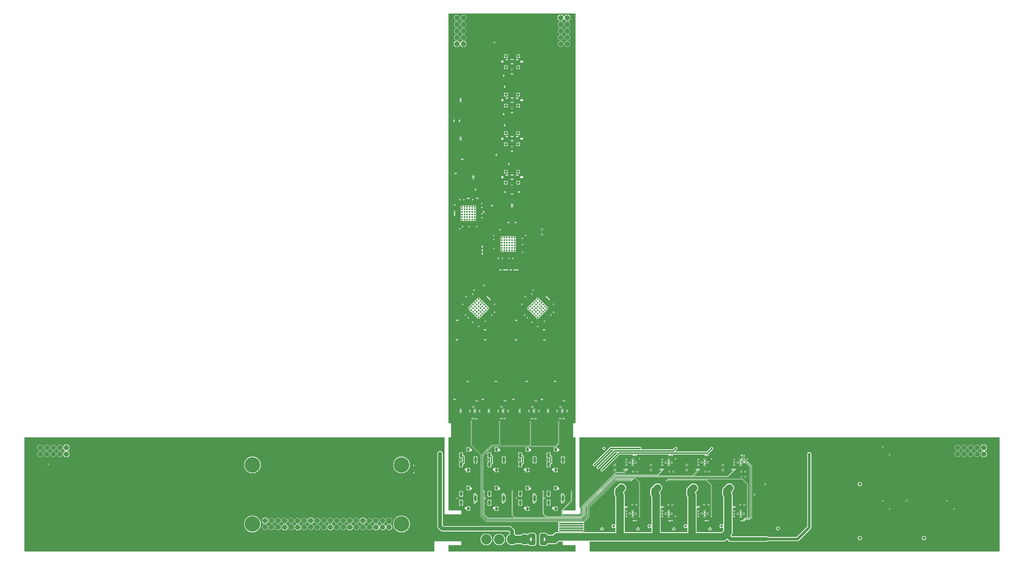
<source format=gbr>
%TF.GenerationSoftware,Altium Limited,Altium Designer,22.5.1 (42)*%
G04 Layer_Physical_Order=2*
G04 Layer_Color=3407820*
%FSLAX26Y26*%
%MOIN*%
%TF.SameCoordinates,79F18A81-A5BF-4171-AD75-6FA3A7A6B408*%
%TF.FilePolarity,Positive*%
%TF.FileFunction,Copper,L2,Inr,Signal*%
%TF.Part,Single*%
G01*
G75*
%TA.AperFunction,Conductor*%
%ADD10C,0.007874*%
%ADD11C,0.005000*%
%ADD50C,0.005906*%
%ADD52C,0.039370*%
%ADD53C,0.059055*%
%ADD54C,0.019685*%
%ADD55C,0.118110*%
%ADD61C,0.029528*%
%TA.AperFunction,ComponentPad*%
%ADD64C,0.078740*%
%ADD65R,0.078740X0.078740*%
%ADD66C,0.236220*%
%ADD67C,0.043307*%
G04:AMPARAMS|DCode=68|XSize=51.181mil|YSize=39.37mil|CornerRadius=9.842mil|HoleSize=0mil|Usage=FLASHONLY|Rotation=90.000|XOffset=0mil|YOffset=0mil|HoleType=Round|Shape=RoundedRectangle|*
%AMROUNDEDRECTD68*
21,1,0.051181,0.019685,0,0,90.0*
21,1,0.031496,0.039370,0,0,90.0*
1,1,0.019685,0.009843,0.015748*
1,1,0.019685,0.009843,-0.015748*
1,1,0.019685,-0.009843,-0.015748*
1,1,0.019685,-0.009843,0.015748*
%
%ADD68ROUNDEDRECTD68*%
G04:AMPARAMS|DCode=69|XSize=90.551mil|YSize=39.37mil|CornerRadius=9.842mil|HoleSize=0mil|Usage=FLASHONLY|Rotation=90.000|XOffset=0mil|YOffset=0mil|HoleType=Round|Shape=RoundedRectangle|*
%AMROUNDEDRECTD69*
21,1,0.090551,0.019685,0,0,90.0*
21,1,0.070866,0.039370,0,0,90.0*
1,1,0.019685,0.009843,0.035433*
1,1,0.019685,0.009843,-0.035433*
1,1,0.019685,-0.009843,-0.035433*
1,1,0.019685,-0.009843,0.035433*
%
%ADD69ROUNDEDRECTD69*%
G04:AMPARAMS|DCode=70|XSize=74.803mil|YSize=39.37mil|CornerRadius=9.842mil|HoleSize=0mil|Usage=FLASHONLY|Rotation=270.000|XOffset=0mil|YOffset=0mil|HoleType=Round|Shape=RoundedRectangle|*
%AMROUNDEDRECTD70*
21,1,0.074803,0.019685,0,0,270.0*
21,1,0.055118,0.039370,0,0,270.0*
1,1,0.019685,-0.009843,-0.027559*
1,1,0.019685,-0.009843,0.027559*
1,1,0.019685,0.009843,0.027559*
1,1,0.019685,0.009843,-0.027559*
%
%ADD70ROUNDEDRECTD70*%
%TA.AperFunction,ViaPad*%
%ADD71C,0.011811*%
%ADD72C,0.118110*%
%ADD73C,0.027559*%
%ADD74C,0.019685*%
%ADD75C,0.047244*%
%ADD76C,0.039370*%
%ADD77C,0.157480*%
%ADD78C,0.017716*%
%ADD79C,0.013780*%
%TA.AperFunction,Conductor*%
%ADD80C,0.023622*%
G36*
X9044923Y5325156D02*
X9015750D01*
X9015576Y5325122D01*
X9015403Y5325150D01*
X9013799Y5324774D01*
X9012170Y5324507D01*
X9012169Y5324507D01*
X9012020Y5324414D01*
X9011848Y5324380D01*
X9011701Y5324282D01*
X9011530Y5324242D01*
X9010190Y5323279D01*
X9008788Y5322410D01*
X9008685Y5322267D01*
X9008540Y5322170D01*
X9008540Y5322169D01*
X9008539Y5322169D01*
X9008442Y5322024D01*
X9008299Y5321921D01*
X9007430Y5320519D01*
X9006467Y5319179D01*
X9006426Y5319007D01*
X9006329Y5318861D01*
X9006294Y5318689D01*
X9006202Y5318540D01*
X9006202Y5318539D01*
X9005935Y5316910D01*
X9005559Y5315306D01*
X9005587Y5315132D01*
X9005553Y5314959D01*
Y5118112D01*
X9005587Y5117938D01*
X9005559Y5117765D01*
X9005935Y5116161D01*
X9006202Y5114532D01*
X9006202Y5114531D01*
X9006294Y5114382D01*
X9006329Y5114210D01*
X9006427Y5114063D01*
X9006467Y5113892D01*
X9007429Y5112552D01*
X9008299Y5111150D01*
X9008442Y5111047D01*
X9008539Y5110902D01*
X9008540Y5110902D01*
X9008540Y5110901D01*
X9008685Y5110804D01*
X9008788Y5110661D01*
X9010189Y5109792D01*
X9011530Y5108829D01*
X9011702Y5108788D01*
X9011848Y5108691D01*
X9012020Y5108657D01*
X9012169Y5108564D01*
X9012170Y5108564D01*
X9013798Y5108297D01*
X9015403Y5107921D01*
X9015576Y5107949D01*
X9015750Y5107915D01*
X9044923D01*
Y3986573D01*
X8858269D01*
X8858096Y3986539D01*
X8857923Y3986567D01*
X8856319Y3986191D01*
X8854689Y3985924D01*
X8854688Y3985924D01*
X8854539Y3985831D01*
X8854368Y3985797D01*
X8854221Y3985699D01*
X8854049Y3985659D01*
X8852710Y3984697D01*
X8851308Y3983827D01*
X8851205Y3983684D01*
X8851060Y3983587D01*
X8851059Y3983586D01*
X8851059Y3983586D01*
X8850962Y3983441D01*
X8850818Y3983338D01*
X8849950Y3981937D01*
X8848986Y3980596D01*
X8848946Y3980424D01*
X8848848Y3980278D01*
X8848814Y3980106D01*
X8848722Y3979957D01*
X8848721Y3979956D01*
X8848455Y3978328D01*
X8848078Y3976723D01*
X8848107Y3976550D01*
X8848072Y3976376D01*
Y3937010D01*
X8848107Y3936836D01*
X8848078Y3936663D01*
X8848454Y3935059D01*
X8848721Y3933430D01*
X8848722Y3933429D01*
X8848814Y3933280D01*
X8848848Y3933108D01*
X8848946Y3932961D01*
X8848987Y3932790D01*
X8849949Y3931450D01*
X8850818Y3930048D01*
X8850962Y3929945D01*
X8851059Y3929800D01*
X8851059Y3929800D01*
X8851060Y3929799D01*
X8851205Y3929702D01*
X8851308Y3929559D01*
X8852709Y3928690D01*
X8854049Y3927727D01*
X8854221Y3927686D01*
X8854368Y3927589D01*
X8854540Y3927554D01*
X8854689Y3927462D01*
X8854689Y3927462D01*
X8856318Y3927195D01*
X8857923Y3926819D01*
X8858096Y3926847D01*
X8858269Y3926812D01*
X9094487D01*
X9094660Y3926847D01*
X9094833Y3926819D01*
X9096437Y3927195D01*
X9098067Y3927462D01*
X9098068Y3927462D01*
X9098217Y3927554D01*
X9098388Y3927589D01*
X9098535Y3927686D01*
X9098707Y3927727D01*
X9100046Y3928689D01*
X9101448Y3929559D01*
X9106148Y3929429D01*
X9110157Y3927769D01*
Y3942913D01*
X9115157D01*
Y3947913D01*
X9130302D01*
X9128641Y3951923D01*
X9124167Y3956397D01*
X9125000Y3960641D01*
Y3964556D01*
X9123502Y3968174D01*
X9122440Y3969235D01*
X9121277Y3972441D01*
X9122440Y3975647D01*
X9123502Y3976708D01*
X9125000Y3980326D01*
Y3984241D01*
X9123502Y3987859D01*
X9122441Y3988920D01*
X9121277Y3992126D01*
X9122441Y3995332D01*
X9123502Y3996393D01*
X9125000Y4000011D01*
Y4003926D01*
X9123502Y4007544D01*
X9122441Y4008605D01*
X9121277Y4011811D01*
X9122441Y4015017D01*
X9123502Y4016078D01*
X9125000Y4019696D01*
Y4023611D01*
X9123502Y4027229D01*
X9120733Y4029997D01*
X9117115Y4031496D01*
X9113200D01*
X9109582Y4029997D01*
X9104684Y4032170D01*
X9104684Y5107915D01*
X15540986D01*
Y3356653D01*
X9262164Y3356652D01*
Y3503935D01*
X9262129Y3504109D01*
X9262158Y3504282D01*
X9261782Y3505886D01*
X9261686Y3506468D01*
X9263985Y3510555D01*
X9265026Y3511468D01*
X10294343D01*
X10294344Y3511468D01*
X10294345Y3511468D01*
X11308765D01*
X11322658Y3512836D01*
X11336016Y3516889D01*
X11348327Y3523469D01*
X11359118Y3532325D01*
X11367181Y3540388D01*
X11389808Y3517762D01*
X11389808Y3517761D01*
X11398444Y3511135D01*
X11408500Y3506970D01*
X11419291Y3505549D01*
X11419292Y3505549D01*
X11968504D01*
X11979296Y3506970D01*
X11989352Y3511135D01*
X11995009Y3515476D01*
X12444882D01*
X12453104Y3516559D01*
X12460766Y3519732D01*
X12467345Y3524781D01*
X12646479Y3703915D01*
X12651528Y3710494D01*
X12654701Y3718156D01*
X12655784Y3726378D01*
Y4848425D01*
X12654701Y4856647D01*
X12651528Y4864309D01*
X12646479Y4870889D01*
X12639900Y4875937D01*
X12632238Y4879111D01*
X12624016Y4880193D01*
X12615794Y4879111D01*
X12608132Y4875937D01*
X12601553Y4870889D01*
X12596504Y4864309D01*
X12593331Y4856647D01*
X12592248Y4848425D01*
Y3739537D01*
X12431723Y3579012D01*
X11995009D01*
X11989352Y3583353D01*
X11979296Y3587519D01*
X11968504Y3588939D01*
X11436562D01*
X11428698Y3596804D01*
X11428305Y3601512D01*
X11437161Y3612303D01*
X11443741Y3624614D01*
X11447794Y3637972D01*
X11449162Y3651865D01*
X11449162Y3651866D01*
Y4011915D01*
X11451693Y4013607D01*
Y4030512D01*
X11461693D01*
Y4015367D01*
X11465703Y4017028D01*
X11470177Y4021502D01*
X11472598Y4027348D01*
Y4033676D01*
X11472360Y4034251D01*
X11474079Y4034963D01*
X11476848Y4037732D01*
X11477664Y4039702D01*
X11482966D01*
X11483782Y4037732D01*
X11486551Y4034963D01*
X11490168Y4033465D01*
X11494084D01*
X11497701Y4034963D01*
X11500470Y4037732D01*
X11501969Y4041349D01*
Y4045265D01*
X11500470Y4048882D01*
X11497701Y4051651D01*
X11494084Y4053150D01*
X11490168D01*
X11486551Y4051651D01*
X11483782Y4048882D01*
X11482966Y4046912D01*
X11477664D01*
X11476848Y4048882D01*
X11474079Y4051651D01*
X11470462Y4053150D01*
X11466546D01*
X11462929Y4051651D01*
X11460160Y4048882D01*
X11459139Y4046417D01*
X11453529D01*
X11453319Y4046330D01*
X11449162Y4049108D01*
Y4222441D01*
X11447793Y4236333D01*
X11443741Y4249691D01*
X11437161Y4262003D01*
X11435544Y4263973D01*
X11451927Y4280356D01*
X11460783Y4291147D01*
X11467363Y4303458D01*
X11471416Y4316816D01*
X11472784Y4330709D01*
X11471416Y4344601D01*
X11467363Y4357959D01*
X11460783Y4370270D01*
X11451927Y4381061D01*
X11441136Y4389917D01*
X11428825Y4396497D01*
X11415467Y4400549D01*
X11401575Y4401918D01*
X11387683Y4400549D01*
X11374324Y4396497D01*
X11362013Y4389917D01*
X11351222Y4381061D01*
X11311852Y4341691D01*
X11302997Y4330900D01*
X11296416Y4318589D01*
X11292364Y4305231D01*
X11290996Y4291339D01*
Y4238189D01*
X11292364Y4224297D01*
X11296416Y4210939D01*
X11302997Y4198627D01*
X11306744Y4194061D01*
Y3767602D01*
X11301744Y3765605D01*
X11297658Y3769691D01*
X11290925Y3773578D01*
X11283415Y3775590D01*
X11275640D01*
X11268130Y3773578D01*
X11261397Y3769691D01*
X11255900Y3764193D01*
X11252012Y3757460D01*
X11250000Y3749950D01*
Y3742176D01*
X11252012Y3734666D01*
X11255900Y3727933D01*
X11261397Y3722435D01*
X11268130Y3718548D01*
X11275640Y3716535D01*
X11283415D01*
X11290925Y3718548D01*
X11297658Y3722435D01*
X11301744Y3726521D01*
X11306744Y3724524D01*
Y3681360D01*
X11279270Y3653886D01*
X10897981D01*
Y4011915D01*
X10900512Y4013606D01*
Y4030512D01*
X10910512D01*
Y4015367D01*
X10914521Y4017028D01*
X10918996Y4021502D01*
X10921417Y4027348D01*
Y4033676D01*
X10921179Y4034251D01*
X10922898Y4034963D01*
X10925667Y4037732D01*
X10926483Y4039702D01*
X10931785D01*
X10932601Y4037732D01*
X10935370Y4034963D01*
X10938987Y4033465D01*
X10942903D01*
X10946520Y4034963D01*
X10949289Y4037732D01*
X10950788Y4041349D01*
Y4045265D01*
X10949289Y4048882D01*
X10946520Y4051651D01*
X10942903Y4053150D01*
X10938987D01*
X10935370Y4051651D01*
X10932601Y4048882D01*
X10931785Y4046912D01*
X10926483D01*
X10925667Y4048882D01*
X10922898Y4051651D01*
X10919281Y4053150D01*
X10915365D01*
X10911747Y4051651D01*
X10908979Y4048882D01*
X10907958Y4046417D01*
X10902348D01*
X10902138Y4046330D01*
X10897981Y4049108D01*
Y4222441D01*
X10896612Y4236333D01*
X10892560Y4249691D01*
X10885980Y4262003D01*
X10884363Y4263973D01*
X10900746Y4280356D01*
X10909602Y4291147D01*
X10916182Y4303458D01*
X10920235Y4316816D01*
X10921603Y4330709D01*
X10920235Y4344601D01*
X10916182Y4357959D01*
X10909602Y4370270D01*
X10900746Y4381061D01*
X10889955Y4389917D01*
X10877644Y4396497D01*
X10864286Y4400549D01*
X10850394Y4401918D01*
X10836502Y4400549D01*
X10823143Y4396497D01*
X10810832Y4389917D01*
X10800041Y4381061D01*
X10760671Y4341691D01*
X10751816Y4330900D01*
X10745235Y4318589D01*
X10741183Y4305231D01*
X10739815Y4291339D01*
Y4238189D01*
X10741183Y4224297D01*
X10745235Y4210939D01*
X10751816Y4198627D01*
X10755563Y4194061D01*
Y3767602D01*
X10750563Y3765605D01*
X10746477Y3769691D01*
X10739744Y3773578D01*
X10732234Y3775590D01*
X10724459D01*
X10716949Y3773578D01*
X10710216Y3769691D01*
X10704719Y3764193D01*
X10700831Y3757460D01*
X10698819Y3749950D01*
Y3742176D01*
X10700831Y3734666D01*
X10704719Y3727933D01*
X10710216Y3722435D01*
X10716949Y3718548D01*
X10724459Y3716535D01*
X10732234D01*
X10739744Y3718548D01*
X10746477Y3722435D01*
X10750563Y3726521D01*
X10755563Y3724524D01*
Y3653886D01*
X10348302D01*
Y4012692D01*
X10349331Y4013379D01*
Y4030512D01*
X10359331D01*
Y4015367D01*
X10363340Y4017028D01*
X10367815Y4021502D01*
X10370236Y4027348D01*
Y4033676D01*
X10369998Y4034251D01*
X10371717Y4034963D01*
X10374486Y4037732D01*
X10375302Y4039702D01*
X10380603D01*
X10381420Y4037732D01*
X10384189Y4034963D01*
X10387806Y4033465D01*
X10391722D01*
X10395339Y4034963D01*
X10398108Y4037732D01*
X10399606Y4041349D01*
Y4045265D01*
X10398108Y4048882D01*
X10395339Y4051651D01*
X10391722Y4053150D01*
X10387806D01*
X10384189Y4051651D01*
X10381420Y4048882D01*
X10380603Y4046912D01*
X10375302D01*
X10374486Y4048882D01*
X10371717Y4051651D01*
X10368099Y4053150D01*
X10364184D01*
X10360566Y4051651D01*
X10357798Y4048882D01*
X10356776Y4046417D01*
X10351167D01*
X10348302Y4048331D01*
Y4220937D01*
X10348302Y4220938D01*
X10346934Y4234831D01*
X10342882Y4248189D01*
X10336301Y4260500D01*
X10333330Y4264121D01*
X10349565Y4280356D01*
X10358421Y4291147D01*
X10365001Y4303458D01*
X10369053Y4316816D01*
X10370422Y4330709D01*
X10369053Y4344601D01*
X10365001Y4357959D01*
X10358421Y4370270D01*
X10349565Y4381061D01*
X10338774Y4389917D01*
X10326463Y4396497D01*
X10313105Y4400549D01*
X10299213Y4401918D01*
X10285320Y4400549D01*
X10271962Y4396497D01*
X10259651Y4389917D01*
X10248860Y4381061D01*
X10209490Y4341691D01*
X10200635Y4330900D01*
X10194054Y4318589D01*
X10190002Y4305231D01*
X10188634Y4291339D01*
Y4238189D01*
X10190002Y4224297D01*
X10194054Y4210939D01*
X10200635Y4198627D01*
X10205884Y4192230D01*
Y3765376D01*
X10200884Y3764036D01*
X10200793Y3764193D01*
X10195296Y3769691D01*
X10188563Y3773578D01*
X10181053Y3775590D01*
X10173278D01*
X10165768Y3773578D01*
X10159035Y3769691D01*
X10153538Y3764193D01*
X10149650Y3757460D01*
X10147638Y3749950D01*
Y3742176D01*
X10149650Y3734666D01*
X10153538Y3727933D01*
X10159035Y3722435D01*
X10165768Y3718548D01*
X10173278Y3716535D01*
X10181053D01*
X10188563Y3718548D01*
X10195296Y3722435D01*
X10200793Y3727933D01*
X10200884Y3728090D01*
X10205884Y3726751D01*
Y3653886D01*
X9795618D01*
Y4011915D01*
X9798149Y4013606D01*
Y4030512D01*
X9808149D01*
Y4015367D01*
X9812159Y4017028D01*
X9816633Y4021502D01*
X9819055Y4027348D01*
Y4033676D01*
X9818817Y4034251D01*
X9820536Y4034963D01*
X9823305Y4037732D01*
X9824121Y4039702D01*
X9829422D01*
X9830239Y4037732D01*
X9833007Y4034963D01*
X9836625Y4033465D01*
X9840540D01*
X9844158Y4034963D01*
X9846927Y4037732D01*
X9848425Y4041349D01*
Y4045265D01*
X9846927Y4048882D01*
X9844158Y4051651D01*
X9840540Y4053150D01*
X9836625D01*
X9833007Y4051651D01*
X9830239Y4048882D01*
X9829422Y4046912D01*
X9824121D01*
X9823305Y4048882D01*
X9820536Y4051651D01*
X9816918Y4053150D01*
X9813003D01*
X9809385Y4051651D01*
X9806617Y4048882D01*
X9805595Y4046417D01*
X9799986D01*
X9799776Y4046330D01*
X9795618Y4049108D01*
Y4222441D01*
X9794250Y4236333D01*
X9790198Y4249691D01*
X9783618Y4262003D01*
X9782001Y4263973D01*
X9798384Y4280356D01*
X9807240Y4291147D01*
X9813820Y4303458D01*
X9817872Y4316816D01*
X9819240Y4330709D01*
X9817872Y4344601D01*
X9813820Y4357959D01*
X9807240Y4370270D01*
X9798384Y4381061D01*
X9787593Y4389917D01*
X9775282Y4396497D01*
X9761924Y4400549D01*
X9748031Y4401918D01*
X9734139Y4400549D01*
X9720781Y4396497D01*
X9708470Y4389917D01*
X9697679Y4381061D01*
X9658309Y4341691D01*
X9649453Y4330900D01*
X9642873Y4318589D01*
X9638821Y4305231D01*
X9637452Y4291339D01*
Y4238189D01*
X9638821Y4224297D01*
X9642873Y4210939D01*
X9649453Y4198627D01*
X9653200Y4194061D01*
Y3767602D01*
X9648200Y3765605D01*
X9644115Y3769691D01*
X9637381Y3773578D01*
X9629872Y3775590D01*
X9622097D01*
X9614587Y3773578D01*
X9607854Y3769691D01*
X9602356Y3764193D01*
X9598469Y3757460D01*
X9596457Y3749950D01*
Y3742176D01*
X9598469Y3734666D01*
X9602356Y3727933D01*
X9607854Y3722435D01*
X9614587Y3718548D01*
X9622097Y3716535D01*
X9629872D01*
X9637381Y3718548D01*
X9644115Y3722435D01*
X9648200Y3726521D01*
X9653200Y3724524D01*
Y3653886D01*
X8759843D01*
X8745950Y3652518D01*
X8732592Y3648466D01*
X8720281Y3641885D01*
X8709490Y3633030D01*
X8709490Y3633029D01*
X8690977Y3614516D01*
X8641732D01*
X8638251Y3614173D01*
X8634753D01*
X8631321Y3613491D01*
X8627840Y3613148D01*
X8626268Y3612671D01*
X8607094Y3631845D01*
X8598459Y3638471D01*
X8588403Y3642637D01*
X8577611Y3644057D01*
X8577610Y3644057D01*
X8527559D01*
X8516767Y3642637D01*
X8506711Y3638471D01*
X8498076Y3631845D01*
X8491450Y3623210D01*
X8487284Y3613154D01*
X8485864Y3602362D01*
Y3484252D01*
X8487284Y3473461D01*
X8491450Y3463404D01*
X8498076Y3454769D01*
X8506711Y3448143D01*
X8516767Y3443977D01*
X8527559Y3442557D01*
X8577610D01*
X8577611Y3442557D01*
X8588403Y3443977D01*
X8598459Y3448143D01*
X8607094Y3454769D01*
X8626268Y3473943D01*
X8627840Y3473466D01*
X8631321Y3473124D01*
X8634753Y3472441D01*
X8638251D01*
X8641732Y3472098D01*
X8720472D01*
X8734365Y3473466D01*
X8747723Y3477519D01*
X8760034Y3484099D01*
X8770825Y3492955D01*
X8789338Y3511468D01*
X8845210D01*
X8846251Y3510555D01*
X8848550Y3506468D01*
X8848455Y3505887D01*
X8848078Y3504282D01*
X8848107Y3504109D01*
X8848072Y3503935D01*
Y3464568D01*
X8848107Y3464395D01*
X8848078Y3464222D01*
X8848454Y3462618D01*
X8848721Y3460988D01*
X8848722Y3460988D01*
X8848814Y3460839D01*
X8848848Y3460667D01*
X8848946Y3460520D01*
X8848987Y3460349D01*
X8849949Y3459009D01*
X8850818Y3457607D01*
X8850962Y3457504D01*
X8851059Y3457359D01*
X8851059Y3457358D01*
X8851060Y3457358D01*
X8851205Y3457261D01*
X8851308Y3457118D01*
X8852709Y3456249D01*
X8854049Y3455286D01*
X8854221Y3455245D01*
X8854368Y3455148D01*
X8854540Y3455113D01*
X8854689Y3455021D01*
X8854689Y3455021D01*
X8856318Y3454754D01*
X8857923Y3454378D01*
X8858096Y3454406D01*
X8858269Y3454372D01*
X9044923D01*
Y3356652D01*
X7096810D01*
Y3454372D01*
X7283463D01*
X7283637Y3454406D01*
X7283810Y3454378D01*
X7285414Y3454754D01*
X7287043Y3455021D01*
X7287044Y3455021D01*
X7287193Y3455113D01*
X7287365Y3455148D01*
X7287511Y3455245D01*
X7287683Y3455286D01*
X7289023Y3456248D01*
X7290425Y3457118D01*
X7290528Y3457261D01*
X7290673Y3457358D01*
X7290673Y3457358D01*
X7290674Y3457359D01*
X7290771Y3457504D01*
X7290914Y3457607D01*
X7291783Y3459008D01*
X7292746Y3460349D01*
X7292786Y3460521D01*
X7292884Y3460667D01*
X7292918Y3460839D01*
X7293011Y3460988D01*
X7293011Y3460988D01*
X7293278Y3462617D01*
X7293654Y3464222D01*
X7293626Y3464395D01*
X7293660Y3464568D01*
Y3503935D01*
X7293626Y3504109D01*
X7293654Y3504282D01*
X7293278Y3505886D01*
X7293011Y3507515D01*
X7293011Y3507516D01*
X7292918Y3507665D01*
X7292884Y3507837D01*
X7292786Y3507984D01*
X7292746Y3508155D01*
X7291783Y3509495D01*
X7290914Y3510897D01*
X7290771Y3511000D01*
X7290674Y3511145D01*
X7290673Y3511145D01*
X7290673Y3511146D01*
X7290528Y3511243D01*
X7290425Y3511386D01*
X7289023Y3512255D01*
X7287683Y3513218D01*
X7287511Y3513259D01*
X7287365Y3513356D01*
X7287193Y3513390D01*
X7287044Y3513483D01*
X7287043Y3513483D01*
X7285414Y3513750D01*
X7283810Y3514126D01*
X7283636Y3514098D01*
X7283463Y3514132D01*
X6889765D01*
X6889592Y3514098D01*
X6889419Y3514126D01*
X6887815Y3513750D01*
X6886185Y3513483D01*
X6886185Y3513483D01*
X6886035Y3513390D01*
X6885864Y3513356D01*
X6885717Y3513258D01*
X6885546Y3513218D01*
X6884206Y3512256D01*
X6882804Y3511386D01*
X6882701Y3511243D01*
X6882556Y3511146D01*
X6882555Y3511145D01*
X6882555Y3511145D01*
X6882458Y3511000D01*
X6882315Y3510897D01*
X6881446Y3509496D01*
X6880483Y3508155D01*
X6880442Y3507983D01*
X6880345Y3507837D01*
X6880310Y3507665D01*
X6880218Y3507516D01*
X6880218Y3507515D01*
X6879951Y3505887D01*
X6879574Y3504282D01*
X6879603Y3504109D01*
X6879568Y3503935D01*
Y3356652D01*
X600747Y3356653D01*
Y5107915D01*
X7037049D01*
X7037049Y3937010D01*
X7037083Y3936836D01*
X7037055Y3936663D01*
X7037431Y3935059D01*
X7037698Y3933430D01*
X7037698Y3933429D01*
X7037791Y3933280D01*
X7037825Y3933108D01*
X7037923Y3932961D01*
X7037963Y3932790D01*
X7038925Y3931450D01*
X7039795Y3930048D01*
X7039938Y3929945D01*
X7040035Y3929800D01*
X7040036Y3929800D01*
X7040036Y3929799D01*
X7040181Y3929702D01*
X7040284Y3929559D01*
X7041685Y3928690D01*
X7043026Y3927727D01*
X7043198Y3927686D01*
X7043344Y3927589D01*
X7043516Y3927554D01*
X7043665Y3927462D01*
X7043666Y3927462D01*
X7045294Y3927195D01*
X7046899Y3926819D01*
X7047072Y3926847D01*
X7047246Y3926812D01*
X7283463D01*
X7283637Y3926847D01*
X7283810Y3926819D01*
X7285414Y3927195D01*
X7287043Y3927462D01*
X7287044Y3927462D01*
X7287193Y3927554D01*
X7287365Y3927589D01*
X7287511Y3927686D01*
X7287683Y3927727D01*
X7289023Y3928689D01*
X7290425Y3929559D01*
X7290528Y3929702D01*
X7290673Y3929799D01*
X7290673Y3929800D01*
X7290674Y3929800D01*
X7290771Y3929945D01*
X7290914Y3930048D01*
X7291783Y3931449D01*
X7292746Y3932790D01*
X7292786Y3932961D01*
X7292884Y3933108D01*
X7292918Y3933280D01*
X7293011Y3933429D01*
X7293011Y3933430D01*
X7293278Y3935058D01*
X7293654Y3936663D01*
X7293626Y3936836D01*
X7293660Y3937010D01*
Y3976376D01*
X7293626Y3976550D01*
X7293654Y3976723D01*
X7293278Y3978327D01*
X7293011Y3979956D01*
X7293011Y3979957D01*
X7292918Y3980106D01*
X7292884Y3980278D01*
X7292786Y3980425D01*
X7292746Y3980596D01*
X7291783Y3981936D01*
X7290914Y3983338D01*
X7290771Y3983441D01*
X7290674Y3983586D01*
X7290673Y3983586D01*
X7290673Y3983587D01*
X7290528Y3983684D01*
X7290425Y3983827D01*
X7289023Y3984696D01*
X7287683Y3985659D01*
X7287511Y3985700D01*
X7287365Y3985797D01*
X7287193Y3985831D01*
X7287044Y3985924D01*
X7287043Y3985924D01*
X7285414Y3986191D01*
X7283810Y3986567D01*
X7283636Y3986539D01*
X7283463Y3986573D01*
X7096810D01*
Y5107915D01*
X7125983D01*
X7126156Y5107949D01*
X7126329Y5107921D01*
X7127933Y5108297D01*
X7129563Y5108564D01*
X7129564Y5108564D01*
X7129713Y5108657D01*
X7129885Y5108691D01*
X7130031Y5108789D01*
X7130203Y5108829D01*
X7131542Y5109791D01*
X7132944Y5110661D01*
X7133047Y5110804D01*
X7133192Y5110901D01*
X7133193Y5110902D01*
X7133193Y5110902D01*
X7133290Y5111047D01*
X7133434Y5111150D01*
X7134302Y5112551D01*
X7135266Y5113892D01*
X7135306Y5114064D01*
X7135404Y5114210D01*
X7135438Y5114382D01*
X7135530Y5114531D01*
X7135530Y5114532D01*
X7135797Y5116160D01*
X7136174Y5117765D01*
X7136145Y5117938D01*
X7136180Y5118112D01*
Y5314959D01*
X7136145Y5315133D01*
X7136173Y5315306D01*
X7135797Y5316910D01*
X7135530Y5318539D01*
X7135530Y5318540D01*
X7135438Y5318689D01*
X7135404Y5318861D01*
X7135306Y5319007D01*
X7135266Y5319179D01*
X7134303Y5320519D01*
X7133434Y5321921D01*
X7133290Y5322024D01*
X7133193Y5322169D01*
X7133193Y5322169D01*
X7133192Y5322170D01*
X7133047Y5322267D01*
X7132944Y5322410D01*
X7131543Y5323279D01*
X7130203Y5324242D01*
X7130031Y5324282D01*
X7129885Y5324380D01*
X7129712Y5324414D01*
X7129564Y5324507D01*
X7129563Y5324507D01*
X7127934Y5324774D01*
X7126329Y5325150D01*
X7126156Y5325122D01*
X7125983Y5325156D01*
X7096810D01*
Y11603978D01*
X9044923D01*
Y5325156D01*
D02*
G37*
%LPC*%
G36*
X8911141Y11587953D02*
X8909642D01*
X8897086Y11584588D01*
X8885828Y11578089D01*
X8876636Y11568897D01*
X8870136Y11557639D01*
X8868730Y11552391D01*
X8863553D01*
X8862147Y11557639D01*
X8855648Y11568897D01*
X8846456Y11578089D01*
X8835198Y11584588D01*
X8822641Y11587953D01*
X8821141D01*
Y11538583D01*
Y11489213D01*
X8822641D01*
X8835198Y11492577D01*
X8846456Y11499077D01*
X8855648Y11508269D01*
X8862147Y11519527D01*
X8863553Y11524774D01*
X8868730D01*
X8870136Y11519527D01*
X8876636Y11508269D01*
X8885828Y11499077D01*
X8897086Y11492577D01*
X8909642Y11489213D01*
X8911141D01*
Y11538583D01*
Y11587953D01*
D02*
G37*
G36*
X8922641D02*
X8921141D01*
Y11543583D01*
X8965512D01*
Y11545082D01*
X8962147Y11557639D01*
X8955648Y11568897D01*
X8946456Y11578089D01*
X8935198Y11584588D01*
X8922641Y11587953D01*
D02*
G37*
G36*
X8811141D02*
X8809642D01*
X8797086Y11584588D01*
X8785828Y11578089D01*
X8776636Y11568897D01*
X8770136Y11557639D01*
X8766772Y11545082D01*
Y11543583D01*
X8811141D01*
Y11587953D01*
D02*
G37*
G36*
X7331292Y11581890D02*
X7319889D01*
X7308875Y11578939D01*
X7298999Y11573237D01*
X7290936Y11565174D01*
X7285235Y11555299D01*
X7282283Y11544284D01*
Y11532881D01*
X7285235Y11521867D01*
X7290936Y11511992D01*
X7298999Y11503928D01*
X7308875Y11498227D01*
X7319889Y11495276D01*
X7331292D01*
X7342306Y11498227D01*
X7352182Y11503928D01*
X7360245Y11511992D01*
X7365946Y11521867D01*
X7368898Y11532881D01*
Y11544284D01*
X7365946Y11555299D01*
X7360245Y11565174D01*
X7352182Y11573237D01*
X7342306Y11578939D01*
X7331292Y11581890D01*
D02*
G37*
G36*
X7231292D02*
X7219889D01*
X7208875Y11578939D01*
X7198999Y11573237D01*
X7190936Y11565174D01*
X7185235Y11555299D01*
X7182283Y11544284D01*
Y11532881D01*
X7185235Y11521867D01*
X7190936Y11511992D01*
X7198999Y11503928D01*
X7208875Y11498227D01*
X7219889Y11495276D01*
X7231292D01*
X7242306Y11498227D01*
X7252182Y11503928D01*
X7260245Y11511992D01*
X7265946Y11521867D01*
X7268898Y11532881D01*
Y11544284D01*
X7265946Y11555299D01*
X7260245Y11565174D01*
X7252182Y11573237D01*
X7242306Y11578939D01*
X7231292Y11581890D01*
D02*
G37*
G36*
X8965512Y11533583D02*
X8921141D01*
Y11489213D01*
X8922641D01*
X8935198Y11492577D01*
X8946456Y11499077D01*
X8955648Y11508269D01*
X8962147Y11519527D01*
X8965512Y11532083D01*
Y11533583D01*
D02*
G37*
G36*
X8811141D02*
X8766772D01*
Y11532083D01*
X8770136Y11519527D01*
X8776636Y11508269D01*
X8785828Y11499077D01*
X8797086Y11492577D01*
X8809642Y11489213D01*
X8811141D01*
Y11533583D01*
D02*
G37*
G36*
X8921843Y11481890D02*
X8910440D01*
X8899426Y11478939D01*
X8889550Y11473237D01*
X8881487Y11465174D01*
X8875786Y11455299D01*
X8872835Y11444284D01*
Y11432881D01*
X8875786Y11421867D01*
X8881487Y11411992D01*
X8889550Y11403928D01*
X8899426Y11398227D01*
X8910440Y11395276D01*
X8921843D01*
X8932858Y11398227D01*
X8942733Y11403928D01*
X8950796Y11411992D01*
X8956497Y11421867D01*
X8959449Y11432881D01*
Y11444284D01*
X8956497Y11455299D01*
X8950796Y11465174D01*
X8942733Y11473237D01*
X8932858Y11478939D01*
X8921843Y11481890D01*
D02*
G37*
G36*
X8821843D02*
X8810440D01*
X8799426Y11478939D01*
X8789550Y11473237D01*
X8781487Y11465174D01*
X8775786Y11455299D01*
X8772835Y11444284D01*
Y11432881D01*
X8775786Y11421867D01*
X8781487Y11411992D01*
X8789550Y11403928D01*
X8799426Y11398227D01*
X8810440Y11395276D01*
X8821843D01*
X8832858Y11398227D01*
X8842733Y11403928D01*
X8850796Y11411992D01*
X8856497Y11421867D01*
X8859449Y11432881D01*
Y11444284D01*
X8856497Y11455299D01*
X8850796Y11465174D01*
X8842733Y11473237D01*
X8832858Y11478939D01*
X8821843Y11481890D01*
D02*
G37*
G36*
X7331292D02*
X7319889D01*
X7308875Y11478939D01*
X7298999Y11473237D01*
X7290936Y11465174D01*
X7285235Y11455299D01*
X7282283Y11444284D01*
Y11432881D01*
X7285235Y11421867D01*
X7290936Y11411992D01*
X7298999Y11403928D01*
X7308875Y11398227D01*
X7319889Y11395276D01*
X7331292D01*
X7342306Y11398227D01*
X7352182Y11403928D01*
X7360245Y11411992D01*
X7365946Y11421867D01*
X7368898Y11432881D01*
Y11444284D01*
X7365946Y11455299D01*
X7360245Y11465174D01*
X7352182Y11473237D01*
X7342306Y11478939D01*
X7331292Y11481890D01*
D02*
G37*
G36*
X7231292D02*
X7219889D01*
X7208875Y11478939D01*
X7198999Y11473237D01*
X7190936Y11465174D01*
X7185235Y11455299D01*
X7182283Y11444284D01*
Y11432881D01*
X7185235Y11421867D01*
X7190936Y11411992D01*
X7198999Y11403928D01*
X7208875Y11398227D01*
X7219889Y11395276D01*
X7231292D01*
X7242306Y11398227D01*
X7252182Y11403928D01*
X7260245Y11411992D01*
X7265946Y11421867D01*
X7268898Y11432881D01*
Y11444284D01*
X7265946Y11455299D01*
X7260245Y11465174D01*
X7252182Y11473237D01*
X7242306Y11478939D01*
X7231292Y11481890D01*
D02*
G37*
G36*
X8921843Y11381890D02*
X8910440D01*
X8899426Y11378939D01*
X8889550Y11373237D01*
X8881487Y11365174D01*
X8875786Y11355299D01*
X8872835Y11344284D01*
Y11332881D01*
X8875786Y11321867D01*
X8881487Y11311992D01*
X8889550Y11303928D01*
X8899426Y11298227D01*
X8910440Y11295276D01*
X8921843D01*
X8932858Y11298227D01*
X8942733Y11303928D01*
X8950796Y11311992D01*
X8956497Y11321867D01*
X8959449Y11332881D01*
Y11344284D01*
X8956497Y11355299D01*
X8950796Y11365174D01*
X8942733Y11373237D01*
X8932858Y11378939D01*
X8921843Y11381890D01*
D02*
G37*
G36*
X8821843D02*
X8810440D01*
X8799426Y11378939D01*
X8789550Y11373237D01*
X8781487Y11365174D01*
X8775786Y11355299D01*
X8772835Y11344284D01*
Y11332881D01*
X8775786Y11321867D01*
X8781487Y11311992D01*
X8789550Y11303928D01*
X8799426Y11298227D01*
X8810440Y11295276D01*
X8821843D01*
X8832858Y11298227D01*
X8842733Y11303928D01*
X8850796Y11311992D01*
X8856497Y11321867D01*
X8859449Y11332881D01*
Y11344284D01*
X8856497Y11355299D01*
X8850796Y11365174D01*
X8842733Y11373237D01*
X8832858Y11378939D01*
X8821843Y11381890D01*
D02*
G37*
G36*
X7331292D02*
X7319889D01*
X7308875Y11378939D01*
X7298999Y11373237D01*
X7290936Y11365174D01*
X7285235Y11355299D01*
X7282283Y11344284D01*
Y11332881D01*
X7285235Y11321867D01*
X7290936Y11311992D01*
X7298999Y11303928D01*
X7308875Y11298227D01*
X7319889Y11295276D01*
X7331292D01*
X7342306Y11298227D01*
X7352182Y11303928D01*
X7360245Y11311992D01*
X7365946Y11321867D01*
X7368898Y11332881D01*
Y11344284D01*
X7365946Y11355299D01*
X7360245Y11365174D01*
X7352182Y11373237D01*
X7342306Y11378939D01*
X7331292Y11381890D01*
D02*
G37*
G36*
X7231292D02*
X7219889D01*
X7208875Y11378939D01*
X7198999Y11373237D01*
X7190936Y11365174D01*
X7185235Y11355299D01*
X7182283Y11344284D01*
Y11332881D01*
X7185235Y11321867D01*
X7190936Y11311992D01*
X7198999Y11303928D01*
X7208875Y11298227D01*
X7219889Y11295276D01*
X7231292D01*
X7242306Y11298227D01*
X7252182Y11303928D01*
X7260245Y11311992D01*
X7265946Y11321867D01*
X7268898Y11332881D01*
Y11344284D01*
X7265946Y11355299D01*
X7260245Y11365174D01*
X7252182Y11373237D01*
X7242306Y11378939D01*
X7231292Y11381890D01*
D02*
G37*
G36*
X8921843Y11281890D02*
X8910440D01*
X8899426Y11278939D01*
X8889550Y11273237D01*
X8881487Y11265174D01*
X8875786Y11255299D01*
X8872835Y11244284D01*
Y11232881D01*
X8875786Y11221867D01*
X8881487Y11211992D01*
X8889550Y11203928D01*
X8899426Y11198227D01*
X8910440Y11195276D01*
X8921843D01*
X8932858Y11198227D01*
X8942733Y11203928D01*
X8950796Y11211992D01*
X8956497Y11221867D01*
X8959449Y11232881D01*
Y11244284D01*
X8956497Y11255299D01*
X8950796Y11265174D01*
X8942733Y11273237D01*
X8932858Y11278939D01*
X8921843Y11281890D01*
D02*
G37*
G36*
X8821843D02*
X8810440D01*
X8799426Y11278939D01*
X8789550Y11273237D01*
X8781487Y11265174D01*
X8775786Y11255299D01*
X8772835Y11244284D01*
Y11232881D01*
X8775786Y11221867D01*
X8781487Y11211992D01*
X8789550Y11203928D01*
X8799426Y11198227D01*
X8810440Y11195276D01*
X8821843D01*
X8832858Y11198227D01*
X8842733Y11203928D01*
X8850796Y11211992D01*
X8856497Y11221867D01*
X8859449Y11232881D01*
Y11244284D01*
X8856497Y11255299D01*
X8850796Y11265174D01*
X8842733Y11273237D01*
X8832858Y11278939D01*
X8821843Y11281890D01*
D02*
G37*
G36*
X7331292D02*
X7319889D01*
X7308875Y11278939D01*
X7298999Y11273237D01*
X7290936Y11265174D01*
X7285235Y11255299D01*
X7282283Y11244284D01*
Y11232881D01*
X7285235Y11221867D01*
X7290936Y11211992D01*
X7298999Y11203928D01*
X7308875Y11198227D01*
X7319889Y11195276D01*
X7331292D01*
X7342306Y11198227D01*
X7352182Y11203928D01*
X7360245Y11211992D01*
X7365946Y11221867D01*
X7368898Y11232881D01*
Y11244284D01*
X7365946Y11255299D01*
X7360245Y11265174D01*
X7352182Y11273237D01*
X7342306Y11278939D01*
X7331292Y11281890D01*
D02*
G37*
G36*
X7231292D02*
X7219889D01*
X7208875Y11278939D01*
X7198999Y11273237D01*
X7190936Y11265174D01*
X7185235Y11255299D01*
X7182283Y11244284D01*
Y11232881D01*
X7185235Y11221867D01*
X7190936Y11211992D01*
X7198999Y11203928D01*
X7208875Y11198227D01*
X7219889Y11195276D01*
X7231292D01*
X7242306Y11198227D01*
X7252182Y11203928D01*
X7260245Y11211992D01*
X7265946Y11221867D01*
X7268898Y11232881D01*
Y11244284D01*
X7265946Y11255299D01*
X7260245Y11265174D01*
X7252182Y11273237D01*
X7242306Y11278939D01*
X7231292Y11281890D01*
D02*
G37*
G36*
X7320591Y11187953D02*
X7319091D01*
X7306534Y11184588D01*
X7295277Y11178089D01*
X7286085Y11168897D01*
X7279585Y11157639D01*
X7278179Y11152391D01*
X7273002D01*
X7271596Y11157639D01*
X7265096Y11168897D01*
X7255904Y11178089D01*
X7244647Y11184588D01*
X7232090Y11187953D01*
X7230591D01*
Y11138582D01*
X7225591D01*
D01*
X7230591D01*
Y11089213D01*
X7232090D01*
X7244647Y11092577D01*
X7255904Y11099077D01*
X7265096Y11108269D01*
X7271596Y11119527D01*
X7273002Y11124774D01*
X7278179D01*
X7279585Y11119527D01*
X7286085Y11108269D01*
X7295277Y11099077D01*
X7306534Y11092577D01*
X7319091Y11089213D01*
X7320591D01*
Y11138582D01*
Y11187953D01*
D02*
G37*
G36*
X7803139Y11170276D02*
X7799223D01*
X7795606Y11168777D01*
X7792837Y11166008D01*
X7791339Y11162391D01*
Y11158475D01*
X7792837Y11154858D01*
X7795606Y11152089D01*
X7799223Y11150591D01*
X7803139D01*
X7806756Y11152089D01*
X7809525Y11154858D01*
X7811024Y11158475D01*
Y11162391D01*
X7809525Y11166008D01*
X7806756Y11168777D01*
X7803139Y11170276D01*
D02*
G37*
G36*
X7332090Y11187953D02*
X7330591D01*
Y11143582D01*
X7374961D01*
Y11145082D01*
X7371596Y11157639D01*
X7365096Y11168897D01*
X7355904Y11178089D01*
X7344647Y11184588D01*
X7332090Y11187953D01*
D02*
G37*
G36*
X7220591D02*
X7219091D01*
X7206534Y11184588D01*
X7195277Y11178089D01*
X7186085Y11168897D01*
X7179585Y11157639D01*
X7176221Y11145082D01*
Y11143582D01*
X7220591D01*
Y11187953D01*
D02*
G37*
G36*
X8921843Y11181890D02*
X8910440D01*
X8899426Y11178939D01*
X8889550Y11173237D01*
X8881487Y11165174D01*
X8875786Y11155299D01*
X8872835Y11144284D01*
Y11132881D01*
X8875786Y11121867D01*
X8881487Y11111992D01*
X8889550Y11103928D01*
X8899426Y11098227D01*
X8910440Y11095276D01*
X8921843D01*
X8932858Y11098227D01*
X8942733Y11103928D01*
X8950796Y11111992D01*
X8956497Y11121867D01*
X8959449Y11132881D01*
Y11144284D01*
X8956497Y11155299D01*
X8950796Y11165174D01*
X8942733Y11173237D01*
X8932858Y11178939D01*
X8921843Y11181890D01*
D02*
G37*
G36*
X8821843D02*
X8810440D01*
X8799426Y11178939D01*
X8789550Y11173237D01*
X8781487Y11165174D01*
X8775786Y11155299D01*
X8772835Y11144284D01*
Y11132881D01*
X8775786Y11121867D01*
X8781487Y11111992D01*
X8789550Y11103928D01*
X8799426Y11098227D01*
X8810440Y11095276D01*
X8821843D01*
X8832858Y11098227D01*
X8842733Y11103928D01*
X8850796Y11111992D01*
X8856497Y11121867D01*
X8859449Y11132881D01*
Y11144284D01*
X8856497Y11155299D01*
X8850796Y11165174D01*
X8842733Y11173237D01*
X8832858Y11178939D01*
X8821843Y11181890D01*
D02*
G37*
G36*
X7374961Y11133582D02*
X7330591D01*
Y11089213D01*
X7332090D01*
X7344647Y11092577D01*
X7355904Y11099077D01*
X7365096Y11108269D01*
X7371596Y11119527D01*
X7374961Y11132083D01*
Y11133582D01*
D02*
G37*
G36*
X7220591D02*
X7176221D01*
Y11132083D01*
X7179585Y11119527D01*
X7186085Y11108269D01*
X7195277Y11099077D01*
X7206534Y11092577D01*
X7219091Y11089213D01*
X7220591D01*
Y11133582D01*
D02*
G37*
G36*
X8170355Y10982218D02*
Y10955787D01*
X8196785D01*
X8194851Y10963005D01*
X8190683Y10970223D01*
X8184790Y10976117D01*
X8177572Y10980284D01*
X8170355Y10982218D01*
D02*
G37*
G36*
X7981377Y10982218D02*
Y10955787D01*
X8007808D01*
X8005874Y10963005D01*
X8001707Y10970223D01*
X7995814Y10976117D01*
X7988596Y10980284D01*
X7981377Y10982218D01*
D02*
G37*
G36*
X7971377Y10982218D02*
X7964160Y10980284D01*
X7956942Y10976117D01*
X7951049Y10970223D01*
X7946882Y10963005D01*
X7944947Y10955787D01*
X7971377D01*
Y10982218D01*
D02*
G37*
G36*
X8160355Y10982218D02*
X8153136Y10980284D01*
X8145919Y10976117D01*
X8140025Y10970223D01*
X8135858Y10963005D01*
X8133924Y10955787D01*
X8160355D01*
Y10982218D01*
D02*
G37*
G36*
X7971377Y10945787D02*
X7944948D01*
X7946882Y10938570D01*
X7951049Y10931352D01*
X7956942Y10925458D01*
X7964160Y10921291D01*
X7971377Y10919357D01*
Y10945787D01*
D02*
G37*
G36*
X8196785D02*
X8170355D01*
Y10919357D01*
X8177572Y10921291D01*
X8184790Y10925458D01*
X8190683Y10931352D01*
X8194851Y10938570D01*
X8196785Y10945787D01*
D02*
G37*
G36*
X8160355D02*
X8133924D01*
X8135858Y10938570D01*
X8140025Y10931352D01*
X8145919Y10925458D01*
X8153136Y10921291D01*
X8160355Y10919357D01*
Y10945787D01*
D02*
G37*
G36*
X8007808D02*
X7981377D01*
Y10919357D01*
X7988596Y10921291D01*
X7995814Y10925458D01*
X8001707Y10931352D01*
X8005874Y10938570D01*
X8007808Y10945787D01*
D02*
G37*
G36*
X8161407Y10908661D02*
X8157491D01*
X8153873Y10907163D01*
X8152812Y10906102D01*
X8149606Y10904938D01*
X8146400Y10906102D01*
X8145339Y10907163D01*
X8141721Y10908661D01*
X8137806D01*
X8134188Y10907163D01*
X8131420Y10904394D01*
X8129921Y10900777D01*
Y10896861D01*
X8131420Y10893244D01*
X8134188Y10890475D01*
X8137806Y10888976D01*
X8141721D01*
X8145339Y10890475D01*
X8146400Y10891536D01*
X8149606Y10892700D01*
X8152812Y10891536D01*
X8153873Y10890475D01*
X8157491Y10888976D01*
X8161407D01*
X8165024Y10890475D01*
X8167793Y10893244D01*
X8169291Y10896861D01*
Y10900777D01*
X8167793Y10904394D01*
X8165024Y10907163D01*
X8161407Y10908661D01*
D02*
G37*
G36*
X8082666D02*
X8078751D01*
X8075133Y10907163D01*
X8074072Y10906102D01*
X8070866Y10904938D01*
X8067660Y10906102D01*
X8066599Y10907163D01*
X8062981Y10908661D01*
X8059066D01*
X8055448Y10907163D01*
X8052680Y10904394D01*
X8051181Y10900777D01*
Y10896861D01*
X8052680Y10893244D01*
X8055448Y10890475D01*
X8059066Y10888976D01*
X8062981D01*
X8066599Y10890475D01*
X8067660Y10891536D01*
X8070866Y10892700D01*
X8074072Y10891536D01*
X8075133Y10890475D01*
X8078751Y10888976D01*
X8082666D01*
X8086284Y10890475D01*
X8089053Y10893244D01*
X8090551Y10896861D01*
Y10900777D01*
X8089053Y10904394D01*
X8086284Y10907163D01*
X8082666Y10908661D01*
D02*
G37*
G36*
X8003926D02*
X8000011D01*
X7996393Y10907163D01*
X7995332Y10906102D01*
X7992126Y10904938D01*
X7988920Y10906102D01*
X7987859Y10907163D01*
X7984241Y10908661D01*
X7980326D01*
X7976708Y10907163D01*
X7973939Y10904394D01*
X7972441Y10900777D01*
Y10896861D01*
X7973939Y10893244D01*
X7976708Y10890475D01*
X7980326Y10888976D01*
X7984241D01*
X7987859Y10890475D01*
X7988920Y10891536D01*
X7992126Y10892700D01*
X7995332Y10891536D01*
X7996393Y10890475D01*
X8000011Y10888976D01*
X8003926D01*
X8007544Y10890475D01*
X8010312Y10893244D01*
X8011811Y10896861D01*
Y10900777D01*
X8010312Y10904394D01*
X8007544Y10907163D01*
X8003926Y10908661D01*
D02*
G37*
G36*
X8226772Y10881797D02*
X8210236D01*
X8204245Y10880605D01*
X8199166Y10877211D01*
X8195773Y10872133D01*
X8194581Y10866142D01*
X8195773Y10860151D01*
X8199166Y10855072D01*
X8204245Y10851678D01*
X8210236Y10850487D01*
X8226772D01*
X8232763Y10851678D01*
X8237841Y10855072D01*
X8241235Y10860151D01*
X8242427Y10866142D01*
X8241235Y10872133D01*
X8237841Y10877211D01*
X8232763Y10880605D01*
X8226772Y10881797D01*
D02*
G37*
G36*
X7926596Y10883071D02*
X7919861D01*
X7913639Y10880494D01*
X7908877Y10875731D01*
X7906299Y10869509D01*
Y10862774D01*
X7908877Y10856552D01*
X7913639Y10851790D01*
X7919861Y10849213D01*
X7926596D01*
X7932818Y10851790D01*
X7937580Y10856552D01*
X7940157Y10862774D01*
Y10869509D01*
X7937580Y10875731D01*
X7932818Y10880494D01*
X7926596Y10883071D01*
D02*
G37*
G36*
X8082666Y10843307D02*
X8078751D01*
X8075133Y10841808D01*
X8074072Y10840747D01*
X8070866Y10839584D01*
X8067660Y10840747D01*
X8066599Y10841808D01*
X8062981Y10843307D01*
X8059066D01*
X8055448Y10841808D01*
X8052680Y10839040D01*
X8051181Y10835422D01*
Y10831507D01*
X8052680Y10827889D01*
X8055448Y10825121D01*
X8059066Y10823622D01*
X8062981D01*
X8066599Y10825121D01*
X8067660Y10826182D01*
X8070866Y10827345D01*
X8074072Y10826182D01*
X8075133Y10825121D01*
X8078751Y10823622D01*
X8082666D01*
X8086284Y10825121D01*
X8089053Y10827889D01*
X8090551Y10831507D01*
Y10835422D01*
X8089053Y10839040D01*
X8086284Y10841808D01*
X8082666Y10843307D01*
D02*
G37*
G36*
X8170355Y10812926D02*
Y10786496D01*
X8196785D01*
X8194851Y10793714D01*
X8190683Y10800932D01*
X8184790Y10806825D01*
X8177572Y10810992D01*
X8170355Y10812926D01*
D02*
G37*
G36*
X7981377Y10812926D02*
Y10786496D01*
X8007808D01*
X8005874Y10793714D01*
X8001707Y10800932D01*
X7995814Y10806825D01*
X7988596Y10810992D01*
X7981377Y10812926D01*
D02*
G37*
G36*
X7971377Y10812926D02*
X7964160Y10810992D01*
X7956942Y10806825D01*
X7951049Y10800932D01*
X7946882Y10793714D01*
X7944948Y10786496D01*
X7971377D01*
Y10812926D01*
D02*
G37*
G36*
X8160355Y10812926D02*
X8153136Y10810992D01*
X8145919Y10806825D01*
X8140025Y10800932D01*
X8135858Y10793714D01*
X8133924Y10786496D01*
X8160355D01*
Y10812926D01*
D02*
G37*
G36*
X8075866Y10763176D02*
Y10753031D01*
X8086011D01*
X8084350Y10757041D01*
X8079876Y10761515D01*
X8075866Y10763176D01*
D02*
G37*
G36*
X8065866D02*
X8061856Y10761515D01*
X8057382Y10757041D01*
X8055721Y10753031D01*
X8065866D01*
Y10763176D01*
D02*
G37*
G36*
X7971377Y10776496D02*
X7944948D01*
X7946882Y10769278D01*
X7951049Y10762060D01*
X7956942Y10756167D01*
X7964160Y10752000D01*
X7971377Y10750066D01*
Y10776496D01*
D02*
G37*
G36*
X8196785D02*
X8170355D01*
Y10750066D01*
X8177572Y10752000D01*
X8184790Y10756167D01*
X8190683Y10762060D01*
X8194851Y10769278D01*
X8196785Y10776496D01*
D02*
G37*
G36*
X8160355D02*
X8133924D01*
X8135858Y10769278D01*
X8140025Y10762060D01*
X8145919Y10756167D01*
X8153136Y10752000D01*
X8160355Y10750066D01*
Y10776496D01*
D02*
G37*
G36*
X8007808D02*
X7981377D01*
Y10750066D01*
X7988596Y10752000D01*
X7995814Y10756167D01*
X8001707Y10762060D01*
X8005874Y10769278D01*
X8007808Y10776496D01*
D02*
G37*
G36*
X8086011Y10743031D02*
X8075866D01*
Y10732887D01*
X8079876Y10734548D01*
X8084350Y10739022D01*
X8086011Y10743031D01*
D02*
G37*
G36*
X8065866D02*
X8055721D01*
X8057382Y10739022D01*
X8061856Y10734548D01*
X8065866Y10732887D01*
Y10743031D01*
D02*
G37*
G36*
X8080698Y10687008D02*
X8076782D01*
X8073165Y10685509D01*
X8070866Y10683211D01*
X8068567Y10685509D01*
X8064950Y10687008D01*
X8061034D01*
X8057417Y10685509D01*
X8054648Y10682741D01*
X8053150Y10679123D01*
Y10675208D01*
X8054648Y10671590D01*
X8057417Y10668821D01*
X8061034Y10667323D01*
X8064950D01*
X8068567Y10668821D01*
X8070866Y10671120D01*
X8073165Y10668821D01*
X8076782Y10667323D01*
X8080698D01*
X8084315Y10668821D01*
X8087084Y10671590D01*
X8088583Y10675208D01*
Y10679123D01*
X8087084Y10682741D01*
X8084315Y10685509D01*
X8080698Y10687008D01*
D02*
G37*
G36*
X7944871Y10670275D02*
X7940956D01*
X7937338Y10668777D01*
X7934569Y10666008D01*
X7933071Y10662391D01*
Y10658475D01*
X7934569Y10654858D01*
X7936868Y10652559D01*
X7934569Y10650260D01*
X7933071Y10646643D01*
Y10642727D01*
X7934569Y10639110D01*
X7937338Y10636341D01*
X7940956Y10634843D01*
X7944871D01*
X7948489Y10636341D01*
X7951257Y10639110D01*
X7952756Y10642727D01*
Y10646643D01*
X7951257Y10650260D01*
X7948959Y10652559D01*
X7951257Y10654858D01*
X7952756Y10658475D01*
Y10662391D01*
X7951257Y10666008D01*
X7948489Y10668777D01*
X7944871Y10670275D01*
D02*
G37*
G36*
X7959635Y10499508D02*
X7955719D01*
X7952102Y10498009D01*
X7949333Y10495241D01*
X7947835Y10491623D01*
Y10487708D01*
X7949333Y10484090D01*
X7951632Y10481791D01*
X7949333Y10479493D01*
X7947835Y10475875D01*
Y10471960D01*
X7949333Y10468342D01*
X7952102Y10465573D01*
X7955719Y10464075D01*
X7959635D01*
X7963252Y10465573D01*
X7966021Y10468342D01*
X7967520Y10471960D01*
Y10475875D01*
X7966021Y10479493D01*
X7963722Y10481791D01*
X7966021Y10484090D01*
X7967520Y10487708D01*
Y10491623D01*
X7966021Y10495241D01*
X7963252Y10498009D01*
X7959635Y10499508D01*
D02*
G37*
G36*
X8170355Y10391667D02*
Y10365236D01*
X8196785D01*
X8194851Y10372454D01*
X8190683Y10379672D01*
X8184790Y10385565D01*
X8177572Y10389733D01*
X8170355Y10391667D01*
D02*
G37*
G36*
X7981377Y10391667D02*
Y10365236D01*
X8007808D01*
X8005874Y10372454D01*
X8001707Y10379672D01*
X7995814Y10385565D01*
X7988596Y10389733D01*
X7981377Y10391667D01*
D02*
G37*
G36*
X7971377Y10391666D02*
X7964160Y10389733D01*
X7956942Y10385565D01*
X7951049Y10379672D01*
X7946882Y10372454D01*
X7944947Y10365236D01*
X7971377D01*
Y10391666D01*
D02*
G37*
G36*
X8160355Y10391667D02*
X8153136Y10389733D01*
X8145919Y10385565D01*
X8140025Y10379672D01*
X8135858Y10372454D01*
X8133924Y10365236D01*
X8160355D01*
Y10391667D01*
D02*
G37*
G36*
X7971377Y10355236D02*
X7944948D01*
X7946882Y10348019D01*
X7951049Y10340801D01*
X7956942Y10334907D01*
X7964160Y10330740D01*
X7971377Y10328806D01*
Y10355236D01*
D02*
G37*
G36*
X8196784D02*
X8170355D01*
Y10328806D01*
X8177572Y10330740D01*
X8184790Y10334907D01*
X8190683Y10340801D01*
X8194851Y10348019D01*
X8196784Y10355236D01*
D02*
G37*
G36*
X8160355D02*
X8133924D01*
X8135858Y10348019D01*
X8140025Y10340801D01*
X8145919Y10334907D01*
X8153136Y10330740D01*
X8160355Y10328806D01*
Y10355236D01*
D02*
G37*
G36*
X8007808D02*
X7981377D01*
Y10328806D01*
X7988596Y10330740D01*
X7995814Y10334907D01*
X8001707Y10340801D01*
X8005874Y10348019D01*
X8007808Y10355236D01*
D02*
G37*
G36*
X8161407Y10318110D02*
X8157491D01*
X8153873Y10316612D01*
X8152812Y10315551D01*
X8149606Y10314387D01*
X8146400Y10315551D01*
X8145339Y10316612D01*
X8141721Y10318110D01*
X8137806D01*
X8134188Y10316612D01*
X8131420Y10313843D01*
X8129921Y10310226D01*
Y10306310D01*
X8131420Y10302692D01*
X8134188Y10299924D01*
X8137806Y10298425D01*
X8141721D01*
X8145339Y10299924D01*
X8146400Y10300985D01*
X8149606Y10302148D01*
X8152812Y10300985D01*
X8153873Y10299924D01*
X8157491Y10298425D01*
X8161407D01*
X8165024Y10299924D01*
X8167793Y10302692D01*
X8169291Y10306310D01*
Y10310226D01*
X8167793Y10313843D01*
X8165024Y10316612D01*
X8161407Y10318110D01*
D02*
G37*
G36*
X8003926D02*
X8000011D01*
X7996393Y10316612D01*
X7995332Y10315551D01*
X7992126Y10314387D01*
X7988920Y10315551D01*
X7987859Y10316612D01*
X7984241Y10318110D01*
X7980326D01*
X7976708Y10316612D01*
X7973939Y10313843D01*
X7972441Y10310226D01*
Y10306310D01*
X7973939Y10302692D01*
X7976708Y10299924D01*
X7980326Y10298425D01*
X7984241D01*
X7987859Y10299924D01*
X7988920Y10300985D01*
X7992126Y10302148D01*
X7995332Y10300985D01*
X7996393Y10299924D01*
X8000011Y10298425D01*
X8003926D01*
X8007544Y10299924D01*
X8010312Y10302692D01*
X8011811Y10306310D01*
Y10310226D01*
X8010312Y10313843D01*
X8007544Y10316612D01*
X8003926Y10318110D01*
D02*
G37*
G36*
X8082666D02*
X8078751D01*
X8075133Y10316612D01*
X8074072Y10315551D01*
X8070866Y10314387D01*
X8067660Y10315551D01*
X8066599Y10316612D01*
X8062981Y10318110D01*
X8059066D01*
X8055448Y10316612D01*
X8052680Y10313843D01*
X8051181Y10310226D01*
Y10306310D01*
X8052680Y10302692D01*
X8055448Y10299924D01*
X8059066Y10298425D01*
X8062981D01*
X8066599Y10299924D01*
X8067660Y10300985D01*
X8070866Y10302148D01*
X8074072Y10300985D01*
X8075133Y10299924D01*
X8078751Y10298425D01*
X8082666D01*
X8086284Y10299924D01*
X8089053Y10302692D01*
X8090551Y10306310D01*
Y10310226D01*
X8089053Y10313843D01*
X8086284Y10316612D01*
X8082666Y10318110D01*
D02*
G37*
G36*
X7288465Y10311648D02*
Y10298307D01*
X7301806D01*
X7299452Y10303989D01*
X7294147Y10309294D01*
X7288465Y10311648D01*
D02*
G37*
G36*
X7278465D02*
X7272782Y10309294D01*
X7267477Y10303989D01*
X7265124Y10298307D01*
X7278465D01*
Y10311648D01*
D02*
G37*
G36*
X7301806Y10288307D02*
X7265124D01*
X7267477Y10282625D01*
X7271401Y10278701D01*
X7272289Y10275591D01*
X7271401Y10272480D01*
X7267477Y10268556D01*
X7265124Y10262874D01*
X7301806D01*
X7299452Y10268556D01*
X7295528Y10272480D01*
X7294641Y10275591D01*
X7295528Y10278701D01*
X7299452Y10282625D01*
X7301806Y10288307D01*
D02*
G37*
G36*
X8226772Y10291246D02*
X8210236D01*
X8204245Y10290054D01*
X8199166Y10286660D01*
X8195773Y10281582D01*
X8194581Y10275591D01*
X8195773Y10269600D01*
X8199166Y10264521D01*
X8204245Y10261127D01*
X8210236Y10259935D01*
X8226772D01*
X8232763Y10261127D01*
X8237841Y10264521D01*
X8241235Y10269600D01*
X8242427Y10275591D01*
X8241235Y10281582D01*
X8237841Y10286660D01*
X8232763Y10290054D01*
X8226772Y10291246D01*
D02*
G37*
G36*
X7926596Y10292520D02*
X7919861D01*
X7913639Y10289942D01*
X7908877Y10285180D01*
X7906299Y10278958D01*
Y10272223D01*
X7908877Y10266001D01*
X7913639Y10261239D01*
X7919861Y10258662D01*
X7926596D01*
X7932818Y10261239D01*
X7937580Y10266001D01*
X7940157Y10272223D01*
Y10278958D01*
X7937580Y10285180D01*
X7932818Y10289942D01*
X7926596Y10292520D01*
D02*
G37*
G36*
X8082666Y10252756D02*
X8078751D01*
X8075133Y10251257D01*
X8074072Y10250196D01*
X8070866Y10249033D01*
X8067660Y10250196D01*
X8066599Y10251257D01*
X8062981Y10252756D01*
X8059066D01*
X8055448Y10251257D01*
X8052680Y10248489D01*
X8051181Y10244871D01*
Y10240956D01*
X8052680Y10237338D01*
X8055448Y10234569D01*
X8059066Y10233071D01*
X8062981D01*
X8066599Y10234569D01*
X8067660Y10235630D01*
X8070866Y10236794D01*
X8074072Y10235630D01*
X8075133Y10234569D01*
X8078751Y10233071D01*
X8082666D01*
X8086284Y10234569D01*
X8089053Y10237338D01*
X8090551Y10240956D01*
Y10244871D01*
X8089053Y10248489D01*
X8086284Y10251257D01*
X8082666Y10252756D01*
D02*
G37*
G36*
X7301806Y10252874D02*
X7288465D01*
Y10239533D01*
X7294147Y10241887D01*
X7299452Y10247192D01*
X7301806Y10252874D01*
D02*
G37*
G36*
X7278465D02*
X7265124D01*
X7267477Y10247192D01*
X7272782Y10241887D01*
X7278465Y10239533D01*
Y10252874D01*
D02*
G37*
G36*
X8170355Y10222375D02*
Y10195945D01*
X8196785D01*
X8194851Y10203163D01*
X8190683Y10210381D01*
X8184790Y10216274D01*
X8177572Y10220441D01*
X8170355Y10222375D01*
D02*
G37*
G36*
X7981377Y10222375D02*
Y10195945D01*
X8007808D01*
X8005874Y10203163D01*
X8001707Y10210381D01*
X7995814Y10216274D01*
X7988596Y10220441D01*
X7981377Y10222375D01*
D02*
G37*
G36*
X7971377Y10222375D02*
X7964160Y10220441D01*
X7956942Y10216274D01*
X7951049Y10210381D01*
X7946882Y10203163D01*
X7944948Y10195945D01*
X7971377D01*
Y10222375D01*
D02*
G37*
G36*
X8160355Y10222375D02*
X8153136Y10220441D01*
X8145919Y10216274D01*
X8140025Y10210381D01*
X8135858Y10203163D01*
X8133924Y10195945D01*
X8160355D01*
Y10222375D01*
D02*
G37*
G36*
X8075866Y10172625D02*
Y10162480D01*
X8086011D01*
X8084350Y10166490D01*
X8079876Y10170964D01*
X8075866Y10172625D01*
D02*
G37*
G36*
X8065866D02*
X8061856Y10170964D01*
X8057382Y10166490D01*
X8055721Y10162480D01*
X8065866D01*
Y10172625D01*
D02*
G37*
G36*
X7971377Y10185945D02*
X7944948D01*
X7946882Y10178727D01*
X7951049Y10171509D01*
X7956942Y10165616D01*
X7964160Y10161449D01*
X7971377Y10159515D01*
Y10185945D01*
D02*
G37*
G36*
X8196785D02*
X8170355D01*
Y10159515D01*
X8177572Y10161449D01*
X8184790Y10165616D01*
X8190683Y10171509D01*
X8194851Y10178727D01*
X8196785Y10185945D01*
D02*
G37*
G36*
X8160355D02*
X8133924D01*
X8135858Y10178727D01*
X8140025Y10171509D01*
X8145919Y10165616D01*
X8153136Y10161449D01*
X8160355Y10159514D01*
Y10185945D01*
D02*
G37*
G36*
X8007808D02*
X7981377D01*
Y10159514D01*
X7988596Y10161449D01*
X7995814Y10165616D01*
X8001707Y10171509D01*
X8005874Y10178727D01*
X8007808Y10185945D01*
D02*
G37*
G36*
X8086011Y10152480D02*
X8075866D01*
Y10142335D01*
X8079876Y10143996D01*
X8084350Y10148471D01*
X8086011Y10152480D01*
D02*
G37*
G36*
X8065866D02*
X8055721D01*
X8057382Y10148471D01*
X8061856Y10143996D01*
X8065866Y10142335D01*
Y10152480D01*
D02*
G37*
G36*
X8080698Y10096457D02*
X8076782D01*
X8073165Y10094958D01*
X8070866Y10092660D01*
X8068567Y10094958D01*
X8064950Y10096457D01*
X8061034D01*
X8057417Y10094958D01*
X8054648Y10092190D01*
X8053150Y10088572D01*
Y10084656D01*
X8054648Y10081039D01*
X8057417Y10078270D01*
X8061034Y10076772D01*
X8064950D01*
X8068567Y10078270D01*
X8070866Y10080569D01*
X8073165Y10078270D01*
X8076782Y10076772D01*
X8080698D01*
X8084315Y10078270D01*
X8087084Y10081039D01*
X8088583Y10084656D01*
Y10088572D01*
X8087084Y10092190D01*
X8084315Y10094958D01*
X8080698Y10096457D01*
D02*
G37*
G36*
X7944871Y10079724D02*
X7940956D01*
X7937338Y10078226D01*
X7934569Y10075457D01*
X7933071Y10071840D01*
Y10067924D01*
X7934569Y10064307D01*
X7936868Y10062008D01*
X7934569Y10059709D01*
X7933071Y10056092D01*
Y10052176D01*
X7934569Y10048559D01*
X7937338Y10045790D01*
X7940956Y10044291D01*
X7944871D01*
X7948489Y10045790D01*
X7951257Y10048559D01*
X7952756Y10052176D01*
Y10056092D01*
X7951257Y10059709D01*
X7948959Y10062008D01*
X7951257Y10064307D01*
X7952756Y10067924D01*
Y10071840D01*
X7951257Y10075457D01*
X7948489Y10078226D01*
X7944871Y10079724D01*
D02*
G37*
G36*
X7268690Y9979331D02*
X7264775D01*
X7261157Y9977832D01*
X7258388Y9975064D01*
X7256890Y9971446D01*
Y9967531D01*
X7258388Y9963913D01*
X7260687Y9961614D01*
X7258388Y9959316D01*
X7256890Y9955698D01*
Y9951782D01*
X7258388Y9948165D01*
X7261157Y9945396D01*
X7264775Y9943898D01*
X7268690D01*
X7272308Y9945396D01*
X7275076Y9948165D01*
X7276575Y9951782D01*
Y9955698D01*
X7275076Y9959316D01*
X7272778Y9961614D01*
X7275076Y9963913D01*
X7276575Y9967531D01*
Y9971446D01*
X7275076Y9975064D01*
X7272308Y9977832D01*
X7268690Y9979331D01*
D02*
G37*
G36*
X7186013D02*
X7182098D01*
X7178480Y9977832D01*
X7175711Y9975064D01*
X7174213Y9971446D01*
Y9967531D01*
X7175711Y9963913D01*
X7178010Y9961614D01*
X7175711Y9959316D01*
X7174213Y9955698D01*
Y9951782D01*
X7175711Y9948165D01*
X7178480Y9945396D01*
X7182098Y9943898D01*
X7186013D01*
X7189631Y9945396D01*
X7192399Y9948165D01*
X7193898Y9951782D01*
Y9955698D01*
X7192399Y9959316D01*
X7190101Y9961614D01*
X7192399Y9963913D01*
X7193898Y9967531D01*
Y9971446D01*
X7192399Y9975064D01*
X7189631Y9977832D01*
X7186013Y9979331D01*
D02*
G37*
G36*
X7959635Y9908957D02*
X7955719D01*
X7952102Y9907458D01*
X7949333Y9904690D01*
X7947835Y9901072D01*
Y9897156D01*
X7949333Y9893539D01*
X7951632Y9891240D01*
X7949333Y9888942D01*
X7947835Y9885324D01*
Y9881408D01*
X7949333Y9877791D01*
X7952102Y9875022D01*
X7955719Y9873524D01*
X7959635D01*
X7963252Y9875022D01*
X7966021Y9877791D01*
X7967520Y9881408D01*
Y9885324D01*
X7966021Y9888942D01*
X7963722Y9891240D01*
X7966021Y9893539D01*
X7967520Y9897156D01*
Y9901072D01*
X7966021Y9904690D01*
X7963252Y9907458D01*
X7959635Y9908957D01*
D02*
G37*
G36*
X8170355Y9801115D02*
Y9774684D01*
X8196785D01*
X8194851Y9781903D01*
X8190683Y9789121D01*
X8184790Y9795014D01*
X8177572Y9799181D01*
X8170355Y9801115D01*
D02*
G37*
G36*
X7981377Y9801116D02*
Y9774684D01*
X8007808D01*
X8005874Y9781903D01*
X8001707Y9789121D01*
X7995814Y9795014D01*
X7988596Y9799181D01*
X7981377Y9801116D01*
D02*
G37*
G36*
X7971377Y9801115D02*
X7964160Y9799181D01*
X7956942Y9795014D01*
X7951049Y9789121D01*
X7946882Y9781903D01*
X7944947Y9774684D01*
X7971377D01*
Y9801115D01*
D02*
G37*
G36*
X8160355Y9801115D02*
X8153136Y9799181D01*
X8145919Y9795014D01*
X8140025Y9789121D01*
X8135858Y9781903D01*
X8133924Y9774684D01*
X8160355D01*
Y9801115D01*
D02*
G37*
G36*
X7971377Y9764684D02*
X7944948D01*
X7946882Y9757467D01*
X7951049Y9750249D01*
X7956942Y9744356D01*
X7964160Y9740189D01*
X7971377Y9738255D01*
Y9764684D01*
D02*
G37*
G36*
X8196784D02*
X8170355D01*
Y9738255D01*
X8177572Y9740189D01*
X8184790Y9744356D01*
X8190683Y9750249D01*
X8194851Y9757467D01*
X8196784Y9764684D01*
D02*
G37*
G36*
X8160355D02*
X8133924D01*
X8135858Y9757467D01*
X8140025Y9750249D01*
X8145919Y9744356D01*
X8153136Y9740189D01*
X8160355Y9738255D01*
Y9764684D01*
D02*
G37*
G36*
X8007808D02*
X7981377D01*
Y9738255D01*
X7988596Y9740189D01*
X7995814Y9744356D01*
X8001707Y9750249D01*
X8005874Y9757467D01*
X8007808Y9764684D01*
D02*
G37*
G36*
X8161407Y9727559D02*
X8157491D01*
X8153873Y9726061D01*
X8152812Y9725000D01*
X8149606Y9723836D01*
X8146400Y9725000D01*
X8145339Y9726061D01*
X8141721Y9727559D01*
X8137806D01*
X8134188Y9726061D01*
X8131420Y9723292D01*
X8129921Y9719674D01*
Y9715759D01*
X8131420Y9712141D01*
X8134188Y9709373D01*
X8137806Y9707874D01*
X8141721D01*
X8145339Y9709373D01*
X8146400Y9710434D01*
X8149606Y9711597D01*
X8152812Y9710434D01*
X8153873Y9709373D01*
X8157491Y9707874D01*
X8161407D01*
X8165024Y9709373D01*
X8167793Y9712141D01*
X8169291Y9715759D01*
Y9719674D01*
X8167793Y9723292D01*
X8165024Y9726061D01*
X8161407Y9727559D01*
D02*
G37*
G36*
X8082666D02*
X8078751D01*
X8075133Y9726061D01*
X8074072Y9725000D01*
X8070866Y9723836D01*
X8067660Y9725000D01*
X8066599Y9726061D01*
X8062981Y9727559D01*
X8059066D01*
X8055448Y9726061D01*
X8052680Y9723292D01*
X8051181Y9719674D01*
Y9715759D01*
X8052680Y9712141D01*
X8055448Y9709373D01*
X8059066Y9707874D01*
X8062981D01*
X8066599Y9709373D01*
X8067660Y9710434D01*
X8070866Y9711597D01*
X8074072Y9710434D01*
X8075133Y9709373D01*
X8078751Y9707874D01*
X8082666D01*
X8086284Y9709373D01*
X8089053Y9712141D01*
X8090551Y9715759D01*
Y9719674D01*
X8089053Y9723292D01*
X8086284Y9726061D01*
X8082666Y9727559D01*
D02*
G37*
G36*
X8003926D02*
X8000011D01*
X7996393Y9726061D01*
X7995332Y9725000D01*
X7992126Y9723836D01*
X7988920Y9725000D01*
X7987859Y9726061D01*
X7984241Y9727559D01*
X7980326D01*
X7976708Y9726061D01*
X7973939Y9723292D01*
X7972441Y9719674D01*
Y9715759D01*
X7973939Y9712141D01*
X7976708Y9709373D01*
X7980326Y9707874D01*
X7984241D01*
X7987859Y9709373D01*
X7988920Y9710434D01*
X7992126Y9711597D01*
X7995332Y9710434D01*
X7996393Y9709373D01*
X8000011Y9707874D01*
X8003926D01*
X8007544Y9709373D01*
X8010312Y9712141D01*
X8011811Y9715759D01*
Y9719674D01*
X8010312Y9723292D01*
X8007544Y9726061D01*
X8003926Y9727559D01*
D02*
G37*
G36*
X7288465Y9721097D02*
Y9707756D01*
X7301806D01*
X7299452Y9713438D01*
X7294147Y9718743D01*
X7288465Y9721097D01*
D02*
G37*
G36*
X7278465D02*
X7272782Y9718743D01*
X7267477Y9713438D01*
X7265124Y9707756D01*
X7278465D01*
Y9721097D01*
D02*
G37*
G36*
X7301806Y9697756D02*
X7265124D01*
X7267477Y9692074D01*
X7271401Y9688150D01*
X7272289Y9685039D01*
X7271401Y9681929D01*
X7267477Y9678005D01*
X7265124Y9672323D01*
X7301806D01*
X7299452Y9678005D01*
X7295528Y9681929D01*
X7294641Y9685039D01*
X7295528Y9688150D01*
X7299452Y9692074D01*
X7301806Y9697756D01*
D02*
G37*
G36*
X8226772Y9700694D02*
X8210236D01*
X8204245Y9699503D01*
X8199166Y9696109D01*
X8195773Y9691030D01*
X8194581Y9685039D01*
X8195773Y9679049D01*
X8199166Y9673970D01*
X8204245Y9670576D01*
X8210236Y9669384D01*
X8226772D01*
X8232763Y9670576D01*
X8237841Y9673970D01*
X8241235Y9679049D01*
X8242427Y9685039D01*
X8241235Y9691030D01*
X8237841Y9696109D01*
X8232763Y9699503D01*
X8226772Y9700694D01*
D02*
G37*
G36*
X7926596Y9701969D02*
X7919861D01*
X7913639Y9699391D01*
X7908877Y9694629D01*
X7906299Y9688407D01*
Y9681672D01*
X7908877Y9675450D01*
X7913639Y9670688D01*
X7919861Y9668110D01*
X7926596D01*
X7932818Y9670688D01*
X7937580Y9675450D01*
X7940157Y9681672D01*
Y9688407D01*
X7937580Y9694629D01*
X7932818Y9699391D01*
X7926596Y9701969D01*
D02*
G37*
G36*
X8082666Y9662205D02*
X8078751D01*
X8075133Y9660706D01*
X8074072Y9659645D01*
X8070866Y9658481D01*
X8067660Y9659645D01*
X8066599Y9660706D01*
X8062981Y9662205D01*
X8059066D01*
X8055448Y9660706D01*
X8052680Y9657938D01*
X8051181Y9654320D01*
Y9650404D01*
X8052680Y9646787D01*
X8055448Y9644018D01*
X8059066Y9642520D01*
X8062981D01*
X8066599Y9644018D01*
X8067660Y9645079D01*
X8070866Y9646243D01*
X8074072Y9645079D01*
X8075133Y9644018D01*
X8078751Y9642520D01*
X8082666D01*
X8086284Y9644018D01*
X8089053Y9646787D01*
X8090551Y9650404D01*
Y9654320D01*
X8089053Y9657938D01*
X8086284Y9660706D01*
X8082666Y9662205D01*
D02*
G37*
G36*
X7301806Y9662323D02*
X7288465D01*
Y9648982D01*
X7294147Y9651336D01*
X7299452Y9656641D01*
X7301806Y9662323D01*
D02*
G37*
G36*
X7278465D02*
X7265124D01*
X7267477Y9656641D01*
X7272782Y9651336D01*
X7278465Y9648982D01*
Y9662323D01*
D02*
G37*
G36*
X8170355Y9631824D02*
Y9605394D01*
X8196785D01*
X8194851Y9612612D01*
X8190683Y9619829D01*
X8184790Y9625723D01*
X8177572Y9629890D01*
X8170355Y9631824D01*
D02*
G37*
G36*
X7981377Y9631824D02*
Y9605394D01*
X8007808D01*
X8005874Y9612612D01*
X8001707Y9619829D01*
X7995814Y9625723D01*
X7988596Y9629890D01*
X7981377Y9631824D01*
D02*
G37*
G36*
X7971377Y9631824D02*
X7964160Y9629890D01*
X7956942Y9625723D01*
X7951049Y9619829D01*
X7946882Y9612612D01*
X7944948Y9605394D01*
X7971377D01*
Y9631824D01*
D02*
G37*
G36*
X8160355Y9631824D02*
X8153136Y9629890D01*
X8145919Y9625723D01*
X8140025Y9619829D01*
X8135858Y9612612D01*
X8133924Y9605394D01*
X8160355D01*
Y9631824D01*
D02*
G37*
G36*
X8075866Y9582074D02*
Y9571929D01*
X8086011D01*
X8084350Y9575939D01*
X8079876Y9580413D01*
X8075866Y9582074D01*
D02*
G37*
G36*
X8065866D02*
X8061856Y9580413D01*
X8057382Y9575939D01*
X8055721Y9571929D01*
X8065866D01*
Y9582074D01*
D02*
G37*
G36*
X7971377Y9595394D02*
X7944948D01*
X7946882Y9588176D01*
X7951049Y9580958D01*
X7956942Y9575065D01*
X7964160Y9570897D01*
X7971377Y9568963D01*
Y9595394D01*
D02*
G37*
G36*
X8196785D02*
X8170355D01*
Y9568963D01*
X8177572Y9570897D01*
X8184790Y9575065D01*
X8190683Y9580958D01*
X8194851Y9588176D01*
X8196785Y9595394D01*
D02*
G37*
G36*
X8160355D02*
X8133924D01*
X8135858Y9588176D01*
X8140025Y9580958D01*
X8145919Y9575065D01*
X8153136Y9570897D01*
X8160355Y9568963D01*
Y9595394D01*
D02*
G37*
G36*
X8007808D02*
X7981377D01*
Y9568963D01*
X7988596Y9570897D01*
X7995814Y9575065D01*
X8001707Y9580958D01*
X8005874Y9588176D01*
X8007808Y9595394D01*
D02*
G37*
G36*
X8086011Y9561929D02*
X8075866D01*
Y9551784D01*
X8079876Y9553445D01*
X8084350Y9557919D01*
X8086011Y9561929D01*
D02*
G37*
G36*
X8065866D02*
X8055721D01*
X8057382Y9557919D01*
X8061856Y9553445D01*
X8065866Y9551784D01*
Y9561929D01*
D02*
G37*
G36*
X8080698Y9505906D02*
X8076782D01*
X8073165Y9504407D01*
X8070866Y9502108D01*
X8068567Y9504407D01*
X8064950Y9505906D01*
X8061034D01*
X8057417Y9504407D01*
X8054648Y9501638D01*
X8053150Y9498021D01*
Y9494105D01*
X8054648Y9490488D01*
X8057417Y9487719D01*
X8061034Y9486221D01*
X8064950D01*
X8068567Y9487719D01*
X8070866Y9490018D01*
X8073165Y9487719D01*
X8076782Y9486221D01*
X8080698D01*
X8084315Y9487719D01*
X8087084Y9490488D01*
X8088583Y9494105D01*
Y9498021D01*
X8087084Y9501638D01*
X8084315Y9504407D01*
X8080698Y9505906D01*
D02*
G37*
G36*
X7831682Y9455217D02*
X7827767D01*
X7824149Y9453718D01*
X7821380Y9450949D01*
X7819882Y9447332D01*
Y9443416D01*
X7821380Y9439799D01*
X7823679Y9437500D01*
X7821380Y9435201D01*
X7819882Y9431584D01*
Y9427668D01*
X7821380Y9424051D01*
X7824149Y9421282D01*
X7827767Y9419783D01*
X7831682D01*
X7835300Y9421282D01*
X7838068Y9424051D01*
X7839567Y9427668D01*
Y9431584D01*
X7838068Y9435201D01*
X7835770Y9437500D01*
X7838068Y9439799D01*
X7839567Y9443416D01*
Y9447332D01*
X7838068Y9450949D01*
X7835300Y9453718D01*
X7831682Y9455217D01*
D02*
G37*
G36*
X7319379Y9379921D02*
X7315463D01*
X7311846Y9378423D01*
X7309547Y9376124D01*
X7307249Y9378423D01*
X7303631Y9379921D01*
X7299716D01*
X7296098Y9378423D01*
X7293329Y9375654D01*
X7291831Y9372037D01*
Y9368121D01*
X7293329Y9364504D01*
X7296098Y9361735D01*
X7299716Y9360236D01*
X7303631D01*
X7307249Y9361735D01*
X7309547Y9364033D01*
X7311846Y9361735D01*
X7315463Y9360236D01*
X7319379D01*
X7322997Y9361735D01*
X7325765Y9364504D01*
X7327264Y9368121D01*
Y9372037D01*
X7325765Y9375654D01*
X7322997Y9378423D01*
X7319379Y9379921D01*
D02*
G37*
G36*
X8024596Y9316929D02*
X8020680D01*
X8017062Y9315431D01*
X8014294Y9312662D01*
X8012795Y9309044D01*
Y9305129D01*
X8014294Y9301511D01*
X8016592Y9299213D01*
X8014294Y9296914D01*
X8012795Y9293297D01*
Y9289381D01*
X8014294Y9285763D01*
X8017062Y9282995D01*
X8020680Y9281496D01*
X8024596D01*
X8028213Y9282995D01*
X8030982Y9285763D01*
X8032480Y9289381D01*
Y9293297D01*
X8030982Y9296914D01*
X8028683Y9299213D01*
X8030982Y9301511D01*
X8032480Y9305129D01*
Y9309044D01*
X8030982Y9312662D01*
X8028213Y9315431D01*
X8024596Y9316929D01*
D02*
G37*
G36*
X8170355Y9210564D02*
Y9184133D01*
X8196785D01*
X8194851Y9191352D01*
X8190683Y9198570D01*
X8184790Y9204463D01*
X8177572Y9208630D01*
X8170355Y9210564D01*
D02*
G37*
G36*
X7981377Y9210564D02*
Y9184133D01*
X8007808D01*
X8005874Y9191352D01*
X8001707Y9198570D01*
X7995814Y9204463D01*
X7988596Y9208630D01*
X7981377Y9210564D01*
D02*
G37*
G36*
X7971377Y9210564D02*
X7964160Y9208630D01*
X7956942Y9204463D01*
X7951049Y9198570D01*
X7946882Y9191352D01*
X7944947Y9184133D01*
X7971377D01*
Y9210564D01*
D02*
G37*
G36*
X8160355Y9210564D02*
X8153136Y9208630D01*
X8145919Y9204463D01*
X8140025Y9198570D01*
X8135858Y9191352D01*
X8133924Y9184133D01*
X8160355D01*
Y9210564D01*
D02*
G37*
G36*
X7216033Y9163386D02*
X7212117D01*
X7208499Y9161887D01*
X7206201Y9159589D01*
X7203902Y9161887D01*
X7200285Y9163386D01*
X7196369D01*
X7192752Y9161887D01*
X7189983Y9159119D01*
X7188484Y9155501D01*
Y9151586D01*
X7189983Y9147968D01*
X7192752Y9145199D01*
X7196369Y9143701D01*
X7200285D01*
X7203902Y9145199D01*
X7206201Y9147498D01*
X7208499Y9145199D01*
X7212117Y9143701D01*
X7216033D01*
X7219650Y9145199D01*
X7222419Y9147968D01*
X7223917Y9151586D01*
Y9155501D01*
X7222419Y9159119D01*
X7219650Y9161887D01*
X7216033Y9163386D01*
D02*
G37*
G36*
X7971377Y9174133D02*
X7944948D01*
X7946882Y9166916D01*
X7951049Y9159698D01*
X7956942Y9153805D01*
X7964160Y9149638D01*
X7971377Y9147704D01*
Y9174133D01*
D02*
G37*
G36*
X8196784D02*
X8170355D01*
Y9147704D01*
X8177572Y9149638D01*
X8184790Y9153805D01*
X8190683Y9159698D01*
X8194851Y9166916D01*
X8196784Y9174133D01*
D02*
G37*
G36*
X8160355D02*
X8133924D01*
X8135858Y9166916D01*
X8140025Y9159698D01*
X8145919Y9153805D01*
X8153136Y9149638D01*
X8160355Y9147703D01*
Y9174133D01*
D02*
G37*
G36*
X8007808D02*
X7981377D01*
Y9147703D01*
X7988596Y9149638D01*
X7995814Y9153805D01*
X8001707Y9159698D01*
X8005874Y9166916D01*
X8007808Y9174133D01*
D02*
G37*
G36*
X8161407Y9137008D02*
X8157491D01*
X8153873Y9135509D01*
X8152812Y9134448D01*
X8149606Y9133285D01*
X8146400Y9134448D01*
X8145339Y9135509D01*
X8141721Y9137008D01*
X8137806D01*
X8134188Y9135509D01*
X8131420Y9132741D01*
X8129921Y9129123D01*
Y9125208D01*
X8131420Y9121590D01*
X8134188Y9118821D01*
X8137806Y9117323D01*
X8141721D01*
X8145339Y9118821D01*
X8146400Y9119882D01*
X8149606Y9121046D01*
X8152812Y9119882D01*
X8153873Y9118821D01*
X8157491Y9117323D01*
X8161407D01*
X8165024Y9118821D01*
X8167793Y9121590D01*
X8169291Y9125208D01*
Y9129123D01*
X8167793Y9132741D01*
X8165024Y9135509D01*
X8161407Y9137008D01*
D02*
G37*
G36*
X8082666D02*
X8078751D01*
X8075133Y9135509D01*
X8074072Y9134448D01*
X8070866Y9133285D01*
X8067660Y9134448D01*
X8066599Y9135509D01*
X8062981Y9137008D01*
X8059066D01*
X8055448Y9135509D01*
X8052680Y9132741D01*
X8051181Y9129123D01*
Y9125208D01*
X8052680Y9121590D01*
X8055448Y9118821D01*
X8059066Y9117323D01*
X8062981D01*
X8066599Y9118821D01*
X8067660Y9119882D01*
X8070866Y9121046D01*
X8074072Y9119882D01*
X8075133Y9118821D01*
X8078751Y9117323D01*
X8082666D01*
X8086284Y9118821D01*
X8089053Y9121590D01*
X8090551Y9125208D01*
Y9129123D01*
X8089053Y9132741D01*
X8086284Y9135509D01*
X8082666Y9137008D01*
D02*
G37*
G36*
X8003926D02*
X8000011D01*
X7996393Y9135509D01*
X7995332Y9134448D01*
X7992126Y9133285D01*
X7988920Y9134448D01*
X7987859Y9135509D01*
X7984241Y9137008D01*
X7980326D01*
X7976708Y9135509D01*
X7973939Y9132741D01*
X7972441Y9129123D01*
Y9125208D01*
X7973939Y9121590D01*
X7976708Y9118821D01*
X7980326Y9117323D01*
X7984241D01*
X7987859Y9118821D01*
X7988920Y9119882D01*
X7992126Y9121046D01*
X7995332Y9119882D01*
X7996393Y9118821D01*
X8000011Y9117323D01*
X8003926D01*
X8007544Y9118821D01*
X8010312Y9121590D01*
X8011811Y9125208D01*
Y9129123D01*
X8010312Y9132741D01*
X8007544Y9135509D01*
X8003926Y9137008D01*
D02*
G37*
G36*
X7485315Y9130546D02*
Y9117205D01*
X7498656D01*
X7496302Y9122887D01*
X7490997Y9128192D01*
X7485315Y9130546D01*
D02*
G37*
G36*
X7475315D02*
X7469633Y9128192D01*
X7464328Y9122887D01*
X7461974Y9117205D01*
X7475315D01*
Y9130546D01*
D02*
G37*
G36*
X7498656Y9107205D02*
X7461974D01*
X7464328Y9101522D01*
X7468251Y9097599D01*
X7469139Y9094488D01*
X7468251Y9091378D01*
X7464328Y9087454D01*
X7461974Y9081772D01*
X7498656D01*
X7496302Y9087454D01*
X7492379Y9091378D01*
X7491491Y9094488D01*
X7492379Y9097599D01*
X7496302Y9101522D01*
X7498656Y9107205D01*
D02*
G37*
G36*
X8226772Y9110143D02*
X8210236D01*
X8204245Y9108952D01*
X8199166Y9105558D01*
X8195773Y9100479D01*
X8194581Y9094488D01*
X8195773Y9088497D01*
X8199166Y9083418D01*
X8204245Y9080025D01*
X8210236Y9078833D01*
X8226772D01*
X8232763Y9080025D01*
X8237841Y9083418D01*
X8241235Y9088497D01*
X8242427Y9094488D01*
X8241235Y9100479D01*
X8237841Y9105558D01*
X8232763Y9108952D01*
X8226772Y9110143D01*
D02*
G37*
G36*
X7926596Y9111417D02*
X7919861D01*
X7913639Y9108840D01*
X7908877Y9104078D01*
X7906299Y9097856D01*
Y9091121D01*
X7908877Y9084899D01*
X7913639Y9080136D01*
X7919861Y9077559D01*
X7926596D01*
X7932818Y9080136D01*
X7937580Y9084899D01*
X7940157Y9091121D01*
Y9097856D01*
X7937580Y9104078D01*
X7932818Y9108840D01*
X7926596Y9111417D01*
D02*
G37*
G36*
X8082666Y9071654D02*
X8078751D01*
X8075133Y9070155D01*
X8074072Y9069094D01*
X8070866Y9067930D01*
X8067660Y9069094D01*
X8066599Y9070155D01*
X8062981Y9071654D01*
X8059066D01*
X8055448Y9070155D01*
X8052680Y9067386D01*
X8051181Y9063769D01*
Y9059853D01*
X8052680Y9056236D01*
X8055448Y9053467D01*
X8059066Y9051969D01*
X8062981D01*
X8066599Y9053467D01*
X8067660Y9054528D01*
X8070866Y9055692D01*
X8074072Y9054528D01*
X8075133Y9053467D01*
X8078751Y9051969D01*
X8082666D01*
X8086284Y9053467D01*
X8089053Y9056236D01*
X8090551Y9059853D01*
Y9063769D01*
X8089053Y9067386D01*
X8086284Y9070155D01*
X8082666Y9071654D01*
D02*
G37*
G36*
X7498656Y9071772D02*
X7485315D01*
Y9058431D01*
X7490997Y9060784D01*
X7496302Y9066089D01*
X7498656Y9071772D01*
D02*
G37*
G36*
X7475315D02*
X7461974D01*
X7464328Y9066089D01*
X7469633Y9060784D01*
X7475315Y9058431D01*
Y9071772D01*
D02*
G37*
G36*
X8170355Y9041273D02*
Y9014842D01*
X8196785D01*
X8194851Y9022060D01*
X8190683Y9029278D01*
X8184790Y9035172D01*
X8177572Y9039339D01*
X8170355Y9041273D01*
D02*
G37*
G36*
X7981377Y9041273D02*
Y9014842D01*
X8007808D01*
X8005874Y9022060D01*
X8001707Y9029278D01*
X7995814Y9035172D01*
X7988596Y9039339D01*
X7981377Y9041273D01*
D02*
G37*
G36*
X7971377Y9041273D02*
X7964160Y9039339D01*
X7956942Y9035172D01*
X7951049Y9029278D01*
X7946882Y9022060D01*
X7944948Y9014842D01*
X7971377D01*
Y9041273D01*
D02*
G37*
G36*
X8160355Y9041273D02*
X8153136Y9039339D01*
X8145919Y9035172D01*
X8140025Y9029278D01*
X8135858Y9022060D01*
X8133924Y9014842D01*
X8160355D01*
Y9041273D01*
D02*
G37*
G36*
X8075866Y8991523D02*
Y8981378D01*
X8086011D01*
X8084350Y8985388D01*
X8079876Y8989862D01*
X8075866Y8991523D01*
D02*
G37*
G36*
X8065866D02*
X8061856Y8989862D01*
X8057382Y8985388D01*
X8055721Y8981378D01*
X8065866D01*
Y8991523D01*
D02*
G37*
G36*
X7971377Y9004842D02*
X7944948D01*
X7946882Y8997625D01*
X7951049Y8990407D01*
X7956942Y8984513D01*
X7964160Y8980346D01*
X7971377Y8978412D01*
Y9004842D01*
D02*
G37*
G36*
X8196785D02*
X8170355D01*
Y8978412D01*
X8177572Y8980346D01*
X8184790Y8984513D01*
X8190683Y8990407D01*
X8194851Y8997625D01*
X8196785Y9004842D01*
D02*
G37*
G36*
X8160355D02*
X8133924D01*
X8135858Y8997625D01*
X8140025Y8990407D01*
X8145919Y8984513D01*
X8153136Y8980346D01*
X8160355Y8978412D01*
Y9004842D01*
D02*
G37*
G36*
X8007808D02*
X7981377D01*
Y8978412D01*
X7988596Y8980346D01*
X7995814Y8984513D01*
X8001707Y8990407D01*
X8005874Y8997625D01*
X8007808Y9004842D01*
D02*
G37*
G36*
X8086011Y8971378D02*
X8075866D01*
Y8961233D01*
X8079876Y8962894D01*
X8084350Y8967368D01*
X8086011Y8971378D01*
D02*
G37*
G36*
X8065866D02*
X8055721D01*
X8057382Y8967368D01*
X8061856Y8962894D01*
X8065866Y8961233D01*
Y8971378D01*
D02*
G37*
G36*
X7512785Y8921260D02*
X7508869D01*
X7505252Y8919761D01*
X7502483Y8916993D01*
X7500984Y8913375D01*
Y8909460D01*
X7502483Y8905842D01*
X7504782Y8903543D01*
X7502483Y8901245D01*
X7500984Y8897627D01*
Y8893712D01*
X7502483Y8890094D01*
X7505252Y8887325D01*
X7508869Y8885827D01*
X7512785D01*
X7516402Y8887325D01*
X7519171Y8890094D01*
X7520669Y8893712D01*
Y8897627D01*
X7519171Y8901245D01*
X7516872Y8903543D01*
X7519171Y8905842D01*
X7520669Y8909460D01*
Y8913375D01*
X7519171Y8916993D01*
X7516402Y8919761D01*
X7512785Y8921260D01*
D02*
G37*
G36*
X8187981Y8877953D02*
X8184066D01*
X8180448Y8876454D01*
X8178149Y8874156D01*
X8175851Y8876454D01*
X8172233Y8877953D01*
X8168318D01*
X8164700Y8876454D01*
X8161931Y8873685D01*
X8160433Y8870068D01*
Y8866152D01*
X8161931Y8862535D01*
X8164700Y8859766D01*
X8168318Y8858268D01*
X8172233D01*
X8175851Y8859766D01*
X8178149Y8862065D01*
X8180448Y8859766D01*
X8184066Y8858268D01*
X8187981D01*
X8191599Y8859766D01*
X8194367Y8862535D01*
X8195866Y8866152D01*
Y8870068D01*
X8194367Y8873685D01*
X8191599Y8876454D01*
X8187981Y8877953D01*
D02*
G37*
G36*
X7973415D02*
X7969499D01*
X7965882Y8876454D01*
X7963583Y8874156D01*
X7961284Y8876454D01*
X7957667Y8877953D01*
X7953751D01*
X7950133Y8876454D01*
X7947365Y8873685D01*
X7945866Y8870068D01*
Y8866152D01*
X7947365Y8862535D01*
X7950133Y8859766D01*
X7953751Y8858268D01*
X7957667D01*
X7961284Y8859766D01*
X7963583Y8862065D01*
X7965882Y8859766D01*
X7969499Y8858268D01*
X7973415D01*
X7977032Y8859766D01*
X7979801Y8862535D01*
X7981299Y8866152D01*
Y8870068D01*
X7979801Y8873685D01*
X7977032Y8876454D01*
X7973415Y8877953D01*
D02*
G37*
G36*
X8080698Y8846457D02*
X8076782D01*
X8073165Y8844958D01*
X8070866Y8842659D01*
X8068567Y8844958D01*
X8064950Y8846457D01*
X8061034D01*
X8057417Y8844958D01*
X8054648Y8842190D01*
X8053150Y8838572D01*
Y8834656D01*
X8054648Y8831039D01*
X8057417Y8828270D01*
X8061034Y8826772D01*
X8064950D01*
X8068567Y8828270D01*
X8070866Y8830569D01*
X8073165Y8828270D01*
X8076782Y8826772D01*
X8080698D01*
X8084315Y8828270D01*
X8087084Y8831039D01*
X8088583Y8834656D01*
Y8838572D01*
X8087084Y8842190D01*
X8084315Y8844958D01*
X8080698Y8846457D01*
D02*
G37*
G36*
X7549202Y8781496D02*
X7545286D01*
X7541669Y8779998D01*
X7539370Y8777699D01*
X7537071Y8779998D01*
X7533454Y8781496D01*
X7529538D01*
X7525921Y8779998D01*
X7523152Y8777229D01*
X7521654Y8773611D01*
Y8769696D01*
X7523152Y8766078D01*
X7525921Y8763310D01*
X7529538Y8761811D01*
X7533454D01*
X7537071Y8763310D01*
X7539370Y8765608D01*
X7541669Y8763310D01*
X7545286Y8761811D01*
X7549202D01*
X7552819Y8763310D01*
X7555588Y8766078D01*
X7557087Y8769696D01*
Y8773611D01*
X7555588Y8777229D01*
X7552819Y8779998D01*
X7549202Y8781496D01*
D02*
G37*
G36*
X7411407Y8780512D02*
X7407491D01*
X7403873Y8779013D01*
X7401575Y8776715D01*
X7399276Y8779013D01*
X7395659Y8780512D01*
X7391743D01*
X7388126Y8779013D01*
X7385357Y8776245D01*
X7383858Y8772627D01*
Y8768712D01*
X7385357Y8765094D01*
X7388126Y8762325D01*
X7391743Y8760827D01*
X7395659D01*
X7399276Y8762325D01*
X7401575Y8764624D01*
X7403873Y8762325D01*
X7407491Y8760827D01*
X7411407D01*
X7415024Y8762325D01*
X7417793Y8765094D01*
X7419291Y8768712D01*
Y8772627D01*
X7417793Y8776245D01*
X7415024Y8779013D01*
X7411407Y8780512D01*
D02*
G37*
G36*
X7472430Y8760827D02*
X7468515D01*
X7464897Y8759328D01*
X7462128Y8756560D01*
X7460630Y8752942D01*
Y8749026D01*
X7462128Y8745409D01*
X7464897Y8742640D01*
X7468515Y8741142D01*
X7472430D01*
X7476048Y8742640D01*
X7478816Y8745409D01*
X7480315Y8749026D01*
Y8752942D01*
X7478816Y8756560D01*
X7476048Y8759328D01*
X7472430Y8760827D01*
D02*
G37*
G36*
X7334635Y8759843D02*
X7330719D01*
X7327102Y8758344D01*
X7324333Y8755575D01*
X7322835Y8751958D01*
Y8748042D01*
X7324333Y8744425D01*
X7327102Y8741656D01*
X7330719Y8740157D01*
X7334635D01*
X7338252Y8741656D01*
X7341021Y8744425D01*
X7342520Y8748042D01*
Y8751958D01*
X7341021Y8755575D01*
X7338252Y8758344D01*
X7334635Y8759843D01*
D02*
G37*
G36*
X7275580D02*
X7271664D01*
X7268047Y8758344D01*
X7265278Y8755575D01*
X7263779Y8751958D01*
Y8748042D01*
X7265278Y8744425D01*
X7268047Y8741656D01*
X7271664Y8740157D01*
X7275580D01*
X7279197Y8741656D01*
X7281966Y8744425D01*
X7283465Y8748042D01*
Y8751958D01*
X7281966Y8755575D01*
X7279197Y8758344D01*
X7275580Y8759843D01*
D02*
G37*
G36*
X8075866Y8697475D02*
Y8684134D01*
X8089207D01*
X8086853Y8689816D01*
X8081548Y8695121D01*
X8075866Y8697475D01*
D02*
G37*
G36*
X8065866D02*
X8060184Y8695121D01*
X8054879Y8689816D01*
X8052525Y8684134D01*
X8065866D01*
Y8697475D01*
D02*
G37*
G36*
X7610225Y8700787D02*
X7606310D01*
X7602692Y8699289D01*
X7599924Y8696520D01*
X7598425Y8692903D01*
Y8688987D01*
X7599924Y8685370D01*
X7602692Y8682601D01*
X7606310Y8681102D01*
X7610225D01*
X7613843Y8682601D01*
X7616612Y8685370D01*
X7618110Y8688987D01*
Y8692903D01*
X7616612Y8696520D01*
X7613843Y8699289D01*
X7610225Y8700787D01*
D02*
G37*
G36*
X7772135Y8668307D02*
X7768220D01*
X7764602Y8666809D01*
X7762303Y8664510D01*
X7760005Y8666809D01*
X7756387Y8668307D01*
X7752471D01*
X7748854Y8666809D01*
X7746085Y8664040D01*
X7744587Y8660422D01*
Y8656507D01*
X7746085Y8652889D01*
X7748854Y8650121D01*
X7752471Y8648622D01*
X7756387D01*
X7760005Y8650121D01*
X7762303Y8652419D01*
X7764602Y8650121D01*
X7768220Y8648622D01*
X7772135D01*
X7775753Y8650121D01*
X7778521Y8652889D01*
X7780020Y8656507D01*
Y8660422D01*
X7778521Y8664040D01*
X7775753Y8666809D01*
X7772135Y8668307D01*
D02*
G37*
G36*
X7196840Y8681102D02*
X7192924D01*
X7189307Y8679604D01*
X7186538Y8676835D01*
X7185039Y8673218D01*
Y8669302D01*
X7186538Y8665685D01*
X7189307Y8662916D01*
X7192924Y8661417D01*
X7196840D01*
X7200457Y8662916D01*
X7203226Y8665685D01*
X7204724Y8669302D01*
Y8673218D01*
X7203226Y8676835D01*
X7200457Y8679604D01*
X7196840Y8681102D01*
D02*
G37*
G36*
X7495000Y8665400D02*
X7486530Y8661892D01*
X7480315Y8655677D01*
X7474100Y8661892D01*
X7465630Y8665400D01*
Y8641732D01*
X7455630D01*
Y8665400D01*
X7447160Y8661892D01*
X7440945Y8655677D01*
X7434730Y8661892D01*
X7426260Y8665400D01*
Y8641732D01*
X7416260D01*
Y8665400D01*
X7407790Y8661892D01*
X7401575Y8655677D01*
X7395360Y8661892D01*
X7386890Y8665400D01*
Y8641732D01*
X7376890D01*
Y8665400D01*
X7368420Y8661892D01*
X7362205Y8655677D01*
X7355990Y8661892D01*
X7347520Y8665400D01*
Y8641732D01*
X7337520D01*
Y8665400D01*
X7329050Y8661892D01*
X7322835Y8655677D01*
X7316620Y8661892D01*
X7308150Y8665400D01*
Y8641732D01*
X7303150D01*
Y8636732D01*
X7279482D01*
X7282990Y8628262D01*
X7289205Y8622047D01*
X7282990Y8615832D01*
X7279482Y8607362D01*
X7303150D01*
Y8597362D01*
X7279482D01*
X7282990Y8588892D01*
X7289205Y8582677D01*
X7282990Y8576462D01*
X7279482Y8567992D01*
X7303150D01*
Y8557992D01*
X7279482D01*
X7282990Y8549522D01*
X7289205Y8543307D01*
X7282990Y8537092D01*
X7279482Y8528622D01*
X7303150D01*
Y8518622D01*
X7279482D01*
X7282990Y8510152D01*
X7289205Y8503937D01*
X7282990Y8497722D01*
X7279482Y8489252D01*
X7303150D01*
Y8479252D01*
X7279482D01*
X7282990Y8470782D01*
X7289205Y8464567D01*
X7282990Y8458352D01*
X7279482Y8449882D01*
X7303150D01*
Y8444882D01*
X7308150D01*
Y8421214D01*
X7316620Y8424723D01*
X7322835Y8430938D01*
X7329050Y8424723D01*
X7337520Y8421214D01*
Y8444882D01*
X7347520D01*
Y8421214D01*
X7355990Y8424723D01*
X7362205Y8430938D01*
X7368420Y8424723D01*
X7376890Y8421214D01*
Y8444882D01*
X7386890D01*
Y8421214D01*
X7395360Y8424723D01*
X7401575Y8430938D01*
X7407790Y8424723D01*
X7416260Y8421214D01*
Y8444882D01*
X7426260D01*
Y8421214D01*
X7434730Y8424723D01*
X7440945Y8430938D01*
X7447160Y8424723D01*
X7455630Y8421214D01*
Y8444882D01*
X7465630D01*
Y8421214D01*
X7474100Y8424723D01*
X7480315Y8430938D01*
X7486530Y8424723D01*
X7495000Y8421214D01*
Y8444882D01*
X7500000D01*
Y8449882D01*
X7523668D01*
X7520159Y8458352D01*
X7513944Y8464567D01*
X7520159Y8470782D01*
X7523668Y8479252D01*
X7500000D01*
Y8489252D01*
X7523668D01*
X7520159Y8497722D01*
X7513944Y8503937D01*
X7520159Y8510152D01*
X7523668Y8518622D01*
X7500000D01*
Y8528622D01*
X7523668D01*
X7520159Y8537092D01*
X7513944Y8543307D01*
X7520159Y8549522D01*
X7523668Y8557992D01*
X7500000D01*
Y8567992D01*
X7523668D01*
X7520159Y8576462D01*
X7513944Y8582677D01*
X7520159Y8588892D01*
X7523668Y8597362D01*
X7500000D01*
Y8607362D01*
X7523668D01*
X7520159Y8615832D01*
X7513944Y8622047D01*
X7520159Y8628262D01*
X7523668Y8636732D01*
X7500000D01*
Y8641732D01*
X7495000D01*
Y8665400D01*
D02*
G37*
G36*
X8089207Y8674134D02*
X8052525D01*
X8054879Y8668451D01*
X8058802Y8664528D01*
X8059690Y8661417D01*
X8058802Y8658307D01*
X8054879Y8654383D01*
X8052525Y8648701D01*
X8089207D01*
X8086853Y8654383D01*
X8082930Y8658307D01*
X8082042Y8661417D01*
X8082930Y8664528D01*
X8086853Y8668451D01*
X8089207Y8674134D01*
D02*
G37*
G36*
X7505000Y8665400D02*
Y8646732D01*
X7523668D01*
X7520159Y8655202D01*
X7513470Y8661892D01*
X7505000Y8665400D01*
D02*
G37*
G36*
X7298150D02*
X7289680Y8661892D01*
X7282990Y8655202D01*
X7279482Y8646732D01*
X7298150D01*
Y8665400D01*
D02*
G37*
G36*
X8089207Y8638701D02*
X8075866D01*
Y8625360D01*
X8081548Y8627714D01*
X8086853Y8633019D01*
X8089207Y8638701D01*
D02*
G37*
G36*
X8065866D02*
X8052525D01*
X8054879Y8633019D01*
X8060184Y8627714D01*
X8065866Y8625360D01*
Y8638701D01*
D02*
G37*
G36*
X7610225Y8641732D02*
X7606310D01*
X7602692Y8640234D01*
X7599924Y8637465D01*
X7598425Y8633848D01*
Y8629932D01*
X7599924Y8626315D01*
X7602692Y8623546D01*
X7606310Y8622047D01*
X7610225D01*
X7613843Y8623546D01*
X7616612Y8626315D01*
X7618110Y8629932D01*
Y8633848D01*
X7616612Y8637465D01*
X7613843Y8640234D01*
X7610225Y8641732D01*
D02*
G37*
G36*
X7637785Y8580709D02*
X7633869D01*
X7630252Y8579210D01*
X7627483Y8576441D01*
X7625984Y8572824D01*
Y8568908D01*
X7627483Y8565291D01*
X7629782Y8562992D01*
X7627483Y8560693D01*
X7625984Y8557076D01*
Y8553160D01*
X7627483Y8549543D01*
X7630252Y8546774D01*
X7633869Y8545276D01*
X7637785D01*
X7641402Y8546774D01*
X7644171Y8549543D01*
X7645669Y8553160D01*
Y8557076D01*
X7644171Y8560693D01*
X7641872Y8562992D01*
X7644171Y8565291D01*
X7645669Y8568908D01*
Y8572824D01*
X7644171Y8576441D01*
X7641402Y8579210D01*
X7637785Y8580709D01*
D02*
G37*
G36*
X7610225Y8543307D02*
X7606310D01*
X7602692Y8541809D01*
X7599924Y8539040D01*
X7598425Y8535422D01*
Y8531507D01*
X7599924Y8527889D01*
X7602692Y8525121D01*
X7606310Y8523622D01*
X7610225D01*
X7613843Y8525121D01*
X7616612Y8527889D01*
X7618110Y8531507D01*
Y8535422D01*
X7616612Y8539040D01*
X7613843Y8541809D01*
X7610225Y8543307D01*
D02*
G37*
G36*
X7191918Y8582677D02*
X7188003D01*
X7184385Y8581179D01*
X7181617Y8578410D01*
X7180118Y8574792D01*
Y8570877D01*
X7181617Y8567259D01*
X7182678Y8566198D01*
X7183841Y8562992D01*
X7182678Y8559786D01*
X7181617Y8558725D01*
X7180118Y8555107D01*
Y8551192D01*
X7181617Y8547574D01*
X7182678Y8546513D01*
X7183841Y8543307D01*
X7182678Y8540101D01*
X7181617Y8539040D01*
X7180118Y8535422D01*
Y8531507D01*
X7181617Y8527889D01*
X7182678Y8526828D01*
X7183841Y8523622D01*
X7182678Y8520416D01*
X7181617Y8519355D01*
X7180118Y8515737D01*
Y8511822D01*
X7181617Y8508204D01*
X7184385Y8505435D01*
X7188003Y8503937D01*
X7191918D01*
X7195536Y8505435D01*
X7198305Y8508204D01*
X7199803Y8511822D01*
Y8515737D01*
X7198305Y8519355D01*
X7197243Y8520416D01*
X7196080Y8523622D01*
X7197243Y8526828D01*
X7198305Y8527889D01*
X7199803Y8531507D01*
Y8535422D01*
X7198305Y8539040D01*
X7197244Y8540101D01*
X7196080Y8543307D01*
X7197244Y8546513D01*
X7198305Y8547574D01*
X7199803Y8551192D01*
Y8555107D01*
X7198305Y8558725D01*
X7197243Y8559786D01*
X7196080Y8562992D01*
X7197243Y8566198D01*
X7198305Y8567259D01*
X7199803Y8570877D01*
Y8574792D01*
X7198305Y8578410D01*
X7195536Y8581179D01*
X7191918Y8582677D01*
D02*
G37*
G36*
X7610225Y8484252D02*
X7606310D01*
X7602692Y8482753D01*
X7599924Y8479985D01*
X7598425Y8476367D01*
Y8472452D01*
X7599924Y8468834D01*
X7602692Y8466065D01*
X7606310Y8464567D01*
X7610225D01*
X7613843Y8466065D01*
X7616612Y8468834D01*
X7618110Y8472452D01*
Y8476367D01*
X7616612Y8479985D01*
X7613843Y8482753D01*
X7610225Y8484252D01*
D02*
G37*
G36*
X7523668Y8439882D02*
X7505000D01*
Y8421214D01*
X7513470Y8424723D01*
X7520159Y8431412D01*
X7523668Y8439882D01*
D02*
G37*
G36*
X7298150D02*
X7279482D01*
X7282990Y8431412D01*
X7289680Y8424723D01*
X7298150Y8421214D01*
Y8439882D01*
D02*
G37*
G36*
X8135816Y8408465D02*
X8131901D01*
X8128283Y8406966D01*
X8125984Y8404667D01*
X8123686Y8406966D01*
X8120068Y8408465D01*
X8116153D01*
X8112535Y8406966D01*
X8109766Y8404197D01*
X8108268Y8400580D01*
Y8396664D01*
X8109766Y8393047D01*
X8112535Y8390278D01*
X8116153Y8388780D01*
X8120068D01*
X8123686Y8390278D01*
X8125984Y8392577D01*
X8128283Y8390278D01*
X8131901Y8388780D01*
X8135816D01*
X8139434Y8390278D01*
X8142202Y8393047D01*
X8143701Y8396664D01*
Y8400580D01*
X8142202Y8404197D01*
X8139434Y8406966D01*
X8135816Y8408465D01*
D02*
G37*
G36*
X8025580D02*
X8021664D01*
X8018047Y8406966D01*
X8015748Y8404667D01*
X8013449Y8406966D01*
X8009832Y8408465D01*
X8005916D01*
X8002298Y8406966D01*
X7999530Y8404197D01*
X7998031Y8400580D01*
Y8396664D01*
X7999530Y8393047D01*
X8002298Y8390278D01*
X8005916Y8388780D01*
X8009832D01*
X8013449Y8390278D01*
X8015748Y8392577D01*
X8018047Y8390278D01*
X8021664Y8388780D01*
X8025580D01*
X8029197Y8390278D01*
X8031966Y8393047D01*
X8033464Y8396664D01*
Y8400580D01*
X8031966Y8404197D01*
X8029197Y8406966D01*
X8025580Y8408465D01*
D02*
G37*
G36*
X7531485Y8346457D02*
X7527570D01*
X7523952Y8344958D01*
X7521184Y8342190D01*
X7519685Y8338572D01*
Y8334656D01*
X7521184Y8331039D01*
X7523952Y8328270D01*
X7527570Y8326772D01*
X7531485D01*
X7535103Y8328270D01*
X7537872Y8331039D01*
X7539370Y8334656D01*
Y8338572D01*
X7537872Y8342190D01*
X7535103Y8344958D01*
X7531485Y8346457D01*
D02*
G37*
G36*
X7413375D02*
X7409459D01*
X7405842Y8344958D01*
X7403073Y8342190D01*
X7401575Y8338572D01*
Y8334656D01*
X7403073Y8331039D01*
X7405842Y8328270D01*
X7409459Y8326772D01*
X7413375D01*
X7416993Y8328270D01*
X7419761Y8331039D01*
X7421260Y8334656D01*
Y8338572D01*
X7419761Y8342190D01*
X7416993Y8344958D01*
X7413375Y8346457D01*
D02*
G37*
G36*
X7314950D02*
X7311034D01*
X7307417Y8344958D01*
X7304648Y8342190D01*
X7303150Y8338572D01*
Y8334656D01*
X7304648Y8331039D01*
X7307417Y8328270D01*
X7311034Y8326772D01*
X7314950D01*
X7318567Y8328270D01*
X7321336Y8331039D01*
X7322835Y8334656D01*
Y8338572D01*
X7321336Y8342190D01*
X7318567Y8344958D01*
X7314950Y8346457D01*
D02*
G37*
G36*
X7270659Y8316929D02*
X7266743D01*
X7263126Y8315431D01*
X7260357Y8312662D01*
X7258858Y8309044D01*
Y8305129D01*
X7260357Y8301511D01*
X7263126Y8298743D01*
X7266743Y8297244D01*
X7270659D01*
X7274276Y8298743D01*
X7277045Y8301511D01*
X7278543Y8305129D01*
Y8309044D01*
X7277045Y8312662D01*
X7274276Y8315431D01*
X7270659Y8316929D01*
D02*
G37*
G36*
X7885811Y8300197D02*
X7881896D01*
X7878278Y8298698D01*
X7875509Y8295930D01*
X7874011Y8292312D01*
Y8288396D01*
X7875509Y8284779D01*
X7878278Y8282010D01*
X7881896Y8280512D01*
X7885811D01*
X7889429Y8282010D01*
X7892197Y8284779D01*
X7893696Y8288396D01*
Y8292312D01*
X7892197Y8295930D01*
X7889429Y8298698D01*
X7885811Y8300197D01*
D02*
G37*
G36*
X8534036Y8312992D02*
X8526988D01*
X8520476Y8310295D01*
X8515493Y8305311D01*
X8512795Y8298800D01*
Y8291752D01*
X8515493Y8285240D01*
X8520476Y8280256D01*
X8526988Y8277559D01*
X8534036D01*
X8540547Y8280256D01*
X8545531Y8285240D01*
X8548228Y8291752D01*
Y8298800D01*
X8545531Y8305311D01*
X8540547Y8310295D01*
X8534036Y8312992D01*
D02*
G37*
G36*
Y8232283D02*
X8526988D01*
X8520476Y8229586D01*
X8515493Y8224603D01*
X8512795Y8218091D01*
Y8211043D01*
X8515493Y8204531D01*
X8520476Y8199548D01*
X8526988Y8196850D01*
X8534036D01*
X8540547Y8199548D01*
X8545531Y8204531D01*
X8548228Y8211043D01*
Y8218091D01*
X8545531Y8224603D01*
X8540547Y8229586D01*
X8534036Y8232283D01*
D02*
G37*
G36*
X8281515Y8211412D02*
X8277599D01*
X8273981Y8209914D01*
X8271213Y8207145D01*
X8269714Y8203528D01*
Y8199612D01*
X8271213Y8195995D01*
X8273981Y8193226D01*
X8277599Y8191727D01*
X8281515D01*
X8285132Y8193226D01*
X8287901Y8195995D01*
X8289399Y8199612D01*
Y8203528D01*
X8287901Y8207145D01*
X8285132Y8209914D01*
X8281515Y8211412D01*
D02*
G37*
G36*
X7794278Y8208659D02*
X7790363D01*
X7786745Y8207160D01*
X7783976Y8204392D01*
X7782478Y8200774D01*
Y8196859D01*
X7783976Y8193241D01*
X7786745Y8190472D01*
X7790363Y8188974D01*
X7794278D01*
X7797896Y8190472D01*
X7800664Y8193241D01*
X7802163Y8196859D01*
Y8200774D01*
X7800664Y8204392D01*
X7797896Y8207160D01*
X7794278Y8208659D01*
D02*
G37*
G36*
X8105234Y8192959D02*
X8096764Y8189451D01*
X8090549Y8183236D01*
X8084334Y8189451D01*
X8075864Y8192959D01*
Y8169291D01*
X8065864D01*
Y8192959D01*
X8057394Y8189451D01*
X8051179Y8183236D01*
X8044964Y8189451D01*
X8036494Y8192959D01*
Y8169291D01*
X8026494D01*
Y8192959D01*
X8018024Y8189451D01*
X8011809Y8183236D01*
X8005594Y8189451D01*
X7997124Y8192959D01*
Y8169291D01*
X7987124D01*
Y8192959D01*
X7978654Y8189451D01*
X7972439Y8183236D01*
X7966224Y8189451D01*
X7957753Y8192959D01*
Y8169291D01*
X7947753D01*
Y8192959D01*
X7939283Y8189451D01*
X7933068Y8183236D01*
X7926853Y8189451D01*
X7918383Y8192959D01*
Y8169291D01*
X7913383D01*
Y8164291D01*
X7889716D01*
X7893224Y8155821D01*
X7899439Y8149606D01*
X7893224Y8143391D01*
X7889716Y8134921D01*
X7913383D01*
Y8124921D01*
X7889716D01*
X7893224Y8116451D01*
X7899439Y8110236D01*
X7893224Y8104021D01*
X7889716Y8095551D01*
X7913383D01*
Y8085551D01*
X7889716D01*
X7893224Y8077081D01*
X7899439Y8070866D01*
X7893224Y8064651D01*
X7889716Y8056181D01*
X7913383D01*
Y8046181D01*
X7889716D01*
X7893224Y8037711D01*
X7899439Y8031496D01*
X7893224Y8025281D01*
X7889716Y8016811D01*
X7913383D01*
Y8006811D01*
X7889716D01*
X7893224Y7998341D01*
X7899439Y7992126D01*
X7893224Y7985911D01*
X7889716Y7977441D01*
X7913383D01*
Y7972441D01*
X7918383D01*
Y7948773D01*
X7926853Y7952282D01*
X7933068Y7958497D01*
X7939283Y7952282D01*
X7947753Y7948773D01*
Y7972441D01*
X7957753D01*
Y7948773D01*
X7966224Y7952282D01*
X7972439Y7958497D01*
X7978654Y7952282D01*
X7987124Y7948773D01*
Y7972441D01*
X7997124D01*
Y7948773D01*
X8005594Y7952282D01*
X8011809Y7958497D01*
X8018024Y7952282D01*
X8026494Y7948773D01*
Y7972441D01*
X8036494D01*
Y7948773D01*
X8044964Y7952282D01*
X8051179Y7958497D01*
X8057394Y7952282D01*
X8065864Y7948773D01*
Y7972441D01*
X8075864D01*
Y7948773D01*
X8084334Y7952282D01*
X8090549Y7958497D01*
X8096764Y7952282D01*
X8105234Y7948773D01*
Y7972441D01*
X8110234D01*
Y7977441D01*
X8133901D01*
X8130393Y7985911D01*
X8124178Y7992126D01*
X8130393Y7998341D01*
X8133901Y8006811D01*
X8110234D01*
Y8016811D01*
X8133901D01*
X8130393Y8025281D01*
X8124178Y8031496D01*
X8130393Y8037711D01*
X8133901Y8046181D01*
X8110234D01*
Y8056181D01*
X8133901D01*
X8130393Y8064651D01*
X8124178Y8070866D01*
X8130393Y8077081D01*
X8133901Y8085551D01*
X8110234D01*
Y8095551D01*
X8133901D01*
X8130393Y8104021D01*
X8124178Y8110236D01*
X8130393Y8116451D01*
X8133901Y8124921D01*
X8110234D01*
Y8134921D01*
X8133901D01*
X8130393Y8143391D01*
X8124178Y8149606D01*
X8130393Y8155821D01*
X8133901Y8164291D01*
X8110234D01*
Y8169291D01*
X8105234D01*
Y8192959D01*
D02*
G37*
G36*
X8115234D02*
Y8174291D01*
X8133901D01*
X8130393Y8182761D01*
X8123704Y8189451D01*
X8115234Y8192959D01*
D02*
G37*
G36*
X7908383D02*
X7899913Y8189451D01*
X7893224Y8182761D01*
X7889716Y8174291D01*
X7908383D01*
Y8192959D01*
D02*
G37*
G36*
X8233254Y8169294D02*
X8229339D01*
X8225721Y8167795D01*
X8222953Y8165026D01*
X8221454Y8161409D01*
Y8157493D01*
X8222953Y8153876D01*
X8225721Y8151107D01*
X8229339Y8149609D01*
X8233254D01*
X8236872Y8151107D01*
X8239641Y8153876D01*
X8241139Y8157493D01*
Y8161409D01*
X8239641Y8165026D01*
X8236872Y8167795D01*
X8233254Y8169294D01*
D02*
G37*
G36*
X7794278Y8149604D02*
X7790363D01*
X7786745Y8148105D01*
X7783976Y8145337D01*
X7782478Y8141719D01*
Y8137804D01*
X7783976Y8134186D01*
X7786745Y8131417D01*
X7790363Y8129919D01*
X7794278D01*
X7797896Y8131417D01*
X7800664Y8134186D01*
X7802163Y8137804D01*
Y8141719D01*
X7800664Y8145337D01*
X7797896Y8148105D01*
X7794278Y8149604D01*
D02*
G37*
G36*
X8233254Y8070868D02*
X8229339D01*
X8225721Y8069370D01*
X8222953Y8066601D01*
X8221454Y8062984D01*
Y8059068D01*
X8222953Y8055451D01*
X8225721Y8052682D01*
X8229339Y8051184D01*
X8233254D01*
X8236872Y8052682D01*
X8239641Y8055451D01*
X8241139Y8059068D01*
Y8062984D01*
X8239641Y8066601D01*
X8236872Y8069370D01*
X8233254Y8070868D01*
D02*
G37*
G36*
X7617113Y8049212D02*
X7613197D01*
X7609580Y8047714D01*
X7606811Y8044945D01*
X7605313Y8041328D01*
Y8037412D01*
X7606811Y8033795D01*
X7609110Y8031496D01*
X7606811Y8029197D01*
X7605313Y8025580D01*
Y8021664D01*
X7606811Y8018047D01*
X7609580Y8015278D01*
X7613197Y8013779D01*
X7617113D01*
X7620730Y8015278D01*
X7623499Y8018047D01*
X7624998Y8021664D01*
Y8025580D01*
X7623499Y8029197D01*
X7621200Y8031496D01*
X7623499Y8033795D01*
X7624998Y8037412D01*
Y8041328D01*
X7623499Y8044945D01*
X7620730Y8047714D01*
X7617113Y8049212D01*
D02*
G37*
G36*
X7794278Y8011809D02*
X7790363D01*
X7786745Y8010310D01*
X7783976Y8007541D01*
X7782478Y8003924D01*
Y8000008D01*
X7783976Y7996391D01*
X7786745Y7993622D01*
X7790363Y7992123D01*
X7794278D01*
X7797896Y7993622D01*
X7800664Y7996391D01*
X7802163Y8000008D01*
Y8003924D01*
X7800664Y8007541D01*
X7797896Y8010310D01*
X7794278Y8011809D01*
D02*
G37*
G36*
X7617113Y7990157D02*
X7613197D01*
X7609580Y7988659D01*
X7606811Y7985890D01*
X7605313Y7982273D01*
Y7978357D01*
X7606811Y7974739D01*
X7609110Y7972441D01*
X7606811Y7970142D01*
X7605313Y7966525D01*
Y7962609D01*
X7606811Y7958992D01*
X7609580Y7956223D01*
X7613197Y7954724D01*
X7617113D01*
X7620730Y7956223D01*
X7623499Y7958992D01*
X7624998Y7962609D01*
Y7966525D01*
X7623499Y7970142D01*
X7621200Y7972441D01*
X7623499Y7974739D01*
X7624998Y7978357D01*
Y7982273D01*
X7623499Y7985890D01*
X7620730Y7988659D01*
X7617113Y7990157D01*
D02*
G37*
G36*
X8133901Y7967441D02*
X8115234D01*
Y7948773D01*
X8123704Y7952282D01*
X8130393Y7958971D01*
X8133901Y7967441D01*
D02*
G37*
G36*
X7908383D02*
X7889716D01*
X7893224Y7958971D01*
X7899913Y7952282D01*
X7908383Y7948773D01*
Y7967441D01*
D02*
G37*
G36*
X8233254Y7952758D02*
X8229339D01*
X8225721Y7951260D01*
X8222953Y7948491D01*
X8221454Y7944873D01*
Y7940958D01*
X8222953Y7937340D01*
X8225721Y7934572D01*
X8229339Y7933073D01*
X8233254D01*
X8236872Y7934572D01*
X8239641Y7937340D01*
X8241139Y7940958D01*
Y7944873D01*
X8239641Y7948491D01*
X8236872Y7951260D01*
X8233254Y7952758D01*
D02*
G37*
G36*
X7617115Y7937990D02*
X7613200D01*
X7609582Y7936491D01*
X7606814Y7933722D01*
X7605315Y7930105D01*
Y7926189D01*
X7606814Y7922572D01*
X7609112Y7920273D01*
X7606814Y7917974D01*
X7605315Y7914357D01*
Y7910441D01*
X7606814Y7906824D01*
X7609582Y7904055D01*
X7613200Y7902557D01*
X7617115D01*
X7620733Y7904055D01*
X7623502Y7906824D01*
X7625000Y7910441D01*
Y7914357D01*
X7623502Y7917974D01*
X7621203Y7920273D01*
X7623502Y7922572D01*
X7625000Y7926189D01*
Y7930105D01*
X7623502Y7933722D01*
X7620733Y7936491D01*
X7617115Y7937990D01*
D02*
G37*
G36*
X8082667Y7861221D02*
X8078751D01*
X8075133Y7859722D01*
X8072365Y7856953D01*
X8070866Y7853336D01*
Y7849420D01*
X8072365Y7845803D01*
X8075133Y7843034D01*
X8078751Y7841535D01*
X8082667D01*
X8086284Y7843034D01*
X8089053Y7845803D01*
X8090551Y7849420D01*
Y7853336D01*
X8089053Y7856953D01*
X8086284Y7859722D01*
X8082667Y7861221D01*
D02*
G37*
G36*
X8023611D02*
X8019696D01*
X8016078Y7859722D01*
X8013310Y7856953D01*
X8011811Y7853336D01*
Y7849420D01*
X8013310Y7845803D01*
X8016078Y7843034D01*
X8019696Y7841535D01*
X8023611D01*
X8027229Y7843034D01*
X8029998Y7845803D01*
X8031496Y7849420D01*
Y7853336D01*
X8029998Y7856953D01*
X8027229Y7859722D01*
X8023611Y7861221D01*
D02*
G37*
G36*
X7925186D02*
X7921270D01*
X7917653Y7859722D01*
X7914884Y7856953D01*
X7913386Y7853336D01*
Y7849420D01*
X7914884Y7845803D01*
X7917653Y7843034D01*
X7921270Y7841535D01*
X7925186D01*
X7928804Y7843034D01*
X7931572Y7845803D01*
X7933071Y7849420D01*
Y7853336D01*
X7931572Y7856953D01*
X7928804Y7859722D01*
X7925186Y7861221D01*
D02*
G37*
G36*
X7866131D02*
X7862215D01*
X7858598Y7859722D01*
X7855829Y7856953D01*
X7854331Y7853336D01*
Y7849420D01*
X7855829Y7845803D01*
X7858598Y7843034D01*
X7862215Y7841535D01*
X7866131D01*
X7869748Y7843034D01*
X7872517Y7845803D01*
X7874016Y7849420D01*
Y7853336D01*
X7872517Y7856953D01*
X7869748Y7859722D01*
X7866131Y7861221D01*
D02*
G37*
G36*
X8159436Y7684055D02*
X8155520D01*
X8151903Y7682557D01*
X8149604Y7680258D01*
X8147305Y7682557D01*
X8143688Y7684055D01*
X8139772D01*
X8136155Y7682557D01*
X8133386Y7679788D01*
X8132570Y7677818D01*
X8127268D01*
X8126452Y7679788D01*
X8123683Y7682557D01*
X8120066Y7684055D01*
X8116150D01*
X8112533Y7682557D01*
X8110234Y7680258D01*
X8107935Y7682557D01*
X8104318Y7684055D01*
X8100402D01*
X8096784Y7682557D01*
X8094016Y7679788D01*
X8092517Y7676170D01*
Y7672255D01*
X8094016Y7668637D01*
X8096784Y7665869D01*
X8100402Y7664370D01*
X8104318D01*
X8107935Y7665869D01*
X8110234Y7668167D01*
X8112533Y7665869D01*
X8116150Y7664370D01*
X8120066D01*
X8123683Y7665869D01*
X8126452Y7668637D01*
X8127268Y7670608D01*
X8132570D01*
X8133386Y7668637D01*
X8136155Y7665869D01*
X8139772Y7664370D01*
X8143688D01*
X8147305Y7665869D01*
X8149604Y7668167D01*
X8151903Y7665869D01*
X8155520Y7664370D01*
X8159436D01*
X8163053Y7665869D01*
X8165822Y7668637D01*
X8167320Y7672255D01*
Y7676170D01*
X8165822Y7679788D01*
X8163053Y7682557D01*
X8159436Y7684055D01*
D02*
G37*
G36*
X8061011D02*
X8057095D01*
X8053477Y7682557D01*
X8051179Y7680258D01*
X8048880Y7682557D01*
X8045262Y7684055D01*
X8041347D01*
X8037729Y7682557D01*
X8034961Y7679788D01*
X8033462Y7676170D01*
Y7672255D01*
X8034961Y7668637D01*
X8037729Y7665869D01*
X8041347Y7664370D01*
X8045262D01*
X8048880Y7665869D01*
X8051179Y7668167D01*
X8053477Y7665869D01*
X8057095Y7664370D01*
X8061011D01*
X8064628Y7665869D01*
X8067397Y7668637D01*
X8068895Y7672255D01*
Y7676170D01*
X8067397Y7679788D01*
X8064628Y7682557D01*
X8061011Y7684055D01*
D02*
G37*
G36*
X8001955D02*
X7998040D01*
X7994422Y7682557D01*
X7992124Y7680258D01*
X7989825Y7682557D01*
X7986207Y7684055D01*
X7982292D01*
X7978674Y7682557D01*
X7975906Y7679788D01*
X7975089Y7677818D01*
X7969788D01*
X7968971Y7679788D01*
X7966203Y7682557D01*
X7962585Y7684055D01*
X7958670D01*
X7955052Y7682557D01*
X7952753Y7680258D01*
X7950455Y7682557D01*
X7946837Y7684055D01*
X7942922D01*
X7939304Y7682557D01*
X7936535Y7679788D01*
X7935037Y7676170D01*
Y7672255D01*
X7936535Y7668637D01*
X7939304Y7665869D01*
X7942922Y7664370D01*
X7946837D01*
X7950455Y7665869D01*
X7952753Y7668167D01*
X7955052Y7665869D01*
X7958670Y7664370D01*
X7962585D01*
X7966203Y7665869D01*
X7968971Y7668637D01*
X7969788Y7670608D01*
X7975089D01*
X7975906Y7668637D01*
X7978674Y7665869D01*
X7982292Y7664370D01*
X7986207D01*
X7989825Y7665869D01*
X7992124Y7668167D01*
X7994422Y7665869D01*
X7998040Y7664370D01*
X8001955D01*
X8005573Y7665869D01*
X8008342Y7668637D01*
X8009840Y7672255D01*
Y7676170D01*
X8008342Y7679788D01*
X8005573Y7682557D01*
X8001955Y7684055D01*
D02*
G37*
G36*
X7903530D02*
X7899615D01*
X7895997Y7682557D01*
X7893698Y7680258D01*
X7891400Y7682557D01*
X7887782Y7684055D01*
X7883867D01*
X7880249Y7682557D01*
X7877480Y7679788D01*
X7875982Y7676170D01*
Y7672255D01*
X7877480Y7668637D01*
X7880249Y7665869D01*
X7883867Y7664370D01*
X7887782D01*
X7891400Y7665869D01*
X7893698Y7668167D01*
X7895997Y7665869D01*
X7899615Y7664370D01*
X7903530D01*
X7907148Y7665869D01*
X7909916Y7668637D01*
X7911415Y7672255D01*
Y7676170D01*
X7909916Y7679788D01*
X7907148Y7682557D01*
X7903530Y7684055D01*
D02*
G37*
G36*
X7646240Y7452756D02*
X7639193D01*
X7632681Y7450059D01*
X7627697Y7445075D01*
X7625000Y7438563D01*
Y7431515D01*
X7627697Y7425004D01*
X7632681Y7420020D01*
X7639193Y7417323D01*
X7646240D01*
X7652752Y7420020D01*
X7657736Y7425004D01*
X7660433Y7431515D01*
Y7438563D01*
X7657736Y7445075D01*
X7652752Y7450059D01*
X7646240Y7452756D01*
D02*
G37*
G36*
X8394675Y7375000D02*
X8390759D01*
X8387141Y7373502D01*
X8384373Y7370733D01*
X8382874Y7367115D01*
Y7363200D01*
X8384373Y7359582D01*
X8387141Y7356814D01*
X8390759Y7355315D01*
X8394675D01*
X8398292Y7356814D01*
X8401061Y7359582D01*
X8402559Y7363200D01*
Y7367115D01*
X8401061Y7370733D01*
X8398292Y7373502D01*
X8394675Y7375000D01*
D02*
G37*
G36*
X7489163Y7375000D02*
X7485247D01*
X7481629Y7373502D01*
X7478861Y7370733D01*
X7477362Y7367115D01*
Y7363200D01*
X7478861Y7359582D01*
X7481629Y7356814D01*
X7485247Y7355315D01*
X7489163D01*
X7492780Y7356814D01*
X7495549Y7359582D01*
X7497047Y7363200D01*
Y7367115D01*
X7495549Y7370733D01*
X7492780Y7373502D01*
X7489163Y7375000D01*
D02*
G37*
G36*
X8376958Y7311024D02*
X8373042D01*
X8369425Y7309525D01*
X8369425Y7309525D01*
X8366656Y7306756D01*
X8365157Y7303139D01*
Y7299223D01*
X8366656Y7295606D01*
X8369425Y7292837D01*
X8373042Y7291339D01*
X8376958D01*
X8380575Y7292837D01*
X8380576Y7292837D01*
X8383344Y7295606D01*
X8384843Y7299224D01*
Y7303139D01*
X8383344Y7306757D01*
X8380576Y7309525D01*
X8376958Y7311024D01*
D02*
G37*
G36*
X7471446Y7311024D02*
X7467530D01*
X7463913Y7309525D01*
X7461144Y7306756D01*
X7459646Y7303139D01*
Y7299223D01*
X7461144Y7295606D01*
X7463913Y7292837D01*
X7467530Y7291339D01*
X7471446D01*
X7475064Y7292837D01*
X7477832Y7295606D01*
X7479331Y7299223D01*
Y7303139D01*
X7477832Y7306756D01*
X7475064Y7309525D01*
X7471446Y7311024D01*
D02*
G37*
G36*
X7370068Y7273622D02*
X7366152D01*
X7362535Y7272123D01*
X7359766Y7269355D01*
X7358268Y7265737D01*
Y7261822D01*
X7359766Y7258204D01*
X7362535Y7255435D01*
X7366152Y7253937D01*
X7370068D01*
X7373685Y7255435D01*
X7376454Y7258204D01*
X7377953Y7261822D01*
Y7265737D01*
X7376454Y7269355D01*
X7373685Y7272123D01*
X7370068Y7273622D01*
D02*
G37*
G36*
X8275580Y7272638D02*
X8271665D01*
X8268047Y7271139D01*
X8265278Y7268371D01*
X8263780Y7264753D01*
Y7260838D01*
X8265278Y7257220D01*
X8268047Y7254451D01*
X8271665Y7252953D01*
X8275580D01*
X8279198Y7254451D01*
X8281966Y7257220D01*
X8283465Y7260838D01*
Y7264753D01*
X8281966Y7268371D01*
X8279198Y7271139D01*
X8275580Y7272638D01*
D02*
G37*
G36*
X8469567Y7249476D02*
Y7225809D01*
X8459567D01*
Y7249476D01*
X8451097Y7245968D01*
X8444408Y7239279D01*
X8440787Y7230538D01*
Y7221749D01*
X8431998D01*
X8423258Y7218129D01*
X8416569Y7211440D01*
X8412949Y7202700D01*
Y7193910D01*
X8404159D01*
X8395419Y7190290D01*
X8388730Y7183601D01*
X8385110Y7174861D01*
Y7166071D01*
X8376320D01*
X8367580Y7162451D01*
X8360891Y7155762D01*
X8357271Y7147022D01*
Y7138233D01*
X8348481D01*
X8339742Y7134612D01*
X8333052Y7127923D01*
X8329432Y7119183D01*
Y7110394D01*
X8320643D01*
X8311903Y7106774D01*
X8305213Y7100084D01*
X8301705Y7091614D01*
X8325373D01*
Y7081614D01*
X8301705D01*
X8305213Y7073144D01*
X8311903Y7066455D01*
X8320643Y7062835D01*
X8329432D01*
Y7054045D01*
X8333052Y7045305D01*
X8339742Y7038616D01*
X8348481Y7034996D01*
X8357271D01*
Y7026207D01*
X8360891Y7017467D01*
X8367580Y7010777D01*
X8376320Y7007157D01*
X8385110D01*
Y6998368D01*
X8388730Y6989628D01*
X8395419Y6982938D01*
X8404159Y6979318D01*
X8412949D01*
Y6970529D01*
X8416569Y6961789D01*
X8423258Y6955100D01*
X8431998Y6951479D01*
X8440787D01*
Y6942690D01*
X8444408Y6933950D01*
X8451097Y6927261D01*
X8459567Y6923752D01*
Y6947420D01*
X8469567D01*
Y6923752D01*
X8478037Y6927261D01*
X8484726Y6933950D01*
X8488346Y6942690D01*
Y6951479D01*
X8497136D01*
X8505876Y6955100D01*
X8512565Y6961789D01*
X8516185Y6970529D01*
Y6979318D01*
X8524975D01*
X8533715Y6982938D01*
X8540404Y6989628D01*
X8544024Y6998368D01*
Y7007157D01*
X8552813D01*
X8561553Y7010777D01*
X8568243Y7017467D01*
X8571863Y7026207D01*
Y7034996D01*
X8580652D01*
X8589392Y7038616D01*
X8596082Y7045305D01*
X8599702Y7054045D01*
Y7062835D01*
X8608491D01*
X8617231Y7066455D01*
X8623921Y7073144D01*
X8627429Y7081614D01*
X8603761D01*
Y7091614D01*
X8627429D01*
X8623921Y7100084D01*
X8617231Y7106774D01*
X8608491Y7110394D01*
X8599702D01*
Y7119183D01*
X8596082Y7127923D01*
X8589392Y7134612D01*
X8580652Y7138233D01*
X8571863D01*
Y7147022D01*
X8568243Y7155762D01*
X8561553Y7162451D01*
X8552813Y7166071D01*
X8544024D01*
Y7174861D01*
X8540404Y7183601D01*
X8533715Y7190290D01*
X8524975Y7193910D01*
X8516185D01*
Y7202700D01*
X8512565Y7211440D01*
X8505876Y7218129D01*
X8497136Y7221749D01*
X8488346D01*
Y7230538D01*
X8484726Y7239279D01*
X8478037Y7245968D01*
X8469567Y7249476D01*
D02*
G37*
G36*
X7564055D02*
Y7225809D01*
X7554055D01*
Y7249476D01*
X7545585Y7245968D01*
X7538896Y7239279D01*
X7535276Y7230538D01*
Y7221749D01*
X7526486D01*
X7517746Y7218129D01*
X7511057Y7211440D01*
X7507437Y7202700D01*
Y7193910D01*
X7498647D01*
X7489907Y7190290D01*
X7483218Y7183601D01*
X7479598Y7174861D01*
Y7166071D01*
X7470809D01*
X7462069Y7162451D01*
X7455379Y7155762D01*
X7451759Y7147022D01*
Y7138233D01*
X7442970D01*
X7434230Y7134612D01*
X7427540Y7127923D01*
X7423920Y7119183D01*
Y7110394D01*
X7415131D01*
X7406391Y7106774D01*
X7399702Y7100084D01*
X7396193Y7091614D01*
X7419861D01*
Y7081614D01*
X7396193D01*
X7399702Y7073144D01*
X7406391Y7066455D01*
X7415131Y7062835D01*
X7423920D01*
Y7054045D01*
X7427540Y7045305D01*
X7434230Y7038616D01*
X7442970Y7034996D01*
X7451759D01*
Y7026207D01*
X7455379Y7017467D01*
X7462069Y7010777D01*
X7470809Y7007157D01*
X7479598D01*
Y6998368D01*
X7483218Y6989628D01*
X7489907Y6982938D01*
X7498647Y6979318D01*
X7507437D01*
Y6970529D01*
X7511057Y6961789D01*
X7517746Y6955100D01*
X7526486Y6951479D01*
X7535276D01*
Y6942690D01*
X7538896Y6933950D01*
X7545585Y6927261D01*
X7554055Y6923752D01*
Y6947420D01*
X7564055D01*
Y6923752D01*
X7572525Y6927261D01*
X7579214Y6933950D01*
X7582835Y6942690D01*
Y6951479D01*
X7591624D01*
X7600364Y6955100D01*
X7607053Y6961789D01*
X7610673Y6970529D01*
Y6979318D01*
X7619463D01*
X7628203Y6982938D01*
X7634892Y6989628D01*
X7638512Y6998368D01*
Y7007157D01*
X7647302D01*
X7656042Y7010777D01*
X7662731Y7017467D01*
X7666351Y7026207D01*
Y7034996D01*
X7675141D01*
X7683881Y7038616D01*
X7690570Y7045305D01*
X7694190Y7054045D01*
Y7062835D01*
X7702979D01*
X7711719Y7066455D01*
X7718409Y7073144D01*
X7721917Y7081614D01*
X7698249D01*
Y7091614D01*
X7721917D01*
X7718409Y7100084D01*
X7711719Y7106774D01*
X7702979Y7110394D01*
X7694190D01*
Y7119183D01*
X7690570Y7127923D01*
X7683881Y7134612D01*
X7675141Y7138233D01*
X7666351D01*
Y7147022D01*
X7662731Y7155762D01*
X7656042Y7162451D01*
X7647302Y7166071D01*
X7638512D01*
Y7174861D01*
X7634892Y7183601D01*
X7628203Y7190290D01*
X7619463Y7193910D01*
X7610673D01*
Y7202700D01*
X7607053Y7211440D01*
X7600364Y7218129D01*
X7591624Y7221749D01*
X7582835D01*
Y7230538D01*
X7579214Y7239279D01*
X7572525Y7245968D01*
X7564055Y7249476D01*
D02*
G37*
G36*
X8600383Y7271654D02*
X8596467D01*
X8592850Y7270155D01*
X8590081Y7267386D01*
X8588583Y7263769D01*
Y7259853D01*
X8590081Y7256236D01*
X8592850Y7253467D01*
X8596467Y7251968D01*
X8597968D01*
X8601058Y7250524D01*
X8602502Y7247434D01*
Y7245934D01*
X8604001Y7242316D01*
X8606769Y7239547D01*
X8610387Y7238049D01*
X8611887D01*
X8614977Y7236605D01*
X8616422Y7233515D01*
Y7232014D01*
X8617920Y7228397D01*
X8620689Y7225628D01*
X8624306Y7224130D01*
X8625807D01*
X8628897Y7222685D01*
X8630341Y7219595D01*
Y7218095D01*
X8631840Y7214477D01*
X8634608Y7211709D01*
X8638226Y7210210D01*
X8642141D01*
X8645759Y7211709D01*
X8648528Y7214477D01*
X8650026Y7218095D01*
Y7222010D01*
X8648528Y7225628D01*
X8645759Y7228397D01*
X8642141Y7229895D01*
X8640641D01*
X8637551Y7231339D01*
X8636107Y7234429D01*
Y7235930D01*
X8634608Y7239547D01*
X8631839Y7242316D01*
X8628222Y7243815D01*
X8626721D01*
X8623631Y7245259D01*
X8622187Y7248349D01*
Y7249849D01*
X8620689Y7253467D01*
X8617920Y7256235D01*
X8614302Y7257734D01*
X8612802D01*
X8609712Y7259178D01*
X8608268Y7262268D01*
Y7263769D01*
X8606769Y7267386D01*
X8604001Y7270155D01*
X8600383Y7271654D01*
D02*
G37*
G36*
X7694871D02*
X7690956D01*
X7687338Y7270155D01*
X7684569Y7267386D01*
X7683071Y7263769D01*
Y7259853D01*
X7684569Y7256236D01*
X7687338Y7253467D01*
X7690956Y7251968D01*
X7692456D01*
X7695546Y7250524D01*
X7696990Y7247434D01*
Y7245934D01*
X7698489Y7242316D01*
X7701258Y7239547D01*
X7704875Y7238049D01*
X7706376D01*
X7709466Y7236605D01*
X7710910Y7233515D01*
Y7232014D01*
X7712408Y7228397D01*
X7715177Y7225628D01*
X7718794Y7224130D01*
X7720295D01*
X7723385Y7222685D01*
X7724829Y7219595D01*
Y7218095D01*
X7726328Y7214477D01*
X7729096Y7211709D01*
X7732714Y7210210D01*
X7736630D01*
X7740247Y7211709D01*
X7743016Y7214477D01*
X7744514Y7218095D01*
Y7222010D01*
X7743016Y7225628D01*
X7740247Y7228397D01*
X7736630Y7229895D01*
X7735129D01*
X7732039Y7231339D01*
X7730595Y7234429D01*
Y7235930D01*
X7729096Y7239547D01*
X7726328Y7242316D01*
X7722710Y7243815D01*
X7721210D01*
X7718120Y7245259D01*
X7716675Y7248349D01*
Y7249849D01*
X7715177Y7253467D01*
X7712408Y7256235D01*
X7708791Y7257734D01*
X7707290D01*
X7704200Y7259178D01*
X7702756Y7262268D01*
Y7263769D01*
X7701257Y7267386D01*
X7698489Y7270155D01*
X7694871Y7271654D01*
D02*
G37*
G36*
X8710620Y7159449D02*
X8706704D01*
X8703086Y7157950D01*
X8700317Y7155182D01*
X8698819Y7151564D01*
Y7147649D01*
X8700317Y7144031D01*
X8703086Y7141262D01*
X8706703Y7139764D01*
X8710619D01*
X8714237Y7141262D01*
X8717006Y7144031D01*
X8718504Y7147649D01*
Y7151564D01*
X8717006Y7155182D01*
X8714237Y7157950D01*
X8710620Y7159449D01*
D02*
G37*
G36*
X7805107Y7159449D02*
X7801192D01*
X7797574Y7157950D01*
X7794806Y7155182D01*
X7793307Y7151564D01*
Y7147649D01*
X7794806Y7144031D01*
X7797574Y7141262D01*
X7801192Y7139764D01*
X7805107D01*
X7808725Y7141262D01*
X7811494Y7144031D01*
X7812992Y7147649D01*
Y7151564D01*
X7811494Y7155182D01*
X7808725Y7157950D01*
X7805107Y7159449D01*
D02*
G37*
G36*
X8223844Y7157910D02*
X8219929D01*
X8216311Y7156412D01*
X8216311Y7156411D01*
X8213542Y7153643D01*
X8212044Y7150025D01*
Y7146110D01*
X8213542Y7142492D01*
X8216311Y7139723D01*
X8219928Y7138225D01*
X8223844D01*
X8227462Y7139723D01*
X8227462Y7139724D01*
X8230231Y7142492D01*
X8231729Y7146110D01*
Y7150025D01*
X8230231Y7153643D01*
X8227462Y7156412D01*
X8223844Y7157910D01*
D02*
G37*
G36*
X7318332Y7157910D02*
X7314417D01*
X7310799Y7156411D01*
X7308030Y7153643D01*
X7306532Y7150025D01*
Y7146110D01*
X7308030Y7142492D01*
X7310799Y7139723D01*
X7314417Y7138225D01*
X7318332D01*
X7321950Y7139723D01*
X7324718Y7142492D01*
X7326217Y7146110D01*
Y7150025D01*
X7324718Y7153643D01*
X7321950Y7156411D01*
X7318332Y7157910D01*
D02*
G37*
G36*
X8709206Y7035004D02*
X8705290D01*
X8701673Y7033505D01*
X8698904Y7030736D01*
X8697405Y7027119D01*
Y7023203D01*
X8698904Y7019586D01*
X8701673Y7016817D01*
X8705290Y7015319D01*
X8709206D01*
X8712823Y7016817D01*
X8715592Y7019586D01*
X8717090Y7023203D01*
Y7027119D01*
X8715592Y7030736D01*
X8712823Y7033505D01*
X8709206Y7035004D01*
D02*
G37*
G36*
X7803694Y7035003D02*
X7799778D01*
X7796160Y7033505D01*
X7793392Y7030736D01*
X7791893Y7027119D01*
Y7023203D01*
X7793392Y7019586D01*
X7796160Y7016817D01*
X7799778Y7015319D01*
X7803694D01*
X7807311Y7016817D01*
X7810080Y7019586D01*
X7811578Y7023203D01*
Y7027119D01*
X7810080Y7030736D01*
X7807311Y7033505D01*
X7803694Y7035003D01*
D02*
G37*
G36*
X8667447Y6993245D02*
X8663532D01*
X8659914Y6991747D01*
X8657146Y6988978D01*
X8655647Y6985361D01*
Y6981445D01*
X8657146Y6977828D01*
X8659914Y6975059D01*
X8663532Y6973560D01*
X8667447D01*
X8671065Y6975059D01*
X8673834Y6977828D01*
X8675332Y6981445D01*
Y6985361D01*
X8673834Y6988978D01*
X8671065Y6991747D01*
X8667447Y6993245D01*
D02*
G37*
G36*
X7761935Y6993245D02*
X7758020D01*
X7754402Y6991747D01*
X7751633Y6988978D01*
X7750135Y6985360D01*
Y6981445D01*
X7751633Y6977827D01*
X7754402Y6975059D01*
X7758020Y6973560D01*
X7761935D01*
X7765553Y6975059D01*
X7768321Y6977827D01*
X7769820Y6981445D01*
Y6985360D01*
X7768321Y6988978D01*
X7765553Y6991747D01*
X7761935Y6993245D01*
D02*
G37*
G36*
X8265878Y6992971D02*
X8261962D01*
X8258344Y6991472D01*
X8255576Y6988703D01*
X8254077Y6985086D01*
Y6981170D01*
X8255576Y6977553D01*
X8258344Y6974784D01*
X8261962Y6973286D01*
X8265878D01*
X8269495Y6974784D01*
X8272264Y6977553D01*
X8273762Y6981170D01*
Y6985086D01*
X8272264Y6988703D01*
X8269495Y6991472D01*
X8265878Y6992971D01*
D02*
G37*
G36*
X7360365Y6992970D02*
X7356450D01*
X7352832Y6991472D01*
X7350064Y6988703D01*
X7348565Y6985086D01*
Y6981170D01*
X7350064Y6977553D01*
X7352832Y6974784D01*
X7356450Y6973285D01*
X7360365D01*
X7363983Y6974784D01*
X7366752Y6977553D01*
X7368250Y6981170D01*
Y6985086D01*
X7366752Y6988703D01*
X7363983Y6991472D01*
X7360365Y6992970D01*
D02*
G37*
G36*
X8307636Y6951212D02*
X8303720D01*
X8300103Y6949714D01*
X8297334Y6946945D01*
X8295835Y6943328D01*
Y6939412D01*
X8297334Y6935794D01*
X8300103Y6933026D01*
X8303720Y6931527D01*
X8307636D01*
X8311253Y6933026D01*
X8314022Y6935794D01*
X8315521Y6939412D01*
Y6943328D01*
X8314022Y6946945D01*
X8311253Y6949714D01*
X8307636Y6951212D01*
D02*
G37*
G36*
X7402124Y6951212D02*
X7398208D01*
X7394591Y6949714D01*
X7391822Y6946945D01*
X7390323Y6943327D01*
Y6939412D01*
X7391822Y6935794D01*
X7394591Y6933026D01*
X7398208Y6931527D01*
X7402124D01*
X7405741Y6933026D01*
X7408510Y6935794D01*
X7410008Y6939412D01*
Y6943327D01*
X7408510Y6946945D01*
X7405741Y6949714D01*
X7402124Y6951212D01*
D02*
G37*
G36*
X8147627Y6911417D02*
X8143712D01*
X8140094Y6909919D01*
X8137795Y6907620D01*
X8135497Y6909919D01*
X8131879Y6911417D01*
X8127964D01*
X8124346Y6909919D01*
X8121577Y6907150D01*
X8120079Y6903533D01*
Y6899617D01*
X8121577Y6895999D01*
X8124346Y6893231D01*
X8127964Y6891732D01*
X8131879D01*
X8135497Y6893231D01*
X8137795Y6895529D01*
X8140094Y6893231D01*
X8143712Y6891732D01*
X8147627D01*
X8151245Y6893231D01*
X8154013Y6895999D01*
X8155512Y6899617D01*
Y6903533D01*
X8154013Y6907150D01*
X8151245Y6909919D01*
X8147627Y6911417D01*
D02*
G37*
G36*
X7242115D02*
X7238200D01*
X7234582Y6909919D01*
X7232284Y6907620D01*
X7229985Y6909919D01*
X7226367Y6911417D01*
X7222452D01*
X7218834Y6909919D01*
X7216066Y6907150D01*
X7214567Y6903533D01*
Y6899617D01*
X7216066Y6895999D01*
X7218834Y6893231D01*
X7222452Y6891732D01*
X7226367D01*
X7229985Y6893231D01*
X7232284Y6895529D01*
X7234582Y6893231D01*
X7238200Y6891732D01*
X7242115D01*
X7245733Y6893231D01*
X7248502Y6895999D01*
X7250000Y6899617D01*
Y6903533D01*
X7248502Y6907150D01*
X7245733Y6909919D01*
X7242115Y6911417D01*
D02*
G37*
G36*
X8570011Y6895809D02*
X8566096D01*
X8562478Y6894311D01*
X8559710Y6891542D01*
X8558211Y6887925D01*
Y6884009D01*
X8559710Y6880392D01*
X8562478Y6877623D01*
X8566096Y6876124D01*
X8570011D01*
X8573629Y6877623D01*
X8576397Y6880392D01*
X8577896Y6884009D01*
Y6887925D01*
X8576397Y6891542D01*
X8573629Y6894311D01*
X8570011Y6895809D01*
D02*
G37*
G36*
X7664499Y6895809D02*
X7660584D01*
X7656966Y6894311D01*
X7654197Y6891542D01*
X7652699Y6887925D01*
Y6884009D01*
X7654197Y6880391D01*
X7656966Y6877623D01*
X7660584Y6876124D01*
X7664499D01*
X7668117Y6877623D01*
X7670885Y6880391D01*
X7672384Y6884009D01*
Y6887925D01*
X7670885Y6891542D01*
X7668117Y6894311D01*
X7664499Y6895809D01*
D02*
G37*
G36*
X8377233Y6881615D02*
X8373317D01*
X8369700Y6880117D01*
X8366931Y6877348D01*
X8365433Y6873730D01*
Y6869815D01*
X8366931Y6866197D01*
X8369700Y6863429D01*
X8373317Y6861930D01*
X8377233D01*
X8380850Y6863429D01*
X8383619Y6866197D01*
X8385118Y6869815D01*
Y6873730D01*
X8383619Y6877348D01*
X8380850Y6880117D01*
X8377233Y6881615D01*
D02*
G37*
G36*
X7471721Y6881615D02*
X7467805D01*
X7464188Y6880117D01*
X7461419Y6877348D01*
X7459921Y6873730D01*
Y6869815D01*
X7461419Y6866197D01*
X7464188Y6863428D01*
X7467805Y6861930D01*
X7471721D01*
X7475338Y6863428D01*
X7478107Y6866197D01*
X7479605Y6869815D01*
Y6873730D01*
X7478107Y6877348D01*
X7475338Y6880117D01*
X7471721Y6881615D01*
D02*
G37*
G36*
X8466525Y6818068D02*
X8462609D01*
X8458992Y6816570D01*
X8456223Y6813801D01*
X8454724Y6810184D01*
Y6806268D01*
X8456223Y6802650D01*
X8458992Y6799882D01*
X8462609Y6798383D01*
X8466525D01*
X8470142Y6799882D01*
X8472911Y6802651D01*
X8474410Y6806268D01*
Y6810184D01*
X8472911Y6813801D01*
X8470142Y6816570D01*
X8466525Y6818068D01*
D02*
G37*
G36*
X7561013Y6818068D02*
X7557097D01*
X7553480Y6816570D01*
X7550711Y6813801D01*
X7549213Y6810184D01*
Y6806268D01*
X7550711Y6802650D01*
X7553480Y6799882D01*
X7557097Y6798383D01*
X7561013D01*
X7564630Y6799882D01*
X7567399Y6802650D01*
X7568898Y6806268D01*
Y6810184D01*
X7567399Y6813801D01*
X7564630Y6816570D01*
X7561013Y6818068D01*
D02*
G37*
G36*
X8571840Y6766732D02*
X8567924D01*
X8564307Y6765234D01*
X8562008Y6762935D01*
X8559709Y6765234D01*
X8556092Y6766732D01*
X8552176D01*
X8548559Y6765234D01*
X8545790Y6762465D01*
X8544291Y6758848D01*
Y6754932D01*
X8545790Y6751315D01*
X8548559Y6748546D01*
X8552176Y6747047D01*
X8556092D01*
X8559709Y6748546D01*
X8562008Y6750845D01*
X8564307Y6748546D01*
X8567924Y6747047D01*
X8571840D01*
X8575457Y6748546D01*
X8578226Y6751315D01*
X8579725Y6754932D01*
Y6758848D01*
X8578226Y6762465D01*
X8575457Y6765234D01*
X8571840Y6766732D01*
D02*
G37*
G36*
X7666328D02*
X7662412D01*
X7658795Y6765234D01*
X7656496Y6762935D01*
X7654198Y6765234D01*
X7650580Y6766732D01*
X7646664D01*
X7643047Y6765234D01*
X7640278Y6762465D01*
X7638780Y6758848D01*
Y6754932D01*
X7640278Y6751315D01*
X7643047Y6748546D01*
X7646664Y6747047D01*
X7650580D01*
X7654198Y6748546D01*
X7656496Y6750845D01*
X7658795Y6748546D01*
X7662412Y6747047D01*
X7666328D01*
X7669945Y6748546D01*
X7672714Y6751315D01*
X7674213Y6754932D01*
Y6758848D01*
X7672714Y6762465D01*
X7669945Y6765234D01*
X7666328Y6766732D01*
D02*
G37*
G36*
X8576761Y6613189D02*
X8572845D01*
X8569228Y6611691D01*
X8566929Y6609392D01*
X8564630Y6611691D01*
X8561013Y6613189D01*
X8557097D01*
X8553480Y6611691D01*
X8550711Y6608922D01*
X8549213Y6605304D01*
Y6601389D01*
X8550711Y6597771D01*
X8553480Y6595003D01*
X8557097Y6593504D01*
X8561013D01*
X8564630Y6595003D01*
X8566929Y6597301D01*
X8569228Y6595003D01*
X8572845Y6593504D01*
X8576761D01*
X8580379Y6595003D01*
X8583147Y6597771D01*
X8584646Y6601389D01*
Y6605304D01*
X8583147Y6608922D01*
X8580379Y6611691D01*
X8576761Y6613189D01*
D02*
G37*
G36*
X8143690D02*
X8139775D01*
X8136157Y6611691D01*
X8133858Y6609392D01*
X8131560Y6611691D01*
X8127942Y6613189D01*
X8124026D01*
X8120409Y6611691D01*
X8117640Y6608922D01*
X8116142Y6605304D01*
Y6601389D01*
X8117640Y6597771D01*
X8120409Y6595003D01*
X8124026Y6593504D01*
X8127942D01*
X8131560Y6595003D01*
X8133858Y6597301D01*
X8136157Y6595003D01*
X8139775Y6593504D01*
X8143690D01*
X8147308Y6595003D01*
X8150076Y6597771D01*
X8151575Y6601389D01*
Y6605304D01*
X8150076Y6608922D01*
X8147308Y6611691D01*
X8143690Y6613189D01*
D02*
G37*
G36*
X7671249D02*
X7667334D01*
X7663716Y6611691D01*
X7661417Y6609392D01*
X7659119Y6611691D01*
X7655501Y6613189D01*
X7651586D01*
X7647968Y6611691D01*
X7645199Y6608922D01*
X7643701Y6605304D01*
Y6601389D01*
X7645199Y6597771D01*
X7647968Y6595003D01*
X7651586Y6593504D01*
X7655501D01*
X7659119Y6595003D01*
X7661417Y6597301D01*
X7663716Y6595003D01*
X7667334Y6593504D01*
X7671249D01*
X7674867Y6595003D01*
X7677635Y6597771D01*
X7679134Y6601389D01*
Y6605304D01*
X7677635Y6608922D01*
X7674867Y6611691D01*
X7671249Y6613189D01*
D02*
G37*
G36*
X7238178D02*
X7234263D01*
X7230645Y6611691D01*
X7228346Y6609392D01*
X7226048Y6611691D01*
X7222430Y6613189D01*
X7218515D01*
X7214897Y6611691D01*
X7212128Y6608922D01*
X7210630Y6605304D01*
Y6601389D01*
X7212128Y6597771D01*
X7214897Y6595003D01*
X7218515Y6593504D01*
X7222430D01*
X7226048Y6595003D01*
X7228346Y6597301D01*
X7230645Y6595003D01*
X7234263Y6593504D01*
X7238178D01*
X7241796Y6595003D01*
X7244565Y6597771D01*
X7246063Y6601389D01*
Y6605304D01*
X7244565Y6608922D01*
X7241796Y6611691D01*
X7238178Y6613189D01*
D02*
G37*
G36*
X8739163Y5975394D02*
X8735247D01*
X8731629Y5973895D01*
X8729331Y5971596D01*
X8727032Y5973895D01*
X8723415Y5975394D01*
X8719499D01*
X8715881Y5973895D01*
X8713113Y5971127D01*
X8711614Y5967509D01*
Y5963593D01*
X8713113Y5959976D01*
X8715881Y5957207D01*
X8719499Y5955709D01*
X8723415D01*
X8727032Y5957207D01*
X8729331Y5959506D01*
X8731629Y5957207D01*
X8735247Y5955709D01*
X8739163D01*
X8742780Y5957207D01*
X8745549Y5959976D01*
X8747047Y5963593D01*
Y5967509D01*
X8745549Y5971127D01*
X8742780Y5973895D01*
X8739163Y5975394D01*
D02*
G37*
G36*
X8306092D02*
X8302176D01*
X8298558Y5973895D01*
X8296260Y5971596D01*
X8293961Y5973895D01*
X8290344Y5975394D01*
X8286428D01*
X8282810Y5973895D01*
X8280042Y5971127D01*
X8278543Y5967509D01*
Y5963593D01*
X8280042Y5959976D01*
X8282810Y5957207D01*
X8286428Y5955709D01*
X8290344D01*
X8293961Y5957207D01*
X8296260Y5959506D01*
X8298558Y5957207D01*
X8302176Y5955709D01*
X8306092D01*
X8309709Y5957207D01*
X8312478Y5959976D01*
X8313976Y5963593D01*
Y5967509D01*
X8312478Y5971127D01*
X8309709Y5973895D01*
X8306092Y5975394D01*
D02*
G37*
G36*
X7833651D02*
X7829735D01*
X7826118Y5973895D01*
X7823819Y5971596D01*
X7821520Y5973895D01*
X7817903Y5975394D01*
X7813987D01*
X7810370Y5973895D01*
X7807601Y5971127D01*
X7806102Y5967509D01*
Y5963593D01*
X7807601Y5959976D01*
X7810370Y5957207D01*
X7813987Y5955709D01*
X7817903D01*
X7821520Y5957207D01*
X7823819Y5959506D01*
X7826118Y5957207D01*
X7829735Y5955709D01*
X7833651D01*
X7837268Y5957207D01*
X7840037Y5959976D01*
X7841535Y5963593D01*
Y5967509D01*
X7840037Y5971127D01*
X7837268Y5973895D01*
X7833651Y5975394D01*
D02*
G37*
G36*
X7400580D02*
X7396664D01*
X7393047Y5973895D01*
X7390748Y5971596D01*
X7388449Y5973895D01*
X7384832Y5975394D01*
X7380916D01*
X7377299Y5973895D01*
X7374530Y5971127D01*
X7373032Y5967509D01*
Y5963593D01*
X7374530Y5959976D01*
X7377299Y5957207D01*
X7380916Y5955709D01*
X7384832D01*
X7388449Y5957207D01*
X7390748Y5959506D01*
X7393047Y5957207D01*
X7396664Y5955709D01*
X7400580D01*
X7404197Y5957207D01*
X7406966Y5959976D01*
X7408465Y5963593D01*
Y5967509D01*
X7406966Y5971127D01*
X7404197Y5973895D01*
X7400580Y5975394D01*
D02*
G37*
G36*
X8537883Y5698819D02*
X8533968D01*
X8530350Y5697320D01*
X8528051Y5695022D01*
X8525753Y5697320D01*
X8522135Y5698819D01*
X8518219D01*
X8514602Y5697320D01*
X8511833Y5694552D01*
X8510335Y5690934D01*
Y5687019D01*
X8511833Y5683401D01*
X8514602Y5680632D01*
X8518219Y5679134D01*
X8522135D01*
X8525753Y5680632D01*
X8528051Y5682931D01*
X8530350Y5680632D01*
X8533968Y5679134D01*
X8537883D01*
X8541501Y5680632D01*
X8544269Y5683401D01*
X8545768Y5687019D01*
Y5690934D01*
X8544269Y5694552D01*
X8541501Y5697320D01*
X8537883Y5698819D01*
D02*
G37*
G36*
X8104812D02*
X8100897D01*
X8097279Y5697320D01*
X8094980Y5695022D01*
X8092682Y5697320D01*
X8089064Y5698819D01*
X8085149D01*
X8081531Y5697320D01*
X8078762Y5694552D01*
X8077264Y5690934D01*
Y5687019D01*
X8078762Y5683401D01*
X8081531Y5680632D01*
X8085149Y5679134D01*
X8089064D01*
X8092682Y5680632D01*
X8094980Y5682931D01*
X8097279Y5680632D01*
X8100897Y5679134D01*
X8104812D01*
X8108430Y5680632D01*
X8111198Y5683401D01*
X8112697Y5687019D01*
Y5690934D01*
X8111198Y5694552D01*
X8108430Y5697320D01*
X8104812Y5698819D01*
D02*
G37*
G36*
X7632371D02*
X7628456D01*
X7624838Y5697320D01*
X7622539Y5695022D01*
X7620241Y5697320D01*
X7616623Y5698819D01*
X7612708D01*
X7609090Y5697320D01*
X7606322Y5694552D01*
X7604823Y5690934D01*
Y5687019D01*
X7606322Y5683401D01*
X7609090Y5680632D01*
X7612708Y5679134D01*
X7616623D01*
X7620241Y5680632D01*
X7622539Y5682931D01*
X7624838Y5680632D01*
X7628456Y5679134D01*
X7632371D01*
X7635989Y5680632D01*
X7638757Y5683401D01*
X7640256Y5687019D01*
Y5690934D01*
X7638757Y5694552D01*
X7635989Y5697320D01*
X7632371Y5698819D01*
D02*
G37*
G36*
X7199300D02*
X7195385D01*
X7191767Y5697320D01*
X7189469Y5695022D01*
X7187170Y5697320D01*
X7183552Y5698819D01*
X7179637D01*
X7176019Y5697320D01*
X7173251Y5694552D01*
X7171752Y5690934D01*
Y5687019D01*
X7173251Y5683401D01*
X7176019Y5680632D01*
X7179637Y5679134D01*
X7183552D01*
X7187170Y5680632D01*
X7189469Y5682931D01*
X7191767Y5680632D01*
X7195385Y5679134D01*
X7199300D01*
X7202918Y5680632D01*
X7205687Y5683401D01*
X7207185Y5687019D01*
Y5690934D01*
X7205687Y5694552D01*
X7202918Y5697320D01*
X7199300Y5698819D01*
D02*
G37*
G36*
X8879221Y5677165D02*
X8874914D01*
X8870934Y5675517D01*
X8868110Y5672693D01*
X8865287Y5675517D01*
X8861307Y5677165D01*
X8857000D01*
X8853021Y5675517D01*
X8849975Y5672471D01*
X8848327Y5668492D01*
Y5664185D01*
X8849975Y5660206D01*
X8853021Y5657160D01*
X8857000Y5655512D01*
X8861307D01*
X8865287Y5657160D01*
X8868110Y5659984D01*
X8870934Y5657160D01*
X8874914Y5655512D01*
X8879221D01*
X8883200Y5657160D01*
X8886246Y5660206D01*
X8887894Y5664185D01*
Y5668492D01*
X8886246Y5672471D01*
X8883200Y5675517D01*
X8879221Y5677165D01*
D02*
G37*
G36*
X8446150D02*
X8441843D01*
X8437863Y5675517D01*
X8435040Y5672693D01*
X8432216Y5675517D01*
X8428236Y5677165D01*
X8423929D01*
X8419950Y5675517D01*
X8416904Y5672471D01*
X8415256Y5668492D01*
Y5664185D01*
X8416904Y5660206D01*
X8419950Y5657160D01*
X8423929Y5655512D01*
X8428236D01*
X8432216Y5657160D01*
X8435040Y5659984D01*
X8437863Y5657160D01*
X8441843Y5655512D01*
X8446150D01*
X8450129Y5657160D01*
X8453175Y5660206D01*
X8454823Y5664185D01*
Y5668492D01*
X8453175Y5672471D01*
X8450129Y5675517D01*
X8446150Y5677165D01*
D02*
G37*
G36*
X7973709D02*
X7969402D01*
X7965422Y5675517D01*
X7962598Y5672693D01*
X7959775Y5675517D01*
X7955795Y5677165D01*
X7951488D01*
X7947509Y5675517D01*
X7944463Y5672471D01*
X7942815Y5668492D01*
Y5664185D01*
X7944463Y5660206D01*
X7947509Y5657160D01*
X7951488Y5655512D01*
X7955795D01*
X7959775Y5657160D01*
X7962598Y5659984D01*
X7965422Y5657160D01*
X7969402Y5655512D01*
X7973709D01*
X7977688Y5657160D01*
X7980734Y5660206D01*
X7982382Y5664185D01*
Y5668492D01*
X7980734Y5672471D01*
X7977688Y5675517D01*
X7973709Y5677165D01*
D02*
G37*
G36*
X7540638D02*
X7536331D01*
X7532352Y5675517D01*
X7529528Y5672693D01*
X7526704Y5675517D01*
X7522725Y5677165D01*
X7518417D01*
X7514438Y5675517D01*
X7511393Y5672471D01*
X7509744Y5668492D01*
Y5664185D01*
X7511393Y5660206D01*
X7514438Y5657160D01*
X7518417Y5655512D01*
X7522725D01*
X7526704Y5657160D01*
X7529528Y5659984D01*
X7532352Y5657160D01*
X7536331Y5655512D01*
X7540638D01*
X7544617Y5657160D01*
X7547663Y5660206D01*
X7549311Y5664185D01*
Y5668492D01*
X7547663Y5672471D01*
X7544617Y5675517D01*
X7540638Y5677165D01*
D02*
G37*
G36*
X8826071Y5585630D02*
X8821764D01*
X8817785Y5583982D01*
X8814961Y5581158D01*
X8812137Y5583982D01*
X8808157Y5585630D01*
X8803850D01*
X8799871Y5583982D01*
X8796826Y5580936D01*
X8795177Y5576957D01*
Y5572650D01*
X8796826Y5568670D01*
X8799871Y5565625D01*
X8803850Y5563976D01*
X8808157D01*
X8812137Y5565625D01*
X8814961Y5568449D01*
X8817785Y5565625D01*
X8821764Y5563976D01*
X8826071D01*
X8830050Y5565625D01*
X8833096Y5568670D01*
X8834744Y5572650D01*
Y5576957D01*
X8833096Y5580936D01*
X8830050Y5583982D01*
X8826071Y5585630D01*
D02*
G37*
G36*
X8393000D02*
X8388693D01*
X8384714Y5583982D01*
X8381890Y5581158D01*
X8379066Y5583982D01*
X8375087Y5585630D01*
X8370779D01*
X8366800Y5583982D01*
X8363755Y5580936D01*
X8362106Y5576957D01*
Y5572650D01*
X8363755Y5568670D01*
X8366800Y5565625D01*
X8370779Y5563976D01*
X8375087D01*
X8379066Y5565625D01*
X8381890Y5568449D01*
X8384714Y5565625D01*
X8388693Y5563976D01*
X8393000D01*
X8396979Y5565625D01*
X8400025Y5568670D01*
X8401673Y5572650D01*
Y5576957D01*
X8400025Y5580936D01*
X8396979Y5583982D01*
X8393000Y5585630D01*
D02*
G37*
G36*
X7920559D02*
X7916252D01*
X7912273Y5583982D01*
X7909449Y5581158D01*
X7906625Y5583982D01*
X7902645Y5585630D01*
X7898338D01*
X7894359Y5583982D01*
X7891314Y5580936D01*
X7889665Y5576957D01*
Y5572650D01*
X7891314Y5568670D01*
X7894359Y5565625D01*
X7898338Y5563976D01*
X7902645D01*
X7906625Y5565625D01*
X7909449Y5568449D01*
X7912273Y5565625D01*
X7916252Y5563976D01*
X7920559D01*
X7924538Y5565625D01*
X7927584Y5568670D01*
X7929232Y5572650D01*
Y5576957D01*
X7927584Y5580936D01*
X7924538Y5583982D01*
X7920559Y5585630D01*
D02*
G37*
G36*
X7487488D02*
X7483181D01*
X7479202Y5583982D01*
X7476378Y5581158D01*
X7473554Y5583982D01*
X7469575Y5585630D01*
X7465268D01*
X7461288Y5583982D01*
X7458243Y5580936D01*
X7456595Y5576957D01*
Y5572650D01*
X7458243Y5568670D01*
X7461288Y5565625D01*
X7465268Y5563976D01*
X7469575D01*
X7473554Y5565625D01*
X7476378Y5568449D01*
X7479202Y5565625D01*
X7483181Y5563976D01*
X7487488D01*
X7491467Y5565625D01*
X7494513Y5568670D01*
X7496161Y5572650D01*
Y5576957D01*
X7494513Y5580936D01*
X7491467Y5583982D01*
X7487488Y5585630D01*
D02*
G37*
G36*
X8843583Y5547868D02*
Y5534528D01*
X8856924D01*
X8854570Y5540210D01*
X8849265Y5545515D01*
X8843583Y5547868D01*
D02*
G37*
G36*
X8833583D02*
X8827900Y5545515D01*
X8822595Y5540210D01*
X8820242Y5534528D01*
X8833583D01*
Y5547868D01*
D02*
G37*
G36*
X8627047D02*
Y5534528D01*
X8640388D01*
X8638034Y5540210D01*
X8632730Y5545515D01*
X8627047Y5547868D01*
D02*
G37*
G36*
X8617047D02*
X8611365Y5545515D01*
X8606060Y5540210D01*
X8603706Y5534528D01*
X8617047D01*
Y5547868D01*
D02*
G37*
G36*
X8410512D02*
Y5534528D01*
X8423853D01*
X8421499Y5540210D01*
X8416194Y5545515D01*
X8410512Y5547868D01*
D02*
G37*
G36*
X8400512D02*
X8394829Y5545515D01*
X8389525Y5540210D01*
X8387171Y5534528D01*
X8400512D01*
Y5547868D01*
D02*
G37*
G36*
X8193976D02*
Y5534528D01*
X8207317D01*
X8204964Y5540210D01*
X8199659Y5545515D01*
X8193976Y5547868D01*
D02*
G37*
G36*
X8183976D02*
X8178294Y5545515D01*
X8172989Y5540210D01*
X8170636Y5534528D01*
X8183976D01*
Y5547868D01*
D02*
G37*
G36*
X7938071D02*
Y5534528D01*
X7951412D01*
X7949058Y5540210D01*
X7943753Y5545515D01*
X7938071Y5547868D01*
D02*
G37*
G36*
X7928071D02*
X7922388Y5545515D01*
X7917083Y5540210D01*
X7914730Y5534528D01*
X7928071D01*
Y5547868D01*
D02*
G37*
G36*
X7721535D02*
Y5534528D01*
X7734876D01*
X7732523Y5540210D01*
X7727218Y5545515D01*
X7721535Y5547868D01*
D02*
G37*
G36*
X7711535D02*
X7705853Y5545515D01*
X7700548Y5540210D01*
X7698195Y5534528D01*
X7711535D01*
Y5547868D01*
D02*
G37*
G36*
X7505000D02*
Y5534528D01*
X7518341D01*
X7515987Y5540210D01*
X7510682Y5545515D01*
X7505000Y5547868D01*
D02*
G37*
G36*
X7495000D02*
X7489318Y5545515D01*
X7484013Y5540210D01*
X7481659Y5534528D01*
X7495000D01*
Y5547868D01*
D02*
G37*
G36*
X7288465D02*
Y5534528D01*
X7301806D01*
X7299452Y5540210D01*
X7294147Y5545515D01*
X7288465Y5547868D01*
D02*
G37*
G36*
X7278465D02*
X7272782Y5545515D01*
X7267477Y5540210D01*
X7265124Y5534528D01*
X7278465D01*
Y5547868D01*
D02*
G37*
G36*
X8856924Y5524528D02*
X8820242D01*
X8822595Y5518845D01*
X8826519Y5514922D01*
X8827407Y5511811D01*
X8826519Y5508700D01*
X8822595Y5504777D01*
X8820242Y5499095D01*
X8856924D01*
X8854570Y5504777D01*
X8850646Y5508700D01*
X8849759Y5511811D01*
X8850646Y5514922D01*
X8854570Y5518845D01*
X8856924Y5524528D01*
D02*
G37*
G36*
X8640388D02*
X8603706D01*
X8606060Y5518845D01*
X8609984Y5514922D01*
X8610871Y5511811D01*
X8609984Y5508700D01*
X8606060Y5504777D01*
X8603706Y5499095D01*
X8640388D01*
X8638034Y5504777D01*
X8634111Y5508700D01*
X8633223Y5511811D01*
X8634111Y5514922D01*
X8638034Y5518845D01*
X8640388Y5524528D01*
D02*
G37*
G36*
X8423853D02*
X8387171D01*
X8389525Y5518845D01*
X8393448Y5514922D01*
X8394336Y5511811D01*
X8393448Y5508700D01*
X8389525Y5504777D01*
X8387171Y5499095D01*
X8423853D01*
X8421499Y5504777D01*
X8417575Y5508700D01*
X8416688Y5511811D01*
X8417575Y5514922D01*
X8421499Y5518845D01*
X8423853Y5524528D01*
D02*
G37*
G36*
X8207317D02*
X8170636D01*
X8172989Y5518845D01*
X8176913Y5514922D01*
X8177801Y5511811D01*
X8176913Y5508700D01*
X8172989Y5504777D01*
X8170636Y5499095D01*
X8207317D01*
X8204964Y5504777D01*
X8201040Y5508700D01*
X8200152Y5511811D01*
X8201040Y5514922D01*
X8204964Y5518845D01*
X8207317Y5524528D01*
D02*
G37*
G36*
X7951412D02*
X7914730D01*
X7917083Y5518845D01*
X7921007Y5514922D01*
X7921895Y5511811D01*
X7921007Y5508700D01*
X7917083Y5504777D01*
X7914730Y5499095D01*
X7951412D01*
X7949058Y5504777D01*
X7945134Y5508700D01*
X7944247Y5511811D01*
X7945134Y5514922D01*
X7949058Y5518845D01*
X7951412Y5524528D01*
D02*
G37*
G36*
X7734876D02*
X7698195D01*
X7700548Y5518845D01*
X7704472Y5514922D01*
X7705360Y5511811D01*
X7704472Y5508700D01*
X7700548Y5504777D01*
X7698195Y5499095D01*
X7734876D01*
X7732523Y5504777D01*
X7728599Y5508700D01*
X7727711Y5511811D01*
X7728599Y5514922D01*
X7732523Y5518845D01*
X7734876Y5524528D01*
D02*
G37*
G36*
X7518341D02*
X7481659D01*
X7484013Y5518845D01*
X7487936Y5514922D01*
X7488824Y5511811D01*
X7487936Y5508700D01*
X7484013Y5504777D01*
X7481659Y5499095D01*
X7518341D01*
X7515987Y5504777D01*
X7512064Y5508700D01*
X7511176Y5511811D01*
X7512064Y5514922D01*
X7515987Y5518845D01*
X7518341Y5524528D01*
D02*
G37*
G36*
X7301806D02*
X7265124D01*
X7267477Y5518845D01*
X7271401Y5514922D01*
X7272289Y5511811D01*
X7271401Y5508700D01*
X7267477Y5504777D01*
X7265124Y5499095D01*
X7301806D01*
X7299452Y5504777D01*
X7295528Y5508700D01*
X7294641Y5511811D01*
X7295528Y5514922D01*
X7299452Y5518845D01*
X7301806Y5524528D01*
D02*
G37*
G36*
X8916524Y5531594D02*
X8912217D01*
X8908237Y5529946D01*
X8905192Y5526900D01*
X8903543Y5522921D01*
Y5518614D01*
X8905192Y5514635D01*
X8908016Y5511811D01*
X8905192Y5508987D01*
X8903543Y5505008D01*
Y5500701D01*
X8905192Y5496721D01*
X8908237Y5493676D01*
X8912217Y5492028D01*
X8916524D01*
X8920503Y5493676D01*
X8923549Y5496721D01*
X8925197Y5500701D01*
Y5505008D01*
X8923549Y5508987D01*
X8920725Y5511811D01*
X8923549Y5514635D01*
X8925197Y5518614D01*
Y5522921D01*
X8923549Y5526900D01*
X8920503Y5529946D01*
X8916524Y5531594D01*
D02*
G37*
G36*
X8764949D02*
X8760642D01*
X8756663Y5529946D01*
X8753617Y5526900D01*
X8751969Y5522921D01*
Y5518614D01*
X8753617Y5514635D01*
X8756441Y5511811D01*
X8753617Y5508987D01*
X8751969Y5505008D01*
Y5500701D01*
X8753617Y5496721D01*
X8756663Y5493676D01*
X8760642Y5492028D01*
X8764949D01*
X8768928Y5493676D01*
X8771974Y5496721D01*
X8773622Y5500701D01*
Y5505008D01*
X8771974Y5508987D01*
X8769150Y5511811D01*
X8771974Y5514635D01*
X8773622Y5518614D01*
Y5522921D01*
X8771974Y5526900D01*
X8768928Y5529946D01*
X8764949Y5531594D01*
D02*
G37*
G36*
X8483453D02*
X8479146D01*
X8475166Y5529946D01*
X8472121Y5526900D01*
X8470472Y5522921D01*
Y5518614D01*
X8472121Y5514635D01*
X8474945Y5511811D01*
X8472121Y5508987D01*
X8470472Y5505008D01*
Y5500701D01*
X8472121Y5496721D01*
X8475166Y5493676D01*
X8479146Y5492028D01*
X8483453D01*
X8487432Y5493676D01*
X8490478Y5496721D01*
X8492126Y5500701D01*
Y5505008D01*
X8490478Y5508987D01*
X8487654Y5511811D01*
X8490478Y5514635D01*
X8492126Y5518614D01*
Y5522921D01*
X8490478Y5526900D01*
X8487432Y5529946D01*
X8483453Y5531594D01*
D02*
G37*
G36*
X8331878D02*
X8327571D01*
X8323592Y5529946D01*
X8320546Y5526900D01*
X8318898Y5522921D01*
Y5518614D01*
X8320546Y5514635D01*
X8323370Y5511811D01*
X8320546Y5508987D01*
X8318898Y5505008D01*
Y5500701D01*
X8320546Y5496721D01*
X8323592Y5493676D01*
X8327571Y5492028D01*
X8331878D01*
X8335857Y5493676D01*
X8338903Y5496721D01*
X8340551Y5500701D01*
Y5505008D01*
X8338903Y5508987D01*
X8336079Y5511811D01*
X8338903Y5514635D01*
X8340551Y5518614D01*
Y5522921D01*
X8338903Y5526900D01*
X8335857Y5529946D01*
X8331878Y5531594D01*
D02*
G37*
G36*
X8011012D02*
X8006705D01*
X8002725Y5529946D01*
X7999680Y5526900D01*
X7998032Y5522921D01*
Y5518614D01*
X7999680Y5514635D01*
X8002504Y5511811D01*
X7999680Y5508987D01*
X7998032Y5505008D01*
Y5500701D01*
X7999680Y5496721D01*
X8002725Y5493676D01*
X8006705Y5492028D01*
X8011012D01*
X8014991Y5493676D01*
X8018037Y5496721D01*
X8019685Y5500701D01*
Y5505008D01*
X8018037Y5508987D01*
X8015213Y5511811D01*
X8018037Y5514635D01*
X8019685Y5518614D01*
Y5522921D01*
X8018037Y5526900D01*
X8014991Y5529946D01*
X8011012Y5531594D01*
D02*
G37*
G36*
X7859437D02*
X7855130D01*
X7851151Y5529946D01*
X7848105Y5526900D01*
X7846457Y5522921D01*
Y5518614D01*
X7848105Y5514635D01*
X7850929Y5511811D01*
X7848105Y5508987D01*
X7846457Y5505008D01*
Y5500701D01*
X7848105Y5496721D01*
X7851151Y5493676D01*
X7855130Y5492028D01*
X7859437D01*
X7863416Y5493676D01*
X7866462Y5496721D01*
X7868110Y5500701D01*
Y5505008D01*
X7866462Y5508987D01*
X7863638Y5511811D01*
X7866462Y5514635D01*
X7868110Y5518614D01*
Y5522921D01*
X7866462Y5526900D01*
X7863416Y5529946D01*
X7859437Y5531594D01*
D02*
G37*
G36*
X7577941D02*
X7573634D01*
X7569655Y5529946D01*
X7566609Y5526900D01*
X7564961Y5522921D01*
Y5518614D01*
X7566609Y5514635D01*
X7569433Y5511811D01*
X7566609Y5508987D01*
X7564961Y5505008D01*
Y5500701D01*
X7566609Y5496721D01*
X7569655Y5493676D01*
X7573634Y5492028D01*
X7577941D01*
X7581920Y5493676D01*
X7584966Y5496721D01*
X7586614Y5500701D01*
Y5505008D01*
X7584966Y5508987D01*
X7582142Y5511811D01*
X7584966Y5514635D01*
X7586614Y5518614D01*
Y5522921D01*
X7584966Y5526900D01*
X7581920Y5529946D01*
X7577941Y5531594D01*
D02*
G37*
G36*
X7426366D02*
X7422059D01*
X7418080Y5529946D01*
X7415034Y5526900D01*
X7413386Y5522921D01*
Y5518614D01*
X7415034Y5514635D01*
X7417858Y5511811D01*
X7415034Y5508987D01*
X7413386Y5505008D01*
Y5500701D01*
X7415034Y5496721D01*
X7418080Y5493676D01*
X7422059Y5492028D01*
X7426366D01*
X7430345Y5493676D01*
X7433391Y5496721D01*
X7435039Y5500701D01*
Y5505008D01*
X7433391Y5508987D01*
X7430567Y5511811D01*
X7433391Y5514635D01*
X7435039Y5518614D01*
Y5522921D01*
X7433391Y5526900D01*
X7430345Y5529946D01*
X7426366Y5531594D01*
D02*
G37*
G36*
X8856924Y5489095D02*
X8843583D01*
Y5475754D01*
X8849265Y5478107D01*
X8854570Y5483412D01*
X8856924Y5489095D01*
D02*
G37*
G36*
X8833583D02*
X8820242D01*
X8822595Y5483412D01*
X8827900Y5478107D01*
X8833583Y5475754D01*
Y5489095D01*
D02*
G37*
G36*
X8640388D02*
X8627047D01*
Y5475754D01*
X8632730Y5478107D01*
X8638034Y5483412D01*
X8640388Y5489095D01*
D02*
G37*
G36*
X8617047D02*
X8603706D01*
X8606060Y5483412D01*
X8611365Y5478107D01*
X8617047Y5475754D01*
Y5489095D01*
D02*
G37*
G36*
X8423853D02*
X8410512D01*
Y5475754D01*
X8416194Y5478107D01*
X8421499Y5483412D01*
X8423853Y5489095D01*
D02*
G37*
G36*
X8400512D02*
X8387171D01*
X8389525Y5483412D01*
X8394829Y5478107D01*
X8400512Y5475754D01*
Y5489095D01*
D02*
G37*
G36*
X8207317D02*
X8193976D01*
Y5475754D01*
X8199659Y5478107D01*
X8204964Y5483412D01*
X8207317Y5489095D01*
D02*
G37*
G36*
X8183976D02*
X8170636D01*
X8172989Y5483412D01*
X8178294Y5478107D01*
X8183976Y5475754D01*
Y5489095D01*
D02*
G37*
G36*
X7951412D02*
X7938071D01*
Y5475754D01*
X7943753Y5478107D01*
X7949058Y5483412D01*
X7951412Y5489095D01*
D02*
G37*
G36*
X7928071D02*
X7914730D01*
X7917083Y5483412D01*
X7922388Y5478107D01*
X7928071Y5475754D01*
Y5489095D01*
D02*
G37*
G36*
X7734876D02*
X7721535D01*
Y5475754D01*
X7727218Y5478107D01*
X7732523Y5483412D01*
X7734876Y5489095D01*
D02*
G37*
G36*
X7711535D02*
X7698195D01*
X7700548Y5483412D01*
X7705853Y5478107D01*
X7711535Y5475754D01*
Y5489095D01*
D02*
G37*
G36*
X7518341D02*
X7505000D01*
Y5475754D01*
X7510682Y5478107D01*
X7515987Y5483412D01*
X7518341Y5489095D01*
D02*
G37*
G36*
X7495000D02*
X7481659D01*
X7484013Y5483412D01*
X7489318Y5478107D01*
X7495000Y5475754D01*
Y5489095D01*
D02*
G37*
G36*
X7301806D02*
X7288465D01*
Y5475754D01*
X7294147Y5478107D01*
X7299452Y5483412D01*
X7301806Y5489095D01*
D02*
G37*
G36*
X7278465D02*
X7265124D01*
X7267477Y5483412D01*
X7272782Y5478107D01*
X7278465Y5475754D01*
Y5489095D01*
D02*
G37*
G36*
X8873315Y5406496D02*
X8869008D01*
X8865029Y5404848D01*
X8862205Y5402024D01*
X8859381Y5404848D01*
X8855402Y5406496D01*
X8851094D01*
X8847115Y5404848D01*
X8844070Y5401802D01*
X8842421Y5397823D01*
Y5393516D01*
X8844070Y5389537D01*
X8847115Y5386491D01*
X8851094Y5384843D01*
X8855402D01*
X8859381Y5386491D01*
X8862205Y5389315D01*
X8865029Y5386491D01*
X8869008Y5384843D01*
X8873315D01*
X8877294Y5386491D01*
X8880340Y5389537D01*
X8881988Y5393516D01*
Y5397823D01*
X8880340Y5401802D01*
X8877294Y5404848D01*
X8873315Y5406496D01*
D02*
G37*
G36*
X8819083D02*
X8814775D01*
X8810796Y5404848D01*
X8807972Y5402024D01*
X8805148Y5404848D01*
X8801169Y5406496D01*
X8796862D01*
X8792883Y5404848D01*
X8789837Y5401802D01*
X8788189Y5397823D01*
Y5393516D01*
X8789837Y5389537D01*
X8792883Y5386491D01*
X8796862Y5384843D01*
X8801169D01*
X8805148Y5386491D01*
X8807972Y5389315D01*
X8810796Y5386491D01*
X8814775Y5384843D01*
X8819083D01*
X8823062Y5386491D01*
X8826108Y5389537D01*
X8827756Y5393516D01*
Y5397823D01*
X8826108Y5401802D01*
X8823062Y5404848D01*
X8819083Y5406496D01*
D02*
G37*
G36*
X8440244D02*
X8435937D01*
X8431958Y5404848D01*
X8429134Y5402024D01*
X8426310Y5404848D01*
X8422331Y5406496D01*
X8418023D01*
X8414044Y5404848D01*
X8410999Y5401802D01*
X8409350Y5397823D01*
Y5393516D01*
X8410999Y5389537D01*
X8414044Y5386491D01*
X8418023Y5384843D01*
X8422331D01*
X8426310Y5386491D01*
X8429134Y5389315D01*
X8431958Y5386491D01*
X8435937Y5384843D01*
X8440244D01*
X8444223Y5386491D01*
X8447269Y5389537D01*
X8448917Y5393516D01*
Y5397823D01*
X8447269Y5401802D01*
X8444223Y5404848D01*
X8440244Y5406496D01*
D02*
G37*
G36*
X8386012D02*
X8381705D01*
X8377725Y5404848D01*
X8374901Y5402024D01*
X8372077Y5404848D01*
X8368098Y5406496D01*
X8363791D01*
X8359812Y5404848D01*
X8356766Y5401802D01*
X8355118Y5397823D01*
Y5393516D01*
X8356766Y5389537D01*
X8359812Y5386491D01*
X8363791Y5384843D01*
X8368098D01*
X8372077Y5386491D01*
X8374901Y5389315D01*
X8377725Y5386491D01*
X8381705Y5384843D01*
X8386012D01*
X8389991Y5386491D01*
X8393037Y5389537D01*
X8394685Y5393516D01*
Y5397823D01*
X8393037Y5401802D01*
X8389991Y5404848D01*
X8386012Y5406496D01*
D02*
G37*
G36*
X7967803D02*
X7963496D01*
X7959517Y5404848D01*
X7956693Y5402024D01*
X7953869Y5404848D01*
X7949890Y5406496D01*
X7945583D01*
X7941603Y5404848D01*
X7938558Y5401802D01*
X7936909Y5397823D01*
Y5393516D01*
X7938558Y5389537D01*
X7941603Y5386491D01*
X7945583Y5384843D01*
X7949890D01*
X7953869Y5386491D01*
X7956693Y5389315D01*
X7959517Y5386491D01*
X7963496Y5384843D01*
X7967803D01*
X7971783Y5386491D01*
X7974828Y5389537D01*
X7976476Y5393516D01*
Y5397823D01*
X7974828Y5401802D01*
X7971783Y5404848D01*
X7967803Y5406496D01*
D02*
G37*
G36*
X7913571D02*
X7909264D01*
X7905284Y5404848D01*
X7902461Y5402024D01*
X7899637Y5404848D01*
X7895657Y5406496D01*
X7891350D01*
X7887371Y5404848D01*
X7884325Y5401802D01*
X7882677Y5397823D01*
Y5393516D01*
X7884325Y5389537D01*
X7887371Y5386491D01*
X7891350Y5384843D01*
X7895657D01*
X7899637Y5386491D01*
X7902461Y5389315D01*
X7905284Y5386491D01*
X7909264Y5384843D01*
X7913571D01*
X7917550Y5386491D01*
X7920596Y5389537D01*
X7922244Y5393516D01*
Y5397823D01*
X7920596Y5401802D01*
X7917550Y5404848D01*
X7913571Y5406496D01*
D02*
G37*
G36*
X7534732D02*
X7530425D01*
X7526446Y5404848D01*
X7523622Y5402024D01*
X7520798Y5404848D01*
X7516819Y5406496D01*
X7512512D01*
X7508533Y5404848D01*
X7505487Y5401802D01*
X7503839Y5397823D01*
Y5393516D01*
X7505487Y5389537D01*
X7508533Y5386491D01*
X7512512Y5384843D01*
X7516819D01*
X7520798Y5386491D01*
X7523622Y5389315D01*
X7526446Y5386491D01*
X7530425Y5384843D01*
X7534732D01*
X7538712Y5386491D01*
X7541757Y5389537D01*
X7543405Y5393516D01*
Y5397823D01*
X7541757Y5401802D01*
X7538712Y5404848D01*
X7534732Y5406496D01*
D02*
G37*
G36*
X7480500D02*
X7476193D01*
X7472214Y5404848D01*
X7469390Y5402024D01*
X7466566Y5404848D01*
X7462587Y5406496D01*
X7458279D01*
X7454300Y5404848D01*
X7451255Y5401802D01*
X7449606Y5397823D01*
Y5393516D01*
X7451255Y5389537D01*
X7454300Y5386491D01*
X7458279Y5384843D01*
X7462587D01*
X7466566Y5386491D01*
X7469390Y5389315D01*
X7472214Y5386491D01*
X7476193Y5384843D01*
X7480500D01*
X7484479Y5386491D01*
X7487525Y5389537D01*
X7489173Y5393516D01*
Y5397823D01*
X7487525Y5401802D01*
X7484479Y5404848D01*
X7480500Y5406496D01*
D02*
G37*
G36*
X8787391Y5356299D02*
X8783476D01*
X8779858Y5354801D01*
X8777089Y5352032D01*
X8775591Y5348414D01*
Y5344499D01*
X8777089Y5340881D01*
X8778870Y5339100D01*
Y5019451D01*
X8735470Y4976051D01*
X8344173D01*
X8342260Y4980671D01*
X8357003Y4995414D01*
X8358426Y4997544D01*
X8358926Y5000055D01*
Y5339100D01*
X8360707Y5340881D01*
X8362205Y5344499D01*
Y5348414D01*
X8360707Y5352032D01*
X8357938Y5354801D01*
X8354320Y5356299D01*
X8350405D01*
X8346787Y5354801D01*
X8344019Y5352032D01*
X8342520Y5348414D01*
Y5344499D01*
X8344019Y5340881D01*
X8345799Y5339100D01*
Y5002774D01*
X8328014Y4984988D01*
X7869897D01*
X7867984Y4989608D01*
X7884562Y5006186D01*
X7885985Y5008315D01*
X7886484Y5010827D01*
Y5339100D01*
X7888265Y5340881D01*
X7889764Y5344499D01*
Y5348414D01*
X7888265Y5352032D01*
X7885497Y5354801D01*
X7881879Y5356299D01*
X7877964D01*
X7874346Y5354801D01*
X7871577Y5352032D01*
X7870079Y5348414D01*
Y5344499D01*
X7871577Y5340881D01*
X7873358Y5339100D01*
Y5013545D01*
X7853738Y4993925D01*
X7758796D01*
X7756284Y4993426D01*
X7754155Y4992003D01*
X7601760Y4839608D01*
X7453414Y4987954D01*
Y5339100D01*
X7455195Y5340881D01*
X7456693Y5344499D01*
Y5348414D01*
X7455195Y5352032D01*
X7452426Y5354801D01*
X7448809Y5356299D01*
X7444893D01*
X7441275Y5354801D01*
X7438507Y5352032D01*
X7437008Y5348414D01*
Y5344499D01*
X7438507Y5340881D01*
X7440288Y5339100D01*
Y4985236D01*
X7440787Y4982724D01*
X7442210Y4980595D01*
X7590642Y4832163D01*
Y3890470D01*
X7591141Y3887958D01*
X7592564Y3885829D01*
X7665356Y3813036D01*
X7667485Y3811614D01*
X7669997Y3811114D01*
X8786726D01*
X8788243Y3806114D01*
X8783601Y3803013D01*
X8778816Y3795850D01*
X8777135Y3787402D01*
X8778816Y3778953D01*
X8783601Y3771790D01*
Y3769548D01*
X8778816Y3762386D01*
X8777135Y3753937D01*
X8778816Y3745488D01*
X8783601Y3738326D01*
X8784484Y3737736D01*
Y3732736D01*
X8783601Y3732147D01*
X8778816Y3724984D01*
X8777135Y3716535D01*
X8778816Y3708087D01*
X8781859Y3703532D01*
X8783199Y3699803D01*
X8781859Y3696075D01*
X8778816Y3691520D01*
X8777135Y3683071D01*
X8778816Y3674622D01*
X8783601Y3667460D01*
X8790764Y3662674D01*
X8799213Y3660993D01*
X9153543D01*
X9161992Y3662674D01*
X9169155Y3667460D01*
X9173940Y3674622D01*
X9175621Y3683071D01*
X9173940Y3691520D01*
X9170897Y3696075D01*
X9169557Y3699803D01*
X9170897Y3703532D01*
X9173940Y3708087D01*
X9175621Y3716535D01*
X9173940Y3724984D01*
X9169155Y3732147D01*
X9168272Y3732736D01*
Y3737736D01*
X9169155Y3738326D01*
X9173940Y3745488D01*
X9175621Y3753937D01*
X9173940Y3762386D01*
X9169155Y3769548D01*
Y3771790D01*
X9173940Y3778953D01*
X9175621Y3787402D01*
X9173940Y3795850D01*
X9169155Y3803013D01*
X9164513Y3806114D01*
X9166030Y3811114D01*
X9175476D01*
X9177987Y3811614D01*
X9180116Y3813036D01*
X9255861Y3888781D01*
X9257284Y3890910D01*
X9257783Y3893422D01*
Y4033420D01*
X9660103Y4435740D01*
X9882408D01*
X9884189Y4433959D01*
X9887806Y4432461D01*
X9891722D01*
X9895339Y4433959D01*
X9898108Y4436728D01*
X9899606Y4440345D01*
Y4440619D01*
X9902420Y4444591D01*
X9904226Y4444803D01*
X9906485D01*
X9910103Y4446302D01*
X9912872Y4449070D01*
X9914370Y4452688D01*
Y4452961D01*
X9917183Y4456934D01*
X9918989Y4457146D01*
X9921249D01*
X9924867Y4458644D01*
X9927635Y4461413D01*
X9929134Y4465030D01*
Y4468946D01*
X9932963Y4472768D01*
X9967754D01*
X10016075Y4424447D01*
Y3904463D01*
X10014294Y3902682D01*
X10012795Y3899064D01*
Y3895148D01*
X10014294Y3891531D01*
X10017062Y3888762D01*
X10020680Y3887264D01*
X10024596D01*
X10028213Y3888762D01*
X10030982Y3891531D01*
X10032480Y3895148D01*
Y3899064D01*
X10030982Y3902682D01*
X10029201Y3904463D01*
Y4427165D01*
X10028701Y4429677D01*
X10027279Y4431806D01*
X9975113Y4483971D01*
X9972984Y4485394D01*
X9970472Y4485894D01*
X9656496D01*
X9653984Y4485394D01*
X9651855Y4483971D01*
X9219769Y4051885D01*
X9218346Y4049756D01*
X9217846Y4047244D01*
Y3907246D01*
X9161652Y3851051D01*
X7683821D01*
X7630579Y3904293D01*
Y4268299D01*
X7635579Y4270840D01*
X7635649Y4270789D01*
X7635672Y4270695D01*
Y3921260D01*
X7636284Y3918188D01*
X7638024Y3915583D01*
X7694126Y3859481D01*
X7694126Y3859481D01*
X7696731Y3857740D01*
X7699803Y3857129D01*
X9135740D01*
X9138812Y3857740D01*
X9141416Y3859481D01*
X9193669Y3911733D01*
X9195409Y3914338D01*
X9196021Y3917410D01*
X9196020Y3917410D01*
Y4040069D01*
X9652844Y4496893D01*
X11378937D01*
X11382010Y4497504D01*
X11384614Y4499244D01*
X11493637Y4608268D01*
X11494084D01*
X11497701Y4609766D01*
X11500470Y4612535D01*
X11501969Y4616152D01*
Y4620068D01*
X11500470Y4623685D01*
X11497701Y4626454D01*
X11494084Y4627953D01*
X11490168D01*
X11486551Y4626454D01*
X11483782Y4623685D01*
X11482966Y4621715D01*
X11478069D01*
X11477559Y4621968D01*
X11476848Y4623685D01*
X11474079Y4626454D01*
X11470462Y4627953D01*
X11466546D01*
X11462929Y4626454D01*
X11460160Y4623685D01*
X11459489Y4622065D01*
X11456632Y4621585D01*
X11454042Y4621601D01*
X11449955Y4625689D01*
X11445945Y4627350D01*
Y4612205D01*
Y4597060D01*
X11449955Y4598721D01*
X11454429Y4603195D01*
X11456265Y4607628D01*
X11461470Y4609497D01*
X11464608Y4607826D01*
X11465540Y4602878D01*
X11375612Y4512950D01*
X10853671D01*
X10851758Y4517569D01*
X10942456Y4608268D01*
X10942903D01*
X10946520Y4609766D01*
X10949289Y4612535D01*
X10950788Y4616152D01*
Y4620068D01*
X10949289Y4623685D01*
X10946520Y4626454D01*
X10942903Y4627953D01*
X10938987D01*
X10935370Y4626454D01*
X10932601Y4623685D01*
X10931785Y4621715D01*
X10926888D01*
X10926378Y4621968D01*
X10925667Y4623685D01*
X10922898Y4626454D01*
X10919281Y4627953D01*
X10915365D01*
X10911747Y4626454D01*
X10908979Y4623685D01*
X10908308Y4622065D01*
X10905451Y4621585D01*
X10902861Y4621601D01*
X10898774Y4625689D01*
X10894764Y4627350D01*
Y4612205D01*
Y4597060D01*
X10898774Y4598721D01*
X10903248Y4603195D01*
X10905084Y4607628D01*
X10910289Y4609497D01*
X10913427Y4607826D01*
X10914359Y4602878D01*
X10836242Y4524761D01*
X10314301D01*
X10312388Y4529380D01*
X10391275Y4608268D01*
X10391722D01*
X10395339Y4609766D01*
X10398108Y4612535D01*
X10399606Y4616152D01*
Y4620068D01*
X10398108Y4623685D01*
X10395339Y4626454D01*
X10391722Y4627953D01*
X10387806D01*
X10384189Y4626454D01*
X10381420Y4623685D01*
X10380604Y4621715D01*
X10375707D01*
X10375197Y4621968D01*
X10374486Y4623685D01*
X10371717Y4626454D01*
X10368100Y4627953D01*
X10364184D01*
X10360566Y4626454D01*
X10357798Y4623685D01*
X10357127Y4622065D01*
X10354270Y4621585D01*
X10351680Y4621601D01*
X10347593Y4625689D01*
X10343583Y4627350D01*
Y4612205D01*
Y4597060D01*
X10347593Y4598721D01*
X10352067Y4603195D01*
X10353903Y4607628D01*
X10359108Y4609497D01*
X10362246Y4607826D01*
X10363178Y4602878D01*
X10297856Y4537556D01*
X9649931D01*
X9648017Y4542175D01*
X9662774Y4556932D01*
X9785433D01*
X9788505Y4557543D01*
X9791110Y4559284D01*
X9840094Y4608268D01*
X9840540D01*
X9844158Y4609766D01*
X9846927Y4612535D01*
X9848425Y4616152D01*
Y4620068D01*
X9846927Y4623685D01*
X9844158Y4626454D01*
X9840540Y4627953D01*
X9836625D01*
X9833007Y4626454D01*
X9830239Y4623685D01*
X9829422Y4621715D01*
X9824526D01*
X9824016Y4621968D01*
X9823305Y4623685D01*
X9820536Y4626454D01*
X9816918Y4627953D01*
X9813003D01*
X9809385Y4626454D01*
X9806617Y4623685D01*
X9805945Y4622065D01*
X9803088Y4621585D01*
X9800499Y4621601D01*
X9796411Y4625689D01*
X9792402Y4627350D01*
Y4612205D01*
Y4597060D01*
X9796411Y4598721D01*
X9800886Y4603195D01*
X9802722Y4607628D01*
X9807926Y4609497D01*
X9811065Y4607826D01*
X9811996Y4602878D01*
X9782108Y4572989D01*
X9659449D01*
X9659449Y4572989D01*
X9656377Y4572378D01*
X9653772Y4570637D01*
X9146882Y4063748D01*
X9145142Y4061143D01*
X9144531Y4058071D01*
Y3935412D01*
X9117737Y3908619D01*
X8844861D01*
X8842674Y3910806D01*
Y3982895D01*
X8987960Y4128181D01*
X8989701Y4130786D01*
X8990312Y4133858D01*
X8990312Y4133859D01*
Y4275605D01*
X8990628Y4275921D01*
X8992126Y4279538D01*
Y4283454D01*
X8990628Y4287071D01*
X8987859Y4289840D01*
X8984241Y4291339D01*
X8980326D01*
X8976708Y4289840D01*
X8973940Y4287071D01*
X8972441Y4283454D01*
Y4279538D01*
X8973940Y4275921D01*
X8974255Y4275605D01*
Y4137184D01*
X8828969Y3991897D01*
X8827228Y3989293D01*
X8826617Y3986220D01*
Y3907480D01*
X8827228Y3904408D01*
X8828969Y3901803D01*
X8829345Y3901427D01*
X8827432Y3896808D01*
X8599782D01*
X8557241Y3939349D01*
Y4155858D01*
X8562241Y4158770D01*
X8563898Y4158083D01*
Y4173228D01*
Y4188373D01*
X8562241Y4187687D01*
X8557241Y4190598D01*
Y4275605D01*
X8557557Y4275921D01*
X8559055Y4279538D01*
Y4283454D01*
X8557557Y4287071D01*
X8554788Y4289840D01*
X8551170Y4291339D01*
X8547255D01*
X8543637Y4289840D01*
X8540869Y4287071D01*
X8539370Y4283454D01*
Y4279538D01*
X8540869Y4275921D01*
X8541184Y4275605D01*
Y3936024D01*
X8541795Y3932951D01*
X8543536Y3930347D01*
X8584266Y3889616D01*
X8582353Y3884997D01*
X8121127D01*
X8084800Y3921324D01*
Y4275605D01*
X8085116Y4275921D01*
X8086614Y4279538D01*
Y4283454D01*
X8085116Y4287071D01*
X8082347Y4289840D01*
X8078730Y4291339D01*
X8074814D01*
X8071196Y4289840D01*
X8068428Y4287071D01*
X8066929Y4283454D01*
Y4279538D01*
X8068428Y4275921D01*
X8068743Y4275605D01*
Y3917998D01*
X8069355Y3914926D01*
X8071095Y3912321D01*
X8105611Y3877805D01*
X8103698Y3873186D01*
X7703128D01*
X7651729Y3924585D01*
Y4155858D01*
X7656729Y4158770D01*
X7658386Y4158083D01*
Y4173228D01*
Y4188373D01*
X7656729Y4187687D01*
X7651729Y4190598D01*
Y4275605D01*
X7652045Y4275921D01*
X7653543Y4279538D01*
Y4283454D01*
X7652045Y4287071D01*
X7649276Y4289840D01*
X7645659Y4291339D01*
X7641743D01*
X7638126Y4289840D01*
X7635579Y4287293D01*
X7634441Y4287365D01*
X7630579Y4288602D01*
Y4824586D01*
X7768918Y4962925D01*
X8738189D01*
X8740701Y4963425D01*
X8742830Y4964847D01*
X8790074Y5012092D01*
X8791497Y5014221D01*
X8791996Y5016733D01*
Y5339100D01*
X8793777Y5340881D01*
X8795276Y5344499D01*
Y5348414D01*
X8793777Y5352032D01*
X8791009Y5354801D01*
X8787391Y5356299D01*
D02*
G37*
G36*
X15304925Y5000945D02*
X15303425D01*
Y4956575D01*
X15347795D01*
Y4958074D01*
X15344431Y4970631D01*
X15337931Y4981889D01*
X15328739Y4991081D01*
X15317481Y4997580D01*
X15304925Y5000945D01*
D02*
G37*
G36*
X15293425D02*
X15291925D01*
X15279369Y4997580D01*
X15268111Y4991081D01*
X15258919Y4981889D01*
X15252420Y4970631D01*
X15249055Y4958074D01*
Y4956575D01*
X15293425D01*
Y5000945D01*
D02*
G37*
G36*
X1249807D02*
X1248307D01*
Y4956575D01*
X1292677D01*
Y4958074D01*
X1289313Y4970631D01*
X1282813Y4981889D01*
X1273621Y4991081D01*
X1262363Y4997580D01*
X1249807Y5000945D01*
D02*
G37*
G36*
X1238307D02*
X1236807D01*
X1224251Y4997580D01*
X1212993Y4991081D01*
X1203801Y4981889D01*
X1197302Y4970631D01*
X1193937Y4958074D01*
Y4956575D01*
X1238307D01*
Y5000945D01*
D02*
G37*
G36*
X13752154Y4971457D02*
X13747846D01*
X13743867Y4969808D01*
X13740822Y4966763D01*
X13739173Y4962783D01*
Y4958476D01*
X13740822Y4954497D01*
X13743867Y4951452D01*
X13747846Y4949803D01*
X13752154D01*
X13756133Y4951452D01*
X13759178Y4954497D01*
X13760827Y4958476D01*
Y4962783D01*
X13759178Y4966763D01*
X13756133Y4969808D01*
X13752154Y4971457D01*
D02*
G37*
G36*
X8735157Y4957633D02*
X8730315D01*
X8722573Y4956093D01*
X8716009Y4951707D01*
X8711624Y4945144D01*
X8710084Y4937401D01*
Y4926654D01*
X8735157D01*
Y4957633D01*
D02*
G37*
G36*
X7829645D02*
X7824803D01*
X7817061Y4956093D01*
X7810498Y4951707D01*
X7806112Y4945144D01*
X7804572Y4937401D01*
Y4926654D01*
X7829645D01*
Y4957633D01*
D02*
G37*
G36*
X8302086D02*
X8297244D01*
X8289502Y4956093D01*
X8282939Y4951707D01*
X8278553Y4945144D01*
X8277013Y4937401D01*
Y4926653D01*
X8302086D01*
Y4957633D01*
D02*
G37*
G36*
X7396574D02*
X7391732D01*
X7383990Y4956093D01*
X7377427Y4951707D01*
X7373041Y4945144D01*
X7371501Y4937401D01*
Y4926653D01*
X7396574D01*
Y4957633D01*
D02*
G37*
G36*
X9483046Y4960630D02*
X9473648D01*
X9464966Y4957034D01*
X9458321Y4950389D01*
X9454725Y4941707D01*
Y4932309D01*
X9458321Y4923627D01*
X9464966Y4916982D01*
X9473648Y4913386D01*
X9483046D01*
X9491728Y4916982D01*
X9498373Y4923627D01*
X9501969Y4932309D01*
Y4941707D01*
X9498373Y4950389D01*
X9491728Y4957034D01*
X9483046Y4960630D01*
D02*
G37*
G36*
X15204127Y4994882D02*
X15192724D01*
X15181709Y4991931D01*
X15171834Y4986229D01*
X15163771Y4978166D01*
X15158069Y4968291D01*
X15155118Y4957276D01*
Y4945873D01*
X15158069Y4934859D01*
X15163771Y4924984D01*
X15171834Y4916921D01*
X15181709Y4911219D01*
X15192724Y4908268D01*
X15204127D01*
X15215141Y4911219D01*
X15225016Y4916921D01*
X15233079Y4924984D01*
X15238781Y4934859D01*
X15241732Y4945873D01*
Y4957276D01*
X15238781Y4968291D01*
X15233079Y4978166D01*
X15225016Y4986229D01*
X15215141Y4991931D01*
X15204127Y4994882D01*
D02*
G37*
G36*
X15104127D02*
X15092724D01*
X15081709Y4991931D01*
X15071834Y4986229D01*
X15063771Y4978166D01*
X15058069Y4968291D01*
X15055118Y4957276D01*
Y4945873D01*
X15058069Y4934859D01*
X15063771Y4924984D01*
X15071834Y4916921D01*
X15081709Y4911219D01*
X15092724Y4908268D01*
X15104127D01*
X15115141Y4911219D01*
X15125016Y4916921D01*
X15133079Y4924984D01*
X15138781Y4934859D01*
X15141732Y4945873D01*
Y4957276D01*
X15138781Y4968291D01*
X15133079Y4978166D01*
X15125016Y4986229D01*
X15115141Y4991931D01*
X15104127Y4994882D01*
D02*
G37*
G36*
X15004127D02*
X14992724D01*
X14981709Y4991931D01*
X14971834Y4986229D01*
X14963771Y4978166D01*
X14958069Y4968291D01*
X14955118Y4957276D01*
Y4945873D01*
X14958069Y4934859D01*
X14963771Y4924984D01*
X14971834Y4916921D01*
X14981709Y4911219D01*
X14992724Y4908268D01*
X15004127D01*
X15015141Y4911219D01*
X15025016Y4916921D01*
X15033079Y4924984D01*
X15038781Y4934859D01*
X15041732Y4945873D01*
Y4957276D01*
X15038781Y4968291D01*
X15033079Y4978166D01*
X15025016Y4986229D01*
X15015141Y4991931D01*
X15004127Y4994882D01*
D02*
G37*
G36*
X14904127D02*
X14892724D01*
X14881709Y4991931D01*
X14871834Y4986229D01*
X14863771Y4978166D01*
X14858069Y4968291D01*
X14855118Y4957276D01*
Y4945873D01*
X14858069Y4934859D01*
X14863771Y4924984D01*
X14871834Y4916921D01*
X14881709Y4911219D01*
X14892724Y4908268D01*
X14904127D01*
X14915141Y4911219D01*
X14925016Y4916921D01*
X14933079Y4924984D01*
X14938781Y4934859D01*
X14941732Y4945873D01*
Y4957276D01*
X14938781Y4968291D01*
X14933079Y4978166D01*
X14925016Y4986229D01*
X14915141Y4991931D01*
X14904127Y4994882D01*
D02*
G37*
G36*
X1149009D02*
X1137606D01*
X1126591Y4991931D01*
X1116716Y4986229D01*
X1108653Y4978166D01*
X1102951Y4968291D01*
X1100000Y4957276D01*
Y4945873D01*
X1102951Y4934859D01*
X1108653Y4924984D01*
X1116716Y4916921D01*
X1126591Y4911219D01*
X1137606Y4908268D01*
X1149009D01*
X1160023Y4911219D01*
X1169898Y4916921D01*
X1177961Y4924984D01*
X1183663Y4934859D01*
X1186614Y4945873D01*
Y4957276D01*
X1183663Y4968291D01*
X1177961Y4978166D01*
X1169898Y4986229D01*
X1160023Y4991931D01*
X1149009Y4994882D01*
D02*
G37*
G36*
X1049009D02*
X1037606D01*
X1026591Y4991931D01*
X1016716Y4986229D01*
X1008653Y4978166D01*
X1002951Y4968291D01*
X1000000Y4957276D01*
Y4945873D01*
X1002951Y4934859D01*
X1008653Y4924984D01*
X1016716Y4916921D01*
X1026591Y4911219D01*
X1037606Y4908268D01*
X1049009D01*
X1060023Y4911219D01*
X1069898Y4916921D01*
X1077961Y4924984D01*
X1083663Y4934859D01*
X1086614Y4945873D01*
Y4957276D01*
X1083663Y4968291D01*
X1077961Y4978166D01*
X1069898Y4986229D01*
X1060023Y4991931D01*
X1049009Y4994882D01*
D02*
G37*
G36*
X949009D02*
X937606D01*
X926591Y4991931D01*
X916716Y4986229D01*
X908653Y4978166D01*
X902951Y4968291D01*
X900000Y4957276D01*
Y4945873D01*
X902951Y4934859D01*
X908653Y4924984D01*
X916716Y4916921D01*
X926591Y4911219D01*
X937606Y4908268D01*
X949009D01*
X960023Y4911219D01*
X969898Y4916921D01*
X977961Y4924984D01*
X983663Y4934859D01*
X986614Y4945873D01*
Y4957276D01*
X983663Y4968291D01*
X977961Y4978166D01*
X969898Y4986229D01*
X960023Y4991931D01*
X949009Y4994882D01*
D02*
G37*
G36*
X849009D02*
X837606D01*
X826591Y4991931D01*
X816716Y4986229D01*
X808653Y4978166D01*
X802951Y4968291D01*
X800000Y4957276D01*
Y4945873D01*
X802951Y4934859D01*
X808653Y4924984D01*
X816716Y4916921D01*
X826591Y4911219D01*
X837606Y4908268D01*
X849009D01*
X860023Y4911219D01*
X869898Y4916921D01*
X877961Y4924984D01*
X883663Y4934859D01*
X886614Y4945873D01*
Y4957276D01*
X883663Y4968291D01*
X877961Y4978166D01*
X869898Y4986229D01*
X860023Y4991931D01*
X849009Y4994882D01*
D02*
G37*
G36*
X8750000Y4957633D02*
X8745157D01*
Y4921654D01*
Y4885674D01*
X8750000D01*
X8757742Y4887214D01*
X8764306Y4891600D01*
X8768022Y4897162D01*
X8773052Y4895079D01*
X8780492D01*
X8787365Y4897926D01*
X8792626Y4903186D01*
X8795472Y4910060D01*
Y4917499D01*
X8792626Y4924373D01*
X8787365Y4929633D01*
X8780492Y4932480D01*
X8773052D01*
X8770231Y4934365D01*
Y4937401D01*
X8768691Y4945144D01*
X8764306Y4951707D01*
X8757742Y4956093D01*
X8750000Y4957633D01*
D02*
G37*
G36*
X8316929D02*
X8312086D01*
Y4921653D01*
Y4885674D01*
X8316929D01*
X8324671Y4887214D01*
X8331235Y4891600D01*
X8334951Y4897162D01*
X8339981Y4895079D01*
X8347421D01*
X8354294Y4897926D01*
X8359555Y4903186D01*
X8362402Y4910060D01*
Y4917499D01*
X8359555Y4924373D01*
X8354294Y4929633D01*
X8347421Y4932480D01*
X8339981D01*
X8337160Y4934365D01*
Y4937401D01*
X8335620Y4945144D01*
X8331235Y4951707D01*
X8324671Y4956093D01*
X8316929Y4957633D01*
D02*
G37*
G36*
X7844488D02*
X7839645D01*
Y4921654D01*
Y4885674D01*
X7844488D01*
X7852230Y4887214D01*
X7858794Y4891600D01*
X7862510Y4897162D01*
X7867540Y4895079D01*
X7874980D01*
X7881853Y4897926D01*
X7887114Y4903186D01*
X7889961Y4910060D01*
Y4917499D01*
X7887114Y4924373D01*
X7881853Y4929633D01*
X7874980Y4932480D01*
X7867540D01*
X7864719Y4934365D01*
Y4937401D01*
X7863179Y4945144D01*
X7858794Y4951707D01*
X7852230Y4956093D01*
X7844488Y4957633D01*
D02*
G37*
G36*
X7411417D02*
X7406574D01*
Y4921653D01*
Y4885674D01*
X7411417D01*
X7419159Y4887214D01*
X7425723Y4891600D01*
X7429439Y4897162D01*
X7434469Y4895079D01*
X7441909D01*
X7448782Y4897926D01*
X7454043Y4903186D01*
X7456890Y4910060D01*
Y4917499D01*
X7454043Y4924373D01*
X7448782Y4929633D01*
X7441909Y4932480D01*
X7434469D01*
X7431649Y4934365D01*
Y4937401D01*
X7430109Y4945144D01*
X7425723Y4951707D01*
X7419159Y4956093D01*
X7411417Y4957633D01*
D02*
G37*
G36*
X11136589Y4960630D02*
X11127192D01*
X11118510Y4957034D01*
X11111865Y4950389D01*
X11110320Y4946660D01*
X11052864Y4889204D01*
X10570660D01*
X10568746Y4893823D01*
X10590361Y4915438D01*
X10594090Y4916982D01*
X10600735Y4923627D01*
X10604331Y4932309D01*
Y4941707D01*
X10600735Y4950389D01*
X10594090Y4957034D01*
X10585407Y4960630D01*
X10576010D01*
X10567328Y4957034D01*
X10560683Y4950389D01*
X10559139Y4946660D01*
X10535147Y4922668D01*
X10054569D01*
X10051228Y4927668D01*
X10053150Y4932309D01*
Y4941707D01*
X10049554Y4950389D01*
X10042909Y4957034D01*
X10034227Y4960630D01*
X10024830D01*
X10021101Y4959086D01*
X9582677D01*
X9574228Y4957405D01*
X9567066Y4952619D01*
X9315097Y4700651D01*
X9310312Y4693488D01*
X9308631Y4685039D01*
X9310312Y4676591D01*
X9315097Y4669428D01*
X9322260Y4664642D01*
X9330709Y4662962D01*
X9339157Y4664642D01*
X9346320Y4669428D01*
X9591822Y4914930D01*
X9621269D01*
X9623183Y4910311D01*
X9374153Y4661281D01*
X9369367Y4654118D01*
X9367686Y4645669D01*
X9369367Y4637221D01*
X9374153Y4630058D01*
X9381315Y4625272D01*
X9389764Y4623592D01*
X9398212Y4625272D01*
X9405375Y4630058D01*
X9653830Y4878513D01*
X9683277D01*
X9685191Y4873894D01*
X9433208Y4621910D01*
X9428422Y4614748D01*
X9426741Y4606299D01*
X9428422Y4597850D01*
X9433208Y4590688D01*
X9440370Y4585902D01*
X9448819Y4584221D01*
X9457268Y4585902D01*
X9464430Y4590688D01*
X9718791Y4845048D01*
X9919530D01*
X9921601Y4840048D01*
X9920790Y4839237D01*
X9919291Y4835619D01*
Y4831704D01*
X9920790Y4828086D01*
X9923558Y4825317D01*
X9927176Y4823819D01*
X9931092D01*
X9931585Y4824024D01*
X9936538Y4825133D01*
X9939307Y4822365D01*
X9942924Y4820866D01*
X9946840D01*
X9950457Y4822365D01*
X9953226Y4825133D01*
X9954724Y4828751D01*
Y4832666D01*
X9953226Y4836284D01*
X9950457Y4839053D01*
X9948053Y4840048D01*
X9949048Y4845048D01*
X9968275D01*
X9969269Y4840048D01*
X9966866Y4839053D01*
X9964097Y4836284D01*
X9962598Y4832666D01*
Y4828751D01*
X9964097Y4825133D01*
X9966866Y4822365D01*
X9970483Y4820866D01*
X9974399D01*
X9978016Y4822365D01*
X9980785Y4825133D01*
X9982283Y4828751D01*
Y4832666D01*
X9980785Y4836284D01*
X9978016Y4839053D01*
X9975613Y4840048D01*
X9976607Y4845048D01*
X10470711D01*
X10472782Y4840048D01*
X10471971Y4839237D01*
X10470472Y4835619D01*
Y4831704D01*
X10471971Y4828086D01*
X10474740Y4825317D01*
X10478357Y4823819D01*
X10482273D01*
X10482767Y4824024D01*
X10487719Y4825133D01*
X10490488Y4822365D01*
X10494105Y4820866D01*
X10498021D01*
X10501638Y4822365D01*
X10504407Y4825133D01*
X10505906Y4828751D01*
Y4832666D01*
X10504407Y4836284D01*
X10501638Y4839053D01*
X10499235Y4840048D01*
X10500229Y4845048D01*
X10519456D01*
X10520450Y4840048D01*
X10518047Y4839053D01*
X10515278Y4836284D01*
X10513780Y4832666D01*
Y4828751D01*
X10515278Y4825133D01*
X10518047Y4822365D01*
X10521664Y4820866D01*
X10525580D01*
X10529197Y4822365D01*
X10531966Y4825133D01*
X10533465Y4828751D01*
Y4832666D01*
X10531966Y4836284D01*
X10529197Y4839053D01*
X10526794Y4840048D01*
X10527788Y4845048D01*
X11021892D01*
X11023964Y4840048D01*
X11023152Y4839237D01*
X11021654Y4835619D01*
Y4831704D01*
X11023152Y4828086D01*
X11025921Y4825317D01*
X11029538Y4823819D01*
X11033454D01*
X11033948Y4824024D01*
X11038900Y4825133D01*
X11041669Y4822365D01*
X11045286Y4820866D01*
X11049202D01*
X11052819Y4822365D01*
X11055588Y4825133D01*
X11057087Y4828751D01*
Y4832666D01*
X11055588Y4836284D01*
X11052819Y4839053D01*
X11050416Y4840048D01*
X11051410Y4845048D01*
X11062009D01*
X11070458Y4846729D01*
X11077620Y4851515D01*
X11141543Y4915438D01*
X11145271Y4916982D01*
X11151916Y4923627D01*
X11155513Y4932309D01*
Y4941707D01*
X11151916Y4950389D01*
X11145271Y4957034D01*
X11136589Y4960630D01*
D02*
G37*
G36*
X8735157Y4916654D02*
X8710084D01*
Y4905905D01*
X8711624Y4898163D01*
X8716009Y4891600D01*
X8722573Y4887214D01*
X8730315Y4885674D01*
X8735157D01*
Y4916654D01*
D02*
G37*
G36*
X8302086Y4916653D02*
X8277013D01*
Y4905905D01*
X8278553Y4898163D01*
X8282939Y4891600D01*
X8289502Y4887214D01*
X8297244Y4885674D01*
X8302086D01*
Y4916653D01*
D02*
G37*
G36*
X7829645Y4916654D02*
X7804572D01*
Y4905905D01*
X7806112Y4898163D01*
X7810498Y4891600D01*
X7817061Y4887214D01*
X7824803Y4885674D01*
X7829645D01*
Y4916654D01*
D02*
G37*
G36*
X7396574Y4916653D02*
X7371501D01*
Y4905905D01*
X7373041Y4898163D01*
X7377427Y4891600D01*
X7383990Y4887214D01*
X7391732Y4885674D01*
X7396574D01*
Y4916653D01*
D02*
G37*
G36*
X15347795Y4946575D02*
X15249055D01*
Y4945075D01*
X15252420Y4932519D01*
X15258919Y4921261D01*
X15268111Y4912069D01*
X15279369Y4905569D01*
X15284617Y4904163D01*
Y4898987D01*
X15279369Y4897580D01*
X15268111Y4891081D01*
X15258919Y4881889D01*
X15252420Y4870631D01*
X15249055Y4858074D01*
Y4856575D01*
X15347795D01*
Y4858074D01*
X15344431Y4870631D01*
X15337931Y4881889D01*
X15328739Y4891081D01*
X15317481Y4897580D01*
X15312233Y4898987D01*
Y4904163D01*
X15317481Y4905569D01*
X15328739Y4912069D01*
X15337931Y4921261D01*
X15344431Y4932519D01*
X15347795Y4945075D01*
Y4946575D01*
D02*
G37*
G36*
X1292677D02*
X1193937D01*
Y4945075D01*
X1197302Y4932519D01*
X1203801Y4921261D01*
X1212993Y4912069D01*
X1224251Y4905569D01*
X1229499Y4904163D01*
Y4898987D01*
X1224251Y4897580D01*
X1212993Y4891081D01*
X1203801Y4881889D01*
X1197302Y4870631D01*
X1193937Y4858074D01*
Y4856575D01*
X1292677D01*
Y4858074D01*
X1289313Y4870631D01*
X1282813Y4881889D01*
X1273621Y4891081D01*
X1262363Y4897580D01*
X1257115Y4898987D01*
Y4904163D01*
X1262363Y4905569D01*
X1273621Y4912069D01*
X1282813Y4921261D01*
X1289313Y4932519D01*
X1292677Y4945075D01*
Y4946575D01*
D02*
G37*
G36*
X7286338Y4880467D02*
X7281496D01*
X7273754Y4878927D01*
X7267190Y4874542D01*
X7262805Y4867978D01*
X7261265Y4860236D01*
Y4837677D01*
X7286338D01*
Y4880467D01*
D02*
G37*
G36*
X8191850D02*
X8187008D01*
X8179266Y4878927D01*
X8172702Y4874542D01*
X8168317Y4867978D01*
X8166777Y4860236D01*
Y4837677D01*
X8191850D01*
Y4880467D01*
D02*
G37*
G36*
X7719409D02*
X7714567D01*
X7706825Y4878927D01*
X7700261Y4874542D01*
X7695876Y4867978D01*
X7694336Y4860236D01*
Y4837677D01*
X7719409D01*
Y4880467D01*
D02*
G37*
G36*
X8624921D02*
X8620079D01*
X8612337Y4878927D01*
X8605773Y4874542D01*
X8601388Y4867978D01*
X8599848Y4860236D01*
Y4837676D01*
X8624921D01*
Y4880467D01*
D02*
G37*
G36*
X13858453Y4849409D02*
X13854146D01*
X13850166Y4847761D01*
X13847121Y4844715D01*
X13845473Y4840736D01*
Y4836429D01*
X13847121Y4832450D01*
X13850166Y4829404D01*
X13854146Y4827756D01*
X13858453D01*
X13862432Y4829404D01*
X13865478Y4832450D01*
X13867126Y4836429D01*
Y4840736D01*
X13865478Y4844715D01*
X13862432Y4847761D01*
X13858453Y4849409D01*
D02*
G37*
G36*
X11076761Y4840551D02*
X11072845D01*
X11069228Y4839053D01*
X11066459Y4836284D01*
X11064961Y4832666D01*
Y4828751D01*
X11066459Y4825133D01*
X11069228Y4822365D01*
X11072845Y4820866D01*
X11076761D01*
X11080379Y4822365D01*
X11083147Y4825133D01*
X11084646Y4828751D01*
Y4832666D01*
X11083147Y4836284D01*
X11080379Y4839053D01*
X11076761Y4840551D01*
D02*
G37*
G36*
X15204127Y4894882D02*
X15192724D01*
X15181709Y4891931D01*
X15171834Y4886229D01*
X15163771Y4878166D01*
X15158069Y4868291D01*
X15155118Y4857276D01*
Y4845873D01*
X15158069Y4834859D01*
X15163771Y4824984D01*
X15171834Y4816921D01*
X15181709Y4811219D01*
X15192724Y4808268D01*
X15204127D01*
X15215141Y4811219D01*
X15225016Y4816921D01*
X15233079Y4824984D01*
X15238781Y4834859D01*
X15241732Y4845873D01*
Y4857276D01*
X15238781Y4868291D01*
X15233079Y4878166D01*
X15225016Y4886229D01*
X15215141Y4891931D01*
X15204127Y4894882D01*
D02*
G37*
G36*
X15104127D02*
X15092724D01*
X15081709Y4891931D01*
X15071834Y4886229D01*
X15063771Y4878166D01*
X15058069Y4868291D01*
X15055118Y4857276D01*
Y4845873D01*
X15058069Y4834859D01*
X15063771Y4824984D01*
X15071834Y4816921D01*
X15081709Y4811219D01*
X15092724Y4808268D01*
X15104127D01*
X15115141Y4811219D01*
X15125016Y4816921D01*
X15133079Y4824984D01*
X15138781Y4834859D01*
X15141732Y4845873D01*
Y4857276D01*
X15138781Y4868291D01*
X15133079Y4878166D01*
X15125016Y4886229D01*
X15115141Y4891931D01*
X15104127Y4894882D01*
D02*
G37*
G36*
X15004127D02*
X14992724D01*
X14981709Y4891931D01*
X14971834Y4886229D01*
X14963771Y4878166D01*
X14958069Y4868291D01*
X14955118Y4857276D01*
Y4845873D01*
X14958069Y4834859D01*
X14963771Y4824984D01*
X14971834Y4816921D01*
X14981709Y4811219D01*
X14992724Y4808268D01*
X15004127D01*
X15015141Y4811219D01*
X15025016Y4816921D01*
X15033079Y4824984D01*
X15038781Y4834859D01*
X15041732Y4845873D01*
Y4857276D01*
X15038781Y4868291D01*
X15033079Y4878166D01*
X15025016Y4886229D01*
X15015141Y4891931D01*
X15004127Y4894882D01*
D02*
G37*
G36*
X14904127D02*
X14892724D01*
X14881709Y4891931D01*
X14871834Y4886229D01*
X14863771Y4878166D01*
X14858069Y4868291D01*
X14855118Y4857276D01*
Y4845873D01*
X14858069Y4834859D01*
X14863771Y4824984D01*
X14871834Y4816921D01*
X14881709Y4811219D01*
X14892724Y4808268D01*
X14904127D01*
X14915141Y4811219D01*
X14925016Y4816921D01*
X14933079Y4824984D01*
X14938781Y4834859D01*
X14941732Y4845873D01*
Y4857276D01*
X14938781Y4868291D01*
X14933079Y4878166D01*
X14925016Y4886229D01*
X14915141Y4891931D01*
X14904127Y4894882D01*
D02*
G37*
G36*
X1149009D02*
X1137606D01*
X1126591Y4891931D01*
X1116716Y4886229D01*
X1108653Y4878166D01*
X1102951Y4868291D01*
X1100000Y4857276D01*
Y4845873D01*
X1102951Y4834859D01*
X1108653Y4824984D01*
X1116716Y4816921D01*
X1126591Y4811219D01*
X1137606Y4808268D01*
X1149009D01*
X1160023Y4811219D01*
X1169898Y4816921D01*
X1177961Y4824984D01*
X1183663Y4834859D01*
X1186614Y4845873D01*
Y4857276D01*
X1183663Y4868291D01*
X1177961Y4878166D01*
X1169898Y4886229D01*
X1160023Y4891931D01*
X1149009Y4894882D01*
D02*
G37*
G36*
X1049009D02*
X1037606D01*
X1026591Y4891931D01*
X1016716Y4886229D01*
X1008653Y4878166D01*
X1002951Y4868291D01*
X1000000Y4857276D01*
Y4845873D01*
X1002951Y4834859D01*
X1008653Y4824984D01*
X1016716Y4816921D01*
X1026591Y4811219D01*
X1037606Y4808268D01*
X1049009D01*
X1060023Y4811219D01*
X1069898Y4816921D01*
X1077961Y4824984D01*
X1083663Y4834859D01*
X1086614Y4845873D01*
Y4857276D01*
X1083663Y4868291D01*
X1077961Y4878166D01*
X1069898Y4886229D01*
X1060023Y4891931D01*
X1049009Y4894882D01*
D02*
G37*
G36*
X949009D02*
X937606D01*
X926591Y4891931D01*
X916716Y4886229D01*
X908653Y4878166D01*
X902951Y4868291D01*
X900000Y4857276D01*
Y4845873D01*
X902951Y4834859D01*
X908653Y4824984D01*
X916716Y4816921D01*
X926591Y4811219D01*
X937606Y4808268D01*
X949009D01*
X960023Y4811219D01*
X969898Y4816921D01*
X977961Y4824984D01*
X983663Y4834859D01*
X986614Y4845873D01*
Y4857276D01*
X983663Y4868291D01*
X977961Y4878166D01*
X969898Y4886229D01*
X960023Y4891931D01*
X949009Y4894882D01*
D02*
G37*
G36*
X849009D02*
X837606D01*
X826591Y4891931D01*
X816716Y4886229D01*
X808653Y4878166D01*
X802951Y4868291D01*
X800000Y4857276D01*
Y4845873D01*
X802951Y4834859D01*
X808653Y4824984D01*
X816716Y4816921D01*
X826591Y4811219D01*
X837606Y4808268D01*
X849009D01*
X860023Y4811219D01*
X869898Y4816921D01*
X877961Y4824984D01*
X883663Y4834859D01*
X886614Y4845873D01*
Y4857276D01*
X883663Y4868291D01*
X877961Y4878166D01*
X869898Y4886229D01*
X860023Y4891931D01*
X849009Y4894882D01*
D02*
G37*
G36*
X15347795Y4846575D02*
X15303425D01*
Y4802205D01*
X15304925D01*
X15317481Y4805569D01*
X15328739Y4812069D01*
X15337931Y4821261D01*
X15344431Y4832519D01*
X15347795Y4845075D01*
Y4846575D01*
D02*
G37*
G36*
X15293425D02*
X15249055D01*
Y4845075D01*
X15252420Y4832519D01*
X15258919Y4821261D01*
X15268111Y4812069D01*
X15279369Y4805569D01*
X15291925Y4802205D01*
X15293425D01*
Y4846575D01*
D02*
G37*
G36*
X1292677D02*
X1248307D01*
Y4802205D01*
X1249807D01*
X1262363Y4805569D01*
X1273621Y4812069D01*
X1282813Y4821261D01*
X1289313Y4832519D01*
X1292677Y4845075D01*
Y4846575D01*
D02*
G37*
G36*
X1238307D02*
X1193937D01*
Y4845075D01*
X1197302Y4832519D01*
X1203801Y4821261D01*
X1212993Y4812069D01*
X1224251Y4805569D01*
X1236807Y4802205D01*
X1238307D01*
Y4846575D01*
D02*
G37*
G36*
X8624921Y4827676D02*
X8599848D01*
Y4805118D01*
X8601388Y4797376D01*
X8605773Y4790812D01*
X8612337Y4786427D01*
X8620079Y4784887D01*
X8624921D01*
Y4827676D01*
D02*
G37*
G36*
X8191850Y4827677D02*
X8166777D01*
Y4805118D01*
X8168317Y4797376D01*
X8172702Y4790812D01*
X8179266Y4786427D01*
X8187008Y4784887D01*
X8191850D01*
Y4827677D01*
D02*
G37*
G36*
X7719409Y4827677D02*
X7694336D01*
Y4805118D01*
X7695876Y4797376D01*
X7700261Y4790812D01*
X7706825Y4786427D01*
X7714567Y4784887D01*
X7719409D01*
Y4827677D01*
D02*
G37*
G36*
X7286338Y4827677D02*
X7261265D01*
Y4805118D01*
X7262805Y4797376D01*
X7267190Y4790812D01*
X7273754Y4786427D01*
X7281496Y4784887D01*
X7286338D01*
Y4827677D01*
D02*
G37*
G36*
X11584635Y4843504D02*
X11580719D01*
X11577102Y4842005D01*
X11574333Y4839237D01*
X11572835Y4835619D01*
Y4831704D01*
X11574333Y4828086D01*
X11577102Y4825317D01*
X11580719Y4823819D01*
X11584635D01*
X11585129Y4824024D01*
X11587148Y4824476D01*
X11590860Y4822256D01*
X11591400Y4821621D01*
Y4782498D01*
X11586400Y4780426D01*
X11584108Y4782719D01*
X11578425Y4785073D01*
Y4766732D01*
X11573425D01*
Y4761732D01*
X11555084D01*
X11557438Y4756050D01*
X11562743Y4750745D01*
X11569199Y4748071D01*
X11569446Y4745571D01*
X11569199Y4743071D01*
X11562743Y4740397D01*
X11557438Y4735092D01*
X11555084Y4729409D01*
X11591766D01*
X11589412Y4735092D01*
X11584108Y4740397D01*
X11577651Y4743071D01*
X11577404Y4745571D01*
X11577651Y4748071D01*
X11584108Y4750745D01*
X11589412Y4756050D01*
X11592283Y4762981D01*
Y4768663D01*
X11597106Y4770912D01*
X11619750Y4748268D01*
X11617679Y4743268D01*
X11613375D01*
X11606444Y4740397D01*
X11601139Y4735092D01*
X11598785Y4729409D01*
X11617126D01*
Y4724409D01*
X11622126D01*
Y4706069D01*
X11627808Y4708422D01*
X11633113Y4713727D01*
X11635984Y4720658D01*
Y4724962D01*
X11640984Y4727034D01*
X11710495Y4657523D01*
Y3892673D01*
X11694925Y3877103D01*
X11637795D01*
X11635107Y3876569D01*
X11632828Y3875046D01*
X11598333Y3840551D01*
X11596468D01*
X11592850Y3839053D01*
X11590081Y3836284D01*
X11585129Y3837394D01*
X11584635Y3837598D01*
X11580719D01*
X11577102Y3836100D01*
X11574333Y3833331D01*
X11572835Y3829714D01*
Y3825798D01*
X11574333Y3822181D01*
X11577102Y3819412D01*
X11580719Y3817913D01*
X11584635D01*
X11588253Y3819412D01*
X11591021Y3822180D01*
X11595974Y3821071D01*
X11596468Y3820866D01*
X11600383D01*
X11604001Y3822365D01*
X11606769Y3825133D01*
X11608268Y3828751D01*
Y3830541D01*
X11611968Y3833755D01*
X11612475Y3833623D01*
X11616142Y3831420D01*
Y3828751D01*
X11617640Y3825133D01*
X11620409Y3822365D01*
X11624027Y3820866D01*
X11627942D01*
X11631560Y3822365D01*
X11634328Y3825133D01*
X11635827Y3828751D01*
Y3830617D01*
X11650548Y3845338D01*
X11710630D01*
X11713318Y3845872D01*
X11715597Y3847395D01*
X11746109Y3877907D01*
X11747632Y3880186D01*
X11748166Y3882874D01*
Y4667815D01*
X11747632Y4670503D01*
X11746109Y4672782D01*
X11633009Y4785882D01*
Y4823814D01*
X11634328Y4825133D01*
X11635827Y4828751D01*
Y4832666D01*
X11634328Y4836284D01*
X11631560Y4839053D01*
X11627942Y4840551D01*
X11624026D01*
X11620409Y4839053D01*
X11617640Y4836284D01*
X11616142Y4832666D01*
Y4828751D01*
X11617640Y4825133D01*
X11618960Y4823814D01*
Y4782972D01*
X11619494Y4780284D01*
X11621017Y4778005D01*
X11734117Y4664905D01*
Y3885784D01*
X11707736Y3859403D01*
X11702936Y3859907D01*
X11701718Y3864387D01*
X11702802Y3865111D01*
X11722487Y3884797D01*
X11724010Y3887076D01*
X11724544Y3889764D01*
Y4660432D01*
X11724010Y4663121D01*
X11722487Y4665400D01*
X11605450Y4782437D01*
Y4823814D01*
X11606769Y4825133D01*
X11608268Y4828751D01*
Y4832666D01*
X11606769Y4836284D01*
X11604001Y4839053D01*
X11600383Y4840551D01*
X11596467D01*
X11595973Y4840346D01*
X11591021Y4839237D01*
X11588252Y4842005D01*
X11584635Y4843504D01*
D02*
G37*
G36*
X11568425Y4785073D02*
X11562743Y4782719D01*
X11557438Y4777414D01*
X11555084Y4771732D01*
X11568425D01*
Y4785073D01*
D02*
G37*
G36*
X11027244D02*
Y4771732D01*
X11040585D01*
X11038231Y4777414D01*
X11032926Y4782719D01*
X11027244Y4785073D01*
D02*
G37*
G36*
X11017244D02*
X11011562Y4782719D01*
X11006257Y4777414D01*
X11003903Y4771732D01*
X11017244D01*
Y4785073D01*
D02*
G37*
G36*
X10476063D02*
Y4771732D01*
X10489404D01*
X10487050Y4777414D01*
X10481745Y4782719D01*
X10476063Y4785073D01*
D02*
G37*
G36*
X10466063D02*
X10460381Y4782719D01*
X10455076Y4777414D01*
X10452722Y4771732D01*
X10466063D01*
Y4785073D01*
D02*
G37*
G36*
X9924882D02*
Y4771732D01*
X9938223D01*
X9935869Y4777414D01*
X9930564Y4782719D01*
X9924882Y4785073D01*
D02*
G37*
G36*
X9914882D02*
X9909200Y4782719D01*
X9903895Y4777414D01*
X9901541Y4771732D01*
X9914882D01*
Y4785073D01*
D02*
G37*
G36*
X11681092Y4789370D02*
X11677176D01*
X11673559Y4787872D01*
X11670790Y4785103D01*
X11669291Y4781485D01*
Y4777570D01*
X11670790Y4773952D01*
X11673559Y4771184D01*
X11677176Y4769685D01*
X11681092D01*
X11684709Y4771184D01*
X11687478Y4773952D01*
X11688977Y4777570D01*
Y4781485D01*
X11687478Y4785103D01*
X11684709Y4787872D01*
X11681092Y4789370D01*
D02*
G37*
G36*
X11129911D02*
X11125995D01*
X11122378Y4787872D01*
X11119609Y4785103D01*
X11118110Y4781485D01*
Y4777570D01*
X11119609Y4773952D01*
X11122378Y4771184D01*
X11125995Y4769685D01*
X11129911D01*
X11133528Y4771184D01*
X11136297Y4773952D01*
X11137795Y4777570D01*
Y4781485D01*
X11136297Y4785103D01*
X11133528Y4787872D01*
X11129911Y4789370D01*
D02*
G37*
G36*
X10578730D02*
X10574814D01*
X10571197Y4787872D01*
X10568428Y4785103D01*
X10566929Y4781485D01*
Y4777570D01*
X10568428Y4773952D01*
X10571197Y4771184D01*
X10574814Y4769685D01*
X10578730D01*
X10582347Y4771184D01*
X10585116Y4773952D01*
X10586614Y4777570D01*
Y4781485D01*
X10585116Y4785103D01*
X10582347Y4787872D01*
X10578730Y4789370D01*
D02*
G37*
G36*
X10027548D02*
X10023633D01*
X10020015Y4787872D01*
X10017247Y4785103D01*
X10015748Y4781485D01*
Y4777570D01*
X10017247Y4773952D01*
X10020015Y4771184D01*
X10023633Y4769685D01*
X10027548D01*
X10031166Y4771184D01*
X10033935Y4773952D01*
X10035433Y4777570D01*
Y4781485D01*
X10033935Y4785103D01*
X10031166Y4787872D01*
X10027548Y4789370D01*
D02*
G37*
G36*
X7954724Y4819444D02*
X7949881D01*
Y4768779D01*
X7974956D01*
Y4799212D01*
X7973416Y4806955D01*
X7969030Y4813518D01*
X7962467Y4817904D01*
X7954724Y4819444D01*
D02*
G37*
G36*
X8607362Y4778924D02*
Y4768779D01*
X8617507D01*
X8615846Y4772789D01*
X8611372Y4777264D01*
X8607362Y4778924D01*
D02*
G37*
G36*
X8597362D02*
X8593353Y4777264D01*
X8588878Y4772789D01*
X8587217Y4768779D01*
X8597362D01*
Y4778924D01*
D02*
G37*
G36*
X8174291D02*
Y4768779D01*
X8184436D01*
X8182775Y4772789D01*
X8178301Y4777264D01*
X8174291Y4778924D01*
D02*
G37*
G36*
X8164291D02*
X8160282Y4777264D01*
X8155807Y4772789D01*
X8154146Y4768779D01*
X8164291D01*
Y4778924D01*
D02*
G37*
G36*
X7701850D02*
Y4768779D01*
X7711995D01*
X7710334Y4772789D01*
X7705860Y4777264D01*
X7701850Y4778924D01*
D02*
G37*
G36*
X7691850D02*
X7687841Y4777264D01*
X7683366Y4772789D01*
X7681706Y4768779D01*
X7691850D01*
Y4778924D01*
D02*
G37*
G36*
X7268779D02*
Y4768779D01*
X7278924D01*
X7277264Y4772789D01*
X7272789Y4777264D01*
X7268779Y4778924D01*
D02*
G37*
G36*
X7258779D02*
X7254770Y4777264D01*
X7250296Y4772789D01*
X7248635Y4768779D01*
X7258779D01*
Y4778924D01*
D02*
G37*
G36*
X7939881Y4819444D02*
X7935039D01*
X7927297Y4817904D01*
X7920734Y4813518D01*
X7916348Y4806955D01*
X7914808Y4799212D01*
Y4768779D01*
X7939881D01*
Y4819444D01*
D02*
G37*
G36*
X8860236D02*
X8855393D01*
Y4768779D01*
X8880467D01*
Y4799212D01*
X8878927Y4806955D01*
X8874542Y4813518D01*
X8867978Y4817904D01*
X8860236Y4819444D01*
D02*
G37*
G36*
X8845393D02*
X8840551D01*
X8832809Y4817904D01*
X8826246Y4813518D01*
X8821860Y4806955D01*
X8820320Y4799212D01*
Y4768779D01*
X8845393D01*
Y4819444D01*
D02*
G37*
G36*
X7521654D02*
X7516811D01*
Y4768779D01*
X7541885D01*
Y4799212D01*
X7540345Y4806955D01*
X7535959Y4813518D01*
X7529396Y4817904D01*
X7521654Y4819444D01*
D02*
G37*
G36*
X7506811D02*
X7501968D01*
X7494226Y4817904D01*
X7487663Y4813518D01*
X7483277Y4806955D01*
X7481737Y4799212D01*
Y4768779D01*
X7506811D01*
Y4819444D01*
D02*
G37*
G36*
X8427165D02*
X8422323D01*
Y4768779D01*
X8447397D01*
Y4799212D01*
X8445856Y4806955D01*
X8441471Y4813518D01*
X8434907Y4817904D01*
X8427165Y4819444D01*
D02*
G37*
G36*
X8412323D02*
X8407480D01*
X8399738Y4817904D01*
X8393175Y4813518D01*
X8388789Y4806955D01*
X8387249Y4799212D01*
Y4768779D01*
X8412323D01*
Y4819444D01*
D02*
G37*
G36*
X11476561Y4779527D02*
X11471471D01*
X11466768Y4777579D01*
X11463168Y4773980D01*
X11461221Y4769277D01*
Y4764187D01*
X11463168Y4759484D01*
X11466768Y4755885D01*
X11471471Y4753937D01*
X11476561D01*
X11481264Y4755885D01*
X11484863Y4759484D01*
X11486811Y4764187D01*
Y4769277D01*
X11484863Y4773980D01*
X11481264Y4777579D01*
X11476561Y4779527D01*
D02*
G37*
G36*
X10925380D02*
X10920290D01*
X10915587Y4777579D01*
X10911987Y4773980D01*
X10910040Y4769277D01*
Y4764187D01*
X10911987Y4759484D01*
X10915587Y4755885D01*
X10920290Y4753937D01*
X10925380D01*
X10930083Y4755885D01*
X10933682Y4759484D01*
X10935630Y4764187D01*
Y4769277D01*
X10933682Y4773980D01*
X10930083Y4777579D01*
X10925380Y4779527D01*
D02*
G37*
G36*
X10374199D02*
X10369109D01*
X10364406Y4777579D01*
X10360806Y4773980D01*
X10358858Y4769277D01*
Y4764187D01*
X10360806Y4759484D01*
X10364406Y4755885D01*
X10369109Y4753937D01*
X10374199D01*
X10378901Y4755885D01*
X10382501Y4759484D01*
X10384449Y4764187D01*
Y4769277D01*
X10382501Y4773980D01*
X10378901Y4777579D01*
X10374199Y4779527D01*
D02*
G37*
G36*
X9823017D02*
X9817927D01*
X9813225Y4777579D01*
X9809625Y4773980D01*
X9807677Y4769277D01*
Y4764187D01*
X9809625Y4759484D01*
X9813225Y4755885D01*
X9817927Y4753937D01*
X9823017D01*
X9827720Y4755885D01*
X9831320Y4759484D01*
X9833268Y4764187D01*
Y4769277D01*
X9831320Y4773980D01*
X9827720Y4777579D01*
X9823017Y4779527D01*
D02*
G37*
G36*
X8617507Y4758779D02*
X8607362D01*
Y4748635D01*
X8611372Y4750296D01*
X8615846Y4754770D01*
X8617507Y4758779D01*
D02*
G37*
G36*
X8597362D02*
X8587217D01*
X8588878Y4754770D01*
X8593353Y4750296D01*
X8597362Y4748635D01*
Y4758779D01*
D02*
G37*
G36*
X8184436D02*
X8174291D01*
Y4748635D01*
X8178301Y4750296D01*
X8182775Y4754770D01*
X8184436Y4758779D01*
D02*
G37*
G36*
X8164291D02*
X8154146D01*
X8155807Y4754770D01*
X8160282Y4750296D01*
X8164291Y4748635D01*
Y4758779D01*
D02*
G37*
G36*
X7711995D02*
X7701850D01*
Y4748635D01*
X7705860Y4750296D01*
X7710334Y4754770D01*
X7711995Y4758779D01*
D02*
G37*
G36*
X7691850D02*
X7681706D01*
X7683366Y4754770D01*
X7687841Y4750296D01*
X7691850Y4748635D01*
Y4758779D01*
D02*
G37*
G36*
X7278924D02*
X7268779D01*
Y4748635D01*
X7272789Y4750296D01*
X7277264Y4754770D01*
X7278924Y4758779D01*
D02*
G37*
G36*
X7258779D02*
X7248635D01*
X7250296Y4754770D01*
X7254770Y4750296D01*
X7258779Y4748635D01*
Y4758779D01*
D02*
G37*
G36*
X11534724Y4742750D02*
Y4729409D01*
X11548065D01*
X11545712Y4735092D01*
X11540407Y4740397D01*
X11534724Y4742750D01*
D02*
G37*
G36*
X11524724D02*
X11519042Y4740397D01*
X11513737Y4735092D01*
X11511383Y4729409D01*
X11524724D01*
Y4742750D01*
D02*
G37*
G36*
X11070945D02*
Y4729409D01*
X11084286D01*
X11081932Y4735092D01*
X11076627Y4740397D01*
X11070945Y4742750D01*
D02*
G37*
G36*
X11060945D02*
X11055263Y4740397D01*
X11049958Y4735092D01*
X11047604Y4729409D01*
X11060945D01*
Y4742750D01*
D02*
G37*
G36*
X11040585Y4761732D02*
X11003903D01*
X11006257Y4756050D01*
X11011562Y4750745D01*
X11018018Y4748071D01*
X11018265Y4745571D01*
X11018018Y4743071D01*
X11011562Y4740397D01*
X11006257Y4735092D01*
X11003903Y4729409D01*
X11040585D01*
X11038231Y4735092D01*
X11032926Y4740397D01*
X11026470Y4743071D01*
X11026223Y4745571D01*
X11026470Y4748071D01*
X11032926Y4750745D01*
X11038231Y4756050D01*
X11040585Y4761732D01*
D02*
G37*
G36*
X10983543Y4742750D02*
Y4729409D01*
X10996884D01*
X10994531Y4735092D01*
X10989226Y4740397D01*
X10983543Y4742750D01*
D02*
G37*
G36*
X10973543D02*
X10967861Y4740397D01*
X10962556Y4735092D01*
X10960202Y4729409D01*
X10973543D01*
Y4742750D01*
D02*
G37*
G36*
X10519764D02*
Y4729409D01*
X10533105D01*
X10530751Y4735092D01*
X10525446Y4740397D01*
X10519764Y4742750D01*
D02*
G37*
G36*
X10509764D02*
X10504082Y4740397D01*
X10498777Y4735092D01*
X10496423Y4729409D01*
X10509764D01*
Y4742750D01*
D02*
G37*
G36*
X10489404Y4761732D02*
X10452722D01*
X10455076Y4756050D01*
X10460381Y4750745D01*
X10466837Y4748071D01*
X10467084Y4745571D01*
X10466837Y4743071D01*
X10460381Y4740397D01*
X10455076Y4735092D01*
X10452722Y4729409D01*
X10489404D01*
X10487050Y4735092D01*
X10481745Y4740397D01*
X10475289Y4743071D01*
X10475042Y4745571D01*
X10475289Y4748071D01*
X10481745Y4750745D01*
X10487050Y4756050D01*
X10489404Y4761732D01*
D02*
G37*
G36*
X10432362Y4742750D02*
Y4729409D01*
X10445703D01*
X10443349Y4735092D01*
X10438044Y4740397D01*
X10432362Y4742750D01*
D02*
G37*
G36*
X10422362D02*
X10416680Y4740397D01*
X10411375Y4735092D01*
X10409021Y4729409D01*
X10422362D01*
Y4742750D01*
D02*
G37*
G36*
X9968583D02*
Y4729409D01*
X9981924D01*
X9979570Y4735092D01*
X9974265Y4740397D01*
X9968583Y4742750D01*
D02*
G37*
G36*
X9958583D02*
X9952900Y4740397D01*
X9947595Y4735092D01*
X9945242Y4729409D01*
X9958583D01*
Y4742750D01*
D02*
G37*
G36*
X9938223Y4761732D02*
X9901541D01*
X9903895Y4756050D01*
X9909200Y4750745D01*
X9915656Y4748071D01*
X9915903Y4745571D01*
X9915656Y4743071D01*
X9909200Y4740397D01*
X9903895Y4735092D01*
X9901541Y4729409D01*
X9938223D01*
X9935869Y4735092D01*
X9930564Y4740397D01*
X9924108Y4743071D01*
X9923861Y4745571D01*
X9924108Y4748071D01*
X9930564Y4750745D01*
X9935869Y4756050D01*
X9938223Y4761732D01*
D02*
G37*
G36*
X9881181Y4742750D02*
Y4729409D01*
X9894522D01*
X9892168Y4735092D01*
X9886863Y4740397D01*
X9881181Y4742750D01*
D02*
G37*
G36*
X9871181D02*
X9865499Y4740397D01*
X9860194Y4735092D01*
X9857840Y4729409D01*
X9871181D01*
Y4742750D01*
D02*
G37*
G36*
X11476561Y4737205D02*
X11471471D01*
X11466768Y4735257D01*
X11463168Y4731657D01*
X11461221Y4726954D01*
Y4721864D01*
X11463168Y4717162D01*
X11466768Y4713562D01*
X11471471Y4711614D01*
X11476561D01*
X11481264Y4713562D01*
X11484863Y4717162D01*
X11486811Y4721864D01*
Y4726954D01*
X11484863Y4731657D01*
X11481264Y4735257D01*
X11476561Y4737205D01*
D02*
G37*
G36*
X10925380D02*
X10920290D01*
X10915587Y4735257D01*
X10911987Y4731657D01*
X10910040Y4726954D01*
Y4721864D01*
X10911987Y4717162D01*
X10915587Y4713562D01*
X10920290Y4711614D01*
X10925380D01*
X10930083Y4713562D01*
X10933682Y4717162D01*
X10935630Y4721864D01*
Y4726954D01*
X10933682Y4731657D01*
X10930083Y4735257D01*
X10925380Y4737205D01*
D02*
G37*
G36*
X10374199D02*
X10369109D01*
X10364406Y4735257D01*
X10360806Y4731657D01*
X10358858Y4726954D01*
Y4721864D01*
X10360806Y4717162D01*
X10364406Y4713562D01*
X10369109Y4711614D01*
X10374199D01*
X10378901Y4713562D01*
X10382501Y4717162D01*
X10384449Y4721864D01*
Y4726954D01*
X10382501Y4731657D01*
X10378901Y4735257D01*
X10374199Y4737205D01*
D02*
G37*
G36*
X9823017D02*
X9817927D01*
X9813225Y4735257D01*
X9809625Y4731657D01*
X9807677Y4726954D01*
Y4721864D01*
X9809625Y4717162D01*
X9813225Y4713562D01*
X9817927Y4711614D01*
X9823017D01*
X9827720Y4713562D01*
X9831320Y4717162D01*
X9833268Y4721864D01*
Y4726954D01*
X9831320Y4731657D01*
X9827720Y4735257D01*
X9823017Y4737205D01*
D02*
G37*
G36*
X8880467Y4758779D02*
X8855393D01*
Y4708115D01*
X8860236D01*
X8867978Y4709655D01*
X8874542Y4714041D01*
X8878927Y4720604D01*
X8880467Y4728346D01*
Y4758779D01*
D02*
G37*
G36*
X8845393D02*
X8820320D01*
Y4728346D01*
X8821860Y4720604D01*
X8826246Y4714041D01*
X8832809Y4709655D01*
X8840551Y4708115D01*
X8845393D01*
Y4758779D01*
D02*
G37*
G36*
X8447397Y4758779D02*
X8422323D01*
Y4708115D01*
X8427165D01*
X8434907Y4709655D01*
X8441471Y4714041D01*
X8445856Y4720604D01*
X8447397Y4728346D01*
Y4758779D01*
D02*
G37*
G36*
X8412323D02*
X8387249D01*
Y4728346D01*
X8388789Y4720604D01*
X8393175Y4714041D01*
X8399738Y4709655D01*
X8407480Y4708115D01*
X8412323D01*
Y4758779D01*
D02*
G37*
G36*
X7974956Y4758779D02*
X7949881D01*
Y4708115D01*
X7954724D01*
X7962467Y4709655D01*
X7969030Y4714041D01*
X7973416Y4720604D01*
X7974956Y4728346D01*
Y4758779D01*
D02*
G37*
G36*
X7939881D02*
X7914808D01*
Y4728346D01*
X7916348Y4720604D01*
X7920734Y4714041D01*
X7927297Y4709655D01*
X7935039Y4708115D01*
X7939881D01*
Y4758779D01*
D02*
G37*
G36*
X7541885Y4758779D02*
X7516811D01*
Y4708115D01*
X7521654D01*
X7529396Y4709655D01*
X7535959Y4714041D01*
X7540345Y4720604D01*
X7541885Y4728346D01*
Y4758779D01*
D02*
G37*
G36*
X7506811D02*
X7481737D01*
Y4728346D01*
X7483277Y4720604D01*
X7487663Y4714041D01*
X7494226Y4709655D01*
X7501968Y4708115D01*
X7506811D01*
Y4758779D01*
D02*
G37*
G36*
X11612126Y4719409D02*
X11598785D01*
X11601139Y4713727D01*
X11606444Y4708422D01*
X11612126Y4706069D01*
Y4719409D01*
D02*
G37*
G36*
X11548065D02*
X11534724D01*
Y4706069D01*
X11540407Y4708422D01*
X11545712Y4713727D01*
X11548065Y4719409D01*
D02*
G37*
G36*
X11524724D02*
X11511383D01*
X11513737Y4713727D01*
X11519042Y4708422D01*
X11524724Y4706069D01*
Y4719409D01*
D02*
G37*
G36*
X11084286D02*
X11070945D01*
Y4706069D01*
X11076627Y4708422D01*
X11081932Y4713727D01*
X11084286Y4719409D01*
D02*
G37*
G36*
X11060945D02*
X11047604D01*
X11049958Y4713727D01*
X11055263Y4708422D01*
X11060945Y4706069D01*
Y4719409D01*
D02*
G37*
G36*
X10996884D02*
X10983543D01*
Y4706069D01*
X10989226Y4708422D01*
X10994531Y4713727D01*
X10996884Y4719409D01*
D02*
G37*
G36*
X10973543D02*
X10960202D01*
X10962556Y4713727D01*
X10967861Y4708422D01*
X10973543Y4706069D01*
Y4719409D01*
D02*
G37*
G36*
X10533105D02*
X10519764D01*
Y4706069D01*
X10525446Y4708422D01*
X10530751Y4713727D01*
X10533105Y4719409D01*
D02*
G37*
G36*
X10509764D02*
X10496423D01*
X10498777Y4713727D01*
X10504082Y4708422D01*
X10509764Y4706069D01*
Y4719409D01*
D02*
G37*
G36*
X10445703D02*
X10432362D01*
Y4706069D01*
X10438044Y4708422D01*
X10443349Y4713727D01*
X10445703Y4719409D01*
D02*
G37*
G36*
X10422362D02*
X10409021D01*
X10411375Y4713727D01*
X10416680Y4708422D01*
X10422362Y4706069D01*
Y4719409D01*
D02*
G37*
G36*
X9981924D02*
X9968583D01*
Y4706069D01*
X9974265Y4708422D01*
X9979570Y4713727D01*
X9981924Y4719409D01*
D02*
G37*
G36*
X9958583D02*
X9945242D01*
X9947595Y4713727D01*
X9952900Y4708422D01*
X9958583Y4706069D01*
Y4719409D01*
D02*
G37*
G36*
X9894522D02*
X9881181D01*
Y4706069D01*
X9886863Y4708422D01*
X9892168Y4713727D01*
X9894522Y4719409D01*
D02*
G37*
G36*
X9871181D02*
X9857840D01*
X9860194Y4713727D01*
X9865499Y4708422D01*
X9871181Y4706069D01*
Y4719409D01*
D02*
G37*
G36*
X8624922Y4742672D02*
X8620079D01*
X8612337Y4741132D01*
X8605773Y4736746D01*
X8601388Y4730183D01*
X8599848Y4722441D01*
Y4699882D01*
X8624922D01*
Y4742672D01*
D02*
G37*
G36*
X7719410D02*
X7714567D01*
X7706825Y4741132D01*
X7700261Y4736746D01*
X7695876Y4730183D01*
X7694336Y4722441D01*
Y4699882D01*
X7719410D01*
Y4742672D01*
D02*
G37*
G36*
X8191851D02*
X8187008D01*
X8179266Y4741132D01*
X8172702Y4736746D01*
X8168317Y4730183D01*
X8166777Y4722441D01*
Y4699882D01*
X8191851D01*
Y4742672D01*
D02*
G37*
G36*
X7286339D02*
X7281496D01*
X7273754Y4741132D01*
X7267190Y4736746D01*
X7262805Y4730183D01*
X7261265Y4722441D01*
Y4699881D01*
X7286339D01*
Y4742672D01*
D02*
G37*
G36*
X4104571Y4813150D02*
X4099488D01*
Y4690039D01*
X4222598D01*
Y4695122D01*
X4219444Y4715039D01*
X4213212Y4734217D01*
X4204058Y4752184D01*
X4192205Y4768498D01*
X4177946Y4782756D01*
X4161633Y4794609D01*
X4143665Y4803764D01*
X4124487Y4809995D01*
X4104571Y4813150D01*
D02*
G37*
G36*
X11304213Y4704446D02*
Y4690039D01*
X11318619D01*
X11316034Y4696279D01*
X11310452Y4701861D01*
X11304213Y4704446D01*
D02*
G37*
G36*
X11294213D02*
X11287973Y4701861D01*
X11282391Y4696279D01*
X11279806Y4690039D01*
X11294213D01*
Y4704446D01*
D02*
G37*
G36*
X10753031D02*
Y4690039D01*
X10767438D01*
X10764853Y4696279D01*
X10759271Y4701861D01*
X10753031Y4704446D01*
D02*
G37*
G36*
X10743031D02*
X10736792Y4701861D01*
X10731210Y4696279D01*
X10728625Y4690039D01*
X10743031D01*
Y4704446D01*
D02*
G37*
G36*
X10201850D02*
Y4690039D01*
X10216257D01*
X10213672Y4696279D01*
X10208090Y4701861D01*
X10201850Y4704446D01*
D02*
G37*
G36*
X10191850D02*
X10185610Y4701861D01*
X10180029Y4696279D01*
X10177444Y4690039D01*
X10191850D01*
Y4704446D01*
D02*
G37*
G36*
X9650669D02*
Y4690039D01*
X9665076D01*
X9662491Y4696279D01*
X9656909Y4701861D01*
X9650669Y4704446D01*
D02*
G37*
G36*
X9640669D02*
X9634429Y4701861D01*
X9628848Y4696279D01*
X9626263Y4690039D01*
X9640669D01*
Y4704446D01*
D02*
G37*
G36*
X4089488Y4813150D02*
X4084406D01*
X4064489Y4809995D01*
X4045311Y4803764D01*
X4027344Y4794609D01*
X4011030Y4782756D01*
X3996771Y4768498D01*
X3984919Y4752184D01*
X3975764Y4734217D01*
X3969532Y4715039D01*
X3966378Y4695122D01*
Y4690039D01*
X4089488D01*
Y4813150D01*
D02*
G37*
G36*
X6388035D02*
X6382953D01*
Y4690039D01*
X6506063D01*
Y4695122D01*
X6502908Y4715039D01*
X6496677Y4734217D01*
X6487522Y4752184D01*
X6475670Y4768498D01*
X6461411Y4782756D01*
X6445097Y4794609D01*
X6427130Y4803764D01*
X6407952Y4809995D01*
X6388035Y4813150D01*
D02*
G37*
G36*
X6372953D02*
X6367870D01*
X6347954Y4809995D01*
X6328776Y4803764D01*
X6310808Y4794609D01*
X6294495Y4782756D01*
X6280236Y4768498D01*
X6268383Y4752184D01*
X6259229Y4734217D01*
X6252997Y4715039D01*
X6249843Y4695122D01*
Y4690039D01*
X6372953D01*
Y4813150D01*
D02*
G37*
G36*
X11591766Y4719409D02*
X11555084D01*
X11557438Y4713727D01*
X11562743Y4708422D01*
X11569199Y4705748D01*
X11569446Y4703248D01*
X11569199Y4700748D01*
X11562743Y4698074D01*
X11557438Y4692769D01*
X11555084Y4687087D01*
X11591766D01*
X11589412Y4692769D01*
X11584108Y4698074D01*
X11577651Y4700748D01*
X11577404Y4703248D01*
X11577651Y4705748D01*
X11584108Y4708422D01*
X11589412Y4713727D01*
X11591766Y4719409D01*
D02*
G37*
G36*
X11040585D02*
X11003903D01*
X11006257Y4713727D01*
X11011562Y4708422D01*
X11018018Y4705748D01*
X11018265Y4703248D01*
X11018018Y4700748D01*
X11011562Y4698074D01*
X11006257Y4692769D01*
X11003903Y4687087D01*
X11040585D01*
X11038231Y4692769D01*
X11032926Y4698074D01*
X11026470Y4700748D01*
X11026223Y4703248D01*
X11026470Y4705748D01*
X11032926Y4708422D01*
X11038231Y4713727D01*
X11040585Y4719409D01*
D02*
G37*
G36*
X10489404D02*
X10452722D01*
X10455076Y4713727D01*
X10460381Y4708422D01*
X10466837Y4705748D01*
X10467084Y4703248D01*
X10466837Y4700748D01*
X10460381Y4698074D01*
X10455076Y4692769D01*
X10452722Y4687087D01*
X10489404D01*
X10487050Y4692769D01*
X10481745Y4698074D01*
X10475289Y4700748D01*
X10475042Y4703248D01*
X10475289Y4705748D01*
X10481745Y4708422D01*
X10487050Y4713727D01*
X10489404Y4719409D01*
D02*
G37*
G36*
X9938223D02*
X9901541D01*
X9903895Y4713727D01*
X9909200Y4708422D01*
X9915656Y4705748D01*
X9915903Y4703248D01*
X9915656Y4700748D01*
X9909200Y4698074D01*
X9903895Y4692769D01*
X9901541Y4687087D01*
X9938223D01*
X9935869Y4692769D01*
X9930564Y4698074D01*
X9924108Y4700748D01*
X9923861Y4703248D01*
X9924108Y4705748D01*
X9930564Y4708422D01*
X9935869Y4713727D
... [122138 chars truncated]
</source>
